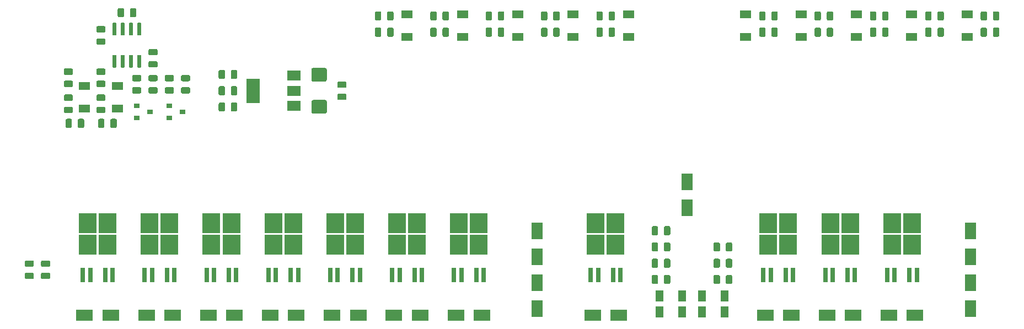
<source format=gbr>
G04 #@! TF.GenerationSoftware,KiCad,Pcbnew,(5.1.5-0-10_14)*
G04 #@! TF.CreationDate,2020-04-25T01:09:03+02:00*
G04 #@! TF.ProjectId,PowerUnit,506f7765-7255-46e6-9974-2e6b69636164,B*
G04 #@! TF.SameCoordinates,Original*
G04 #@! TF.FileFunction,Paste,Top*
G04 #@! TF.FilePolarity,Positive*
%FSLAX46Y46*%
G04 Gerber Fmt 4.6, Leading zero omitted, Abs format (unit mm)*
G04 Created by KiCad (PCBNEW (5.1.5-0-10_14)) date 2020-04-25 01:09:03*
%MOMM*%
%LPD*%
G04 APERTURE LIST*
%ADD10C,0.100000*%
%ADD11R,2.750000X3.050000*%
%ADD12R,0.800000X2.200000*%
%ADD13R,0.900000X0.800000*%
%ADD14R,1.300000X1.700000*%
%ADD15R,2.500000X1.800000*%
%ADD16R,1.800000X2.500000*%
%ADD17R,1.700000X1.300000*%
%ADD18R,2.000000X1.500000*%
%ADD19R,2.000000X3.800000*%
G04 APERTURE END LIST*
D10*
G36*
X159830142Y-124801174D02*
G01*
X159853803Y-124804684D01*
X159877007Y-124810496D01*
X159899529Y-124818554D01*
X159921153Y-124828782D01*
X159941670Y-124841079D01*
X159960883Y-124855329D01*
X159978607Y-124871393D01*
X159994671Y-124889117D01*
X160008921Y-124908330D01*
X160021218Y-124928847D01*
X160031446Y-124950471D01*
X160039504Y-124972993D01*
X160045316Y-124996197D01*
X160048826Y-125019858D01*
X160050000Y-125043750D01*
X160050000Y-125956250D01*
X160048826Y-125980142D01*
X160045316Y-126003803D01*
X160039504Y-126027007D01*
X160031446Y-126049529D01*
X160021218Y-126071153D01*
X160008921Y-126091670D01*
X159994671Y-126110883D01*
X159978607Y-126128607D01*
X159960883Y-126144671D01*
X159941670Y-126158921D01*
X159921153Y-126171218D01*
X159899529Y-126181446D01*
X159877007Y-126189504D01*
X159853803Y-126195316D01*
X159830142Y-126198826D01*
X159806250Y-126200000D01*
X159318750Y-126200000D01*
X159294858Y-126198826D01*
X159271197Y-126195316D01*
X159247993Y-126189504D01*
X159225471Y-126181446D01*
X159203847Y-126171218D01*
X159183330Y-126158921D01*
X159164117Y-126144671D01*
X159146393Y-126128607D01*
X159130329Y-126110883D01*
X159116079Y-126091670D01*
X159103782Y-126071153D01*
X159093554Y-126049529D01*
X159085496Y-126027007D01*
X159079684Y-126003803D01*
X159076174Y-125980142D01*
X159075000Y-125956250D01*
X159075000Y-125043750D01*
X159076174Y-125019858D01*
X159079684Y-124996197D01*
X159085496Y-124972993D01*
X159093554Y-124950471D01*
X159103782Y-124928847D01*
X159116079Y-124908330D01*
X159130329Y-124889117D01*
X159146393Y-124871393D01*
X159164117Y-124855329D01*
X159183330Y-124841079D01*
X159203847Y-124828782D01*
X159225471Y-124818554D01*
X159247993Y-124810496D01*
X159271197Y-124804684D01*
X159294858Y-124801174D01*
X159318750Y-124800000D01*
X159806250Y-124800000D01*
X159830142Y-124801174D01*
G37*
G36*
X161705142Y-124801174D02*
G01*
X161728803Y-124804684D01*
X161752007Y-124810496D01*
X161774529Y-124818554D01*
X161796153Y-124828782D01*
X161816670Y-124841079D01*
X161835883Y-124855329D01*
X161853607Y-124871393D01*
X161869671Y-124889117D01*
X161883921Y-124908330D01*
X161896218Y-124928847D01*
X161906446Y-124950471D01*
X161914504Y-124972993D01*
X161920316Y-124996197D01*
X161923826Y-125019858D01*
X161925000Y-125043750D01*
X161925000Y-125956250D01*
X161923826Y-125980142D01*
X161920316Y-126003803D01*
X161914504Y-126027007D01*
X161906446Y-126049529D01*
X161896218Y-126071153D01*
X161883921Y-126091670D01*
X161869671Y-126110883D01*
X161853607Y-126128607D01*
X161835883Y-126144671D01*
X161816670Y-126158921D01*
X161796153Y-126171218D01*
X161774529Y-126181446D01*
X161752007Y-126189504D01*
X161728803Y-126195316D01*
X161705142Y-126198826D01*
X161681250Y-126200000D01*
X161193750Y-126200000D01*
X161169858Y-126198826D01*
X161146197Y-126195316D01*
X161122993Y-126189504D01*
X161100471Y-126181446D01*
X161078847Y-126171218D01*
X161058330Y-126158921D01*
X161039117Y-126144671D01*
X161021393Y-126128607D01*
X161005329Y-126110883D01*
X160991079Y-126091670D01*
X160978782Y-126071153D01*
X160968554Y-126049529D01*
X160960496Y-126027007D01*
X160954684Y-126003803D01*
X160951174Y-125980142D01*
X160950000Y-125956250D01*
X160950000Y-125043750D01*
X160951174Y-125019858D01*
X160954684Y-124996197D01*
X160960496Y-124972993D01*
X160968554Y-124950471D01*
X160978782Y-124928847D01*
X160991079Y-124908330D01*
X161005329Y-124889117D01*
X161021393Y-124871393D01*
X161039117Y-124855329D01*
X161058330Y-124841079D01*
X161078847Y-124828782D01*
X161100471Y-124818554D01*
X161122993Y-124810496D01*
X161146197Y-124804684D01*
X161169858Y-124801174D01*
X161193750Y-124800000D01*
X161681250Y-124800000D01*
X161705142Y-124801174D01*
G37*
D11*
X113525000Y-122675000D03*
X110475000Y-119325000D03*
X110475000Y-122675000D03*
X113525000Y-119325000D03*
D12*
X114280000Y-127300000D03*
X113140000Y-127300000D03*
X110860000Y-127300000D03*
X109720000Y-127300000D03*
D11*
X104025000Y-122675000D03*
X100975000Y-119325000D03*
X100975000Y-122675000D03*
X104025000Y-119325000D03*
D12*
X104780000Y-127300000D03*
X103640000Y-127300000D03*
X101360000Y-127300000D03*
X100220000Y-127300000D03*
D11*
X170525000Y-122675000D03*
X167475000Y-119325000D03*
X167475000Y-122675000D03*
X170525000Y-119325000D03*
D12*
X171280000Y-127300000D03*
X170140000Y-127300000D03*
X167860000Y-127300000D03*
X166720000Y-127300000D03*
D11*
X75525000Y-122675000D03*
X72475000Y-119325000D03*
X72475000Y-122675000D03*
X75525000Y-119325000D03*
D12*
X76280000Y-127300000D03*
X75140000Y-127300000D03*
X72860000Y-127300000D03*
X71720000Y-127300000D03*
D11*
X94525000Y-122675000D03*
X91475000Y-119325000D03*
X91475000Y-122675000D03*
X94525000Y-119325000D03*
D12*
X95280000Y-127300000D03*
X94140000Y-127300000D03*
X91860000Y-127300000D03*
X90720000Y-127300000D03*
D11*
X123025000Y-122675000D03*
X119975000Y-119325000D03*
X119975000Y-122675000D03*
X123025000Y-119325000D03*
D12*
X123780000Y-127300000D03*
X122640000Y-127300000D03*
X120360000Y-127300000D03*
X119220000Y-127300000D03*
D11*
X66025000Y-122675000D03*
X62975000Y-119325000D03*
X62975000Y-122675000D03*
X66025000Y-119325000D03*
D12*
X66780000Y-127300000D03*
X65640000Y-127300000D03*
X63360000Y-127300000D03*
X62220000Y-127300000D03*
D11*
X144025000Y-122675000D03*
X140975000Y-119325000D03*
X140975000Y-122675000D03*
X144025000Y-119325000D03*
D12*
X144780000Y-127300000D03*
X143640000Y-127300000D03*
X141360000Y-127300000D03*
X140220000Y-127300000D03*
D11*
X85025000Y-122675000D03*
X81975000Y-119325000D03*
X81975000Y-122675000D03*
X85025000Y-119325000D03*
D12*
X85780000Y-127300000D03*
X84640000Y-127300000D03*
X82360000Y-127300000D03*
X81220000Y-127300000D03*
D11*
X189525000Y-122675000D03*
X186475000Y-119325000D03*
X186475000Y-122675000D03*
X189525000Y-119325000D03*
D12*
X190280000Y-127300000D03*
X189140000Y-127300000D03*
X186860000Y-127300000D03*
X185720000Y-127300000D03*
D11*
X180025000Y-122675000D03*
X176975000Y-119325000D03*
X176975000Y-122675000D03*
X180025000Y-119325000D03*
D12*
X180780000Y-127300000D03*
X179640000Y-127300000D03*
X177360000Y-127300000D03*
X176220000Y-127300000D03*
D10*
G36*
X152205142Y-127301174D02*
G01*
X152228803Y-127304684D01*
X152252007Y-127310496D01*
X152274529Y-127318554D01*
X152296153Y-127328782D01*
X152316670Y-127341079D01*
X152335883Y-127355329D01*
X152353607Y-127371393D01*
X152369671Y-127389117D01*
X152383921Y-127408330D01*
X152396218Y-127428847D01*
X152406446Y-127450471D01*
X152414504Y-127472993D01*
X152420316Y-127496197D01*
X152423826Y-127519858D01*
X152425000Y-127543750D01*
X152425000Y-128456250D01*
X152423826Y-128480142D01*
X152420316Y-128503803D01*
X152414504Y-128527007D01*
X152406446Y-128549529D01*
X152396218Y-128571153D01*
X152383921Y-128591670D01*
X152369671Y-128610883D01*
X152353607Y-128628607D01*
X152335883Y-128644671D01*
X152316670Y-128658921D01*
X152296153Y-128671218D01*
X152274529Y-128681446D01*
X152252007Y-128689504D01*
X152228803Y-128695316D01*
X152205142Y-128698826D01*
X152181250Y-128700000D01*
X151693750Y-128700000D01*
X151669858Y-128698826D01*
X151646197Y-128695316D01*
X151622993Y-128689504D01*
X151600471Y-128681446D01*
X151578847Y-128671218D01*
X151558330Y-128658921D01*
X151539117Y-128644671D01*
X151521393Y-128628607D01*
X151505329Y-128610883D01*
X151491079Y-128591670D01*
X151478782Y-128571153D01*
X151468554Y-128549529D01*
X151460496Y-128527007D01*
X151454684Y-128503803D01*
X151451174Y-128480142D01*
X151450000Y-128456250D01*
X151450000Y-127543750D01*
X151451174Y-127519858D01*
X151454684Y-127496197D01*
X151460496Y-127472993D01*
X151468554Y-127450471D01*
X151478782Y-127428847D01*
X151491079Y-127408330D01*
X151505329Y-127389117D01*
X151521393Y-127371393D01*
X151539117Y-127355329D01*
X151558330Y-127341079D01*
X151578847Y-127328782D01*
X151600471Y-127318554D01*
X151622993Y-127310496D01*
X151646197Y-127304684D01*
X151669858Y-127301174D01*
X151693750Y-127300000D01*
X152181250Y-127300000D01*
X152205142Y-127301174D01*
G37*
G36*
X150330142Y-127301174D02*
G01*
X150353803Y-127304684D01*
X150377007Y-127310496D01*
X150399529Y-127318554D01*
X150421153Y-127328782D01*
X150441670Y-127341079D01*
X150460883Y-127355329D01*
X150478607Y-127371393D01*
X150494671Y-127389117D01*
X150508921Y-127408330D01*
X150521218Y-127428847D01*
X150531446Y-127450471D01*
X150539504Y-127472993D01*
X150545316Y-127496197D01*
X150548826Y-127519858D01*
X150550000Y-127543750D01*
X150550000Y-128456250D01*
X150548826Y-128480142D01*
X150545316Y-128503803D01*
X150539504Y-128527007D01*
X150531446Y-128549529D01*
X150521218Y-128571153D01*
X150508921Y-128591670D01*
X150494671Y-128610883D01*
X150478607Y-128628607D01*
X150460883Y-128644671D01*
X150441670Y-128658921D01*
X150421153Y-128671218D01*
X150399529Y-128681446D01*
X150377007Y-128689504D01*
X150353803Y-128695316D01*
X150330142Y-128698826D01*
X150306250Y-128700000D01*
X149818750Y-128700000D01*
X149794858Y-128698826D01*
X149771197Y-128695316D01*
X149747993Y-128689504D01*
X149725471Y-128681446D01*
X149703847Y-128671218D01*
X149683330Y-128658921D01*
X149664117Y-128644671D01*
X149646393Y-128628607D01*
X149630329Y-128610883D01*
X149616079Y-128591670D01*
X149603782Y-128571153D01*
X149593554Y-128549529D01*
X149585496Y-128527007D01*
X149579684Y-128503803D01*
X149576174Y-128480142D01*
X149575000Y-128456250D01*
X149575000Y-127543750D01*
X149576174Y-127519858D01*
X149579684Y-127496197D01*
X149585496Y-127472993D01*
X149593554Y-127450471D01*
X149603782Y-127428847D01*
X149616079Y-127408330D01*
X149630329Y-127389117D01*
X149646393Y-127371393D01*
X149664117Y-127355329D01*
X149683330Y-127341079D01*
X149703847Y-127328782D01*
X149725471Y-127318554D01*
X149747993Y-127310496D01*
X149771197Y-127304684D01*
X149794858Y-127301174D01*
X149818750Y-127300000D01*
X150306250Y-127300000D01*
X150330142Y-127301174D01*
G37*
G36*
X152205142Y-122301174D02*
G01*
X152228803Y-122304684D01*
X152252007Y-122310496D01*
X152274529Y-122318554D01*
X152296153Y-122328782D01*
X152316670Y-122341079D01*
X152335883Y-122355329D01*
X152353607Y-122371393D01*
X152369671Y-122389117D01*
X152383921Y-122408330D01*
X152396218Y-122428847D01*
X152406446Y-122450471D01*
X152414504Y-122472993D01*
X152420316Y-122496197D01*
X152423826Y-122519858D01*
X152425000Y-122543750D01*
X152425000Y-123456250D01*
X152423826Y-123480142D01*
X152420316Y-123503803D01*
X152414504Y-123527007D01*
X152406446Y-123549529D01*
X152396218Y-123571153D01*
X152383921Y-123591670D01*
X152369671Y-123610883D01*
X152353607Y-123628607D01*
X152335883Y-123644671D01*
X152316670Y-123658921D01*
X152296153Y-123671218D01*
X152274529Y-123681446D01*
X152252007Y-123689504D01*
X152228803Y-123695316D01*
X152205142Y-123698826D01*
X152181250Y-123700000D01*
X151693750Y-123700000D01*
X151669858Y-123698826D01*
X151646197Y-123695316D01*
X151622993Y-123689504D01*
X151600471Y-123681446D01*
X151578847Y-123671218D01*
X151558330Y-123658921D01*
X151539117Y-123644671D01*
X151521393Y-123628607D01*
X151505329Y-123610883D01*
X151491079Y-123591670D01*
X151478782Y-123571153D01*
X151468554Y-123549529D01*
X151460496Y-123527007D01*
X151454684Y-123503803D01*
X151451174Y-123480142D01*
X151450000Y-123456250D01*
X151450000Y-122543750D01*
X151451174Y-122519858D01*
X151454684Y-122496197D01*
X151460496Y-122472993D01*
X151468554Y-122450471D01*
X151478782Y-122428847D01*
X151491079Y-122408330D01*
X151505329Y-122389117D01*
X151521393Y-122371393D01*
X151539117Y-122355329D01*
X151558330Y-122341079D01*
X151578847Y-122328782D01*
X151600471Y-122318554D01*
X151622993Y-122310496D01*
X151646197Y-122304684D01*
X151669858Y-122301174D01*
X151693750Y-122300000D01*
X152181250Y-122300000D01*
X152205142Y-122301174D01*
G37*
G36*
X150330142Y-122301174D02*
G01*
X150353803Y-122304684D01*
X150377007Y-122310496D01*
X150399529Y-122318554D01*
X150421153Y-122328782D01*
X150441670Y-122341079D01*
X150460883Y-122355329D01*
X150478607Y-122371393D01*
X150494671Y-122389117D01*
X150508921Y-122408330D01*
X150521218Y-122428847D01*
X150531446Y-122450471D01*
X150539504Y-122472993D01*
X150545316Y-122496197D01*
X150548826Y-122519858D01*
X150550000Y-122543750D01*
X150550000Y-123456250D01*
X150548826Y-123480142D01*
X150545316Y-123503803D01*
X150539504Y-123527007D01*
X150531446Y-123549529D01*
X150521218Y-123571153D01*
X150508921Y-123591670D01*
X150494671Y-123610883D01*
X150478607Y-123628607D01*
X150460883Y-123644671D01*
X150441670Y-123658921D01*
X150421153Y-123671218D01*
X150399529Y-123681446D01*
X150377007Y-123689504D01*
X150353803Y-123695316D01*
X150330142Y-123698826D01*
X150306250Y-123700000D01*
X149818750Y-123700000D01*
X149794858Y-123698826D01*
X149771197Y-123695316D01*
X149747993Y-123689504D01*
X149725471Y-123681446D01*
X149703847Y-123671218D01*
X149683330Y-123658921D01*
X149664117Y-123644671D01*
X149646393Y-123628607D01*
X149630329Y-123610883D01*
X149616079Y-123591670D01*
X149603782Y-123571153D01*
X149593554Y-123549529D01*
X149585496Y-123527007D01*
X149579684Y-123503803D01*
X149576174Y-123480142D01*
X149575000Y-123456250D01*
X149575000Y-122543750D01*
X149576174Y-122519858D01*
X149579684Y-122496197D01*
X149585496Y-122472993D01*
X149593554Y-122450471D01*
X149603782Y-122428847D01*
X149616079Y-122408330D01*
X149630329Y-122389117D01*
X149646393Y-122371393D01*
X149664117Y-122355329D01*
X149683330Y-122341079D01*
X149703847Y-122328782D01*
X149725471Y-122318554D01*
X149747993Y-122310496D01*
X149771197Y-122304684D01*
X149794858Y-122301174D01*
X149818750Y-122300000D01*
X150306250Y-122300000D01*
X150330142Y-122301174D01*
G37*
G36*
X54480142Y-126951174D02*
G01*
X54503803Y-126954684D01*
X54527007Y-126960496D01*
X54549529Y-126968554D01*
X54571153Y-126978782D01*
X54591670Y-126991079D01*
X54610883Y-127005329D01*
X54628607Y-127021393D01*
X54644671Y-127039117D01*
X54658921Y-127058330D01*
X54671218Y-127078847D01*
X54681446Y-127100471D01*
X54689504Y-127122993D01*
X54695316Y-127146197D01*
X54698826Y-127169858D01*
X54700000Y-127193750D01*
X54700000Y-127681250D01*
X54698826Y-127705142D01*
X54695316Y-127728803D01*
X54689504Y-127752007D01*
X54681446Y-127774529D01*
X54671218Y-127796153D01*
X54658921Y-127816670D01*
X54644671Y-127835883D01*
X54628607Y-127853607D01*
X54610883Y-127869671D01*
X54591670Y-127883921D01*
X54571153Y-127896218D01*
X54549529Y-127906446D01*
X54527007Y-127914504D01*
X54503803Y-127920316D01*
X54480142Y-127923826D01*
X54456250Y-127925000D01*
X53543750Y-127925000D01*
X53519858Y-127923826D01*
X53496197Y-127920316D01*
X53472993Y-127914504D01*
X53450471Y-127906446D01*
X53428847Y-127896218D01*
X53408330Y-127883921D01*
X53389117Y-127869671D01*
X53371393Y-127853607D01*
X53355329Y-127835883D01*
X53341079Y-127816670D01*
X53328782Y-127796153D01*
X53318554Y-127774529D01*
X53310496Y-127752007D01*
X53304684Y-127728803D01*
X53301174Y-127705142D01*
X53300000Y-127681250D01*
X53300000Y-127193750D01*
X53301174Y-127169858D01*
X53304684Y-127146197D01*
X53310496Y-127122993D01*
X53318554Y-127100471D01*
X53328782Y-127078847D01*
X53341079Y-127058330D01*
X53355329Y-127039117D01*
X53371393Y-127021393D01*
X53389117Y-127005329D01*
X53408330Y-126991079D01*
X53428847Y-126978782D01*
X53450471Y-126968554D01*
X53472993Y-126960496D01*
X53496197Y-126954684D01*
X53519858Y-126951174D01*
X53543750Y-126950000D01*
X54456250Y-126950000D01*
X54480142Y-126951174D01*
G37*
G36*
X54480142Y-125076174D02*
G01*
X54503803Y-125079684D01*
X54527007Y-125085496D01*
X54549529Y-125093554D01*
X54571153Y-125103782D01*
X54591670Y-125116079D01*
X54610883Y-125130329D01*
X54628607Y-125146393D01*
X54644671Y-125164117D01*
X54658921Y-125183330D01*
X54671218Y-125203847D01*
X54681446Y-125225471D01*
X54689504Y-125247993D01*
X54695316Y-125271197D01*
X54698826Y-125294858D01*
X54700000Y-125318750D01*
X54700000Y-125806250D01*
X54698826Y-125830142D01*
X54695316Y-125853803D01*
X54689504Y-125877007D01*
X54681446Y-125899529D01*
X54671218Y-125921153D01*
X54658921Y-125941670D01*
X54644671Y-125960883D01*
X54628607Y-125978607D01*
X54610883Y-125994671D01*
X54591670Y-126008921D01*
X54571153Y-126021218D01*
X54549529Y-126031446D01*
X54527007Y-126039504D01*
X54503803Y-126045316D01*
X54480142Y-126048826D01*
X54456250Y-126050000D01*
X53543750Y-126050000D01*
X53519858Y-126048826D01*
X53496197Y-126045316D01*
X53472993Y-126039504D01*
X53450471Y-126031446D01*
X53428847Y-126021218D01*
X53408330Y-126008921D01*
X53389117Y-125994671D01*
X53371393Y-125978607D01*
X53355329Y-125960883D01*
X53341079Y-125941670D01*
X53328782Y-125921153D01*
X53318554Y-125899529D01*
X53310496Y-125877007D01*
X53304684Y-125853803D01*
X53301174Y-125830142D01*
X53300000Y-125806250D01*
X53300000Y-125318750D01*
X53301174Y-125294858D01*
X53304684Y-125271197D01*
X53310496Y-125247993D01*
X53318554Y-125225471D01*
X53328782Y-125203847D01*
X53341079Y-125183330D01*
X53355329Y-125164117D01*
X53371393Y-125146393D01*
X53389117Y-125130329D01*
X53408330Y-125116079D01*
X53428847Y-125103782D01*
X53450471Y-125093554D01*
X53472993Y-125085496D01*
X53496197Y-125079684D01*
X53519858Y-125076174D01*
X53543750Y-125075000D01*
X54456250Y-125075000D01*
X54480142Y-125076174D01*
G37*
G36*
X159830142Y-122301174D02*
G01*
X159853803Y-122304684D01*
X159877007Y-122310496D01*
X159899529Y-122318554D01*
X159921153Y-122328782D01*
X159941670Y-122341079D01*
X159960883Y-122355329D01*
X159978607Y-122371393D01*
X159994671Y-122389117D01*
X160008921Y-122408330D01*
X160021218Y-122428847D01*
X160031446Y-122450471D01*
X160039504Y-122472993D01*
X160045316Y-122496197D01*
X160048826Y-122519858D01*
X160050000Y-122543750D01*
X160050000Y-123456250D01*
X160048826Y-123480142D01*
X160045316Y-123503803D01*
X160039504Y-123527007D01*
X160031446Y-123549529D01*
X160021218Y-123571153D01*
X160008921Y-123591670D01*
X159994671Y-123610883D01*
X159978607Y-123628607D01*
X159960883Y-123644671D01*
X159941670Y-123658921D01*
X159921153Y-123671218D01*
X159899529Y-123681446D01*
X159877007Y-123689504D01*
X159853803Y-123695316D01*
X159830142Y-123698826D01*
X159806250Y-123700000D01*
X159318750Y-123700000D01*
X159294858Y-123698826D01*
X159271197Y-123695316D01*
X159247993Y-123689504D01*
X159225471Y-123681446D01*
X159203847Y-123671218D01*
X159183330Y-123658921D01*
X159164117Y-123644671D01*
X159146393Y-123628607D01*
X159130329Y-123610883D01*
X159116079Y-123591670D01*
X159103782Y-123571153D01*
X159093554Y-123549529D01*
X159085496Y-123527007D01*
X159079684Y-123503803D01*
X159076174Y-123480142D01*
X159075000Y-123456250D01*
X159075000Y-122543750D01*
X159076174Y-122519858D01*
X159079684Y-122496197D01*
X159085496Y-122472993D01*
X159093554Y-122450471D01*
X159103782Y-122428847D01*
X159116079Y-122408330D01*
X159130329Y-122389117D01*
X159146393Y-122371393D01*
X159164117Y-122355329D01*
X159183330Y-122341079D01*
X159203847Y-122328782D01*
X159225471Y-122318554D01*
X159247993Y-122310496D01*
X159271197Y-122304684D01*
X159294858Y-122301174D01*
X159318750Y-122300000D01*
X159806250Y-122300000D01*
X159830142Y-122301174D01*
G37*
G36*
X161705142Y-122301174D02*
G01*
X161728803Y-122304684D01*
X161752007Y-122310496D01*
X161774529Y-122318554D01*
X161796153Y-122328782D01*
X161816670Y-122341079D01*
X161835883Y-122355329D01*
X161853607Y-122371393D01*
X161869671Y-122389117D01*
X161883921Y-122408330D01*
X161896218Y-122428847D01*
X161906446Y-122450471D01*
X161914504Y-122472993D01*
X161920316Y-122496197D01*
X161923826Y-122519858D01*
X161925000Y-122543750D01*
X161925000Y-123456250D01*
X161923826Y-123480142D01*
X161920316Y-123503803D01*
X161914504Y-123527007D01*
X161906446Y-123549529D01*
X161896218Y-123571153D01*
X161883921Y-123591670D01*
X161869671Y-123610883D01*
X161853607Y-123628607D01*
X161835883Y-123644671D01*
X161816670Y-123658921D01*
X161796153Y-123671218D01*
X161774529Y-123681446D01*
X161752007Y-123689504D01*
X161728803Y-123695316D01*
X161705142Y-123698826D01*
X161681250Y-123700000D01*
X161193750Y-123700000D01*
X161169858Y-123698826D01*
X161146197Y-123695316D01*
X161122993Y-123689504D01*
X161100471Y-123681446D01*
X161078847Y-123671218D01*
X161058330Y-123658921D01*
X161039117Y-123644671D01*
X161021393Y-123628607D01*
X161005329Y-123610883D01*
X160991079Y-123591670D01*
X160978782Y-123571153D01*
X160968554Y-123549529D01*
X160960496Y-123527007D01*
X160954684Y-123503803D01*
X160951174Y-123480142D01*
X160950000Y-123456250D01*
X160950000Y-122543750D01*
X160951174Y-122519858D01*
X160954684Y-122496197D01*
X160960496Y-122472993D01*
X160968554Y-122450471D01*
X160978782Y-122428847D01*
X160991079Y-122408330D01*
X161005329Y-122389117D01*
X161021393Y-122371393D01*
X161039117Y-122355329D01*
X161058330Y-122341079D01*
X161078847Y-122328782D01*
X161100471Y-122318554D01*
X161122993Y-122310496D01*
X161146197Y-122304684D01*
X161169858Y-122301174D01*
X161193750Y-122300000D01*
X161681250Y-122300000D01*
X161705142Y-122301174D01*
G37*
G36*
X70980142Y-96576174D02*
G01*
X71003803Y-96579684D01*
X71027007Y-96585496D01*
X71049529Y-96593554D01*
X71071153Y-96603782D01*
X71091670Y-96616079D01*
X71110883Y-96630329D01*
X71128607Y-96646393D01*
X71144671Y-96664117D01*
X71158921Y-96683330D01*
X71171218Y-96703847D01*
X71181446Y-96725471D01*
X71189504Y-96747993D01*
X71195316Y-96771197D01*
X71198826Y-96794858D01*
X71200000Y-96818750D01*
X71200000Y-97306250D01*
X71198826Y-97330142D01*
X71195316Y-97353803D01*
X71189504Y-97377007D01*
X71181446Y-97399529D01*
X71171218Y-97421153D01*
X71158921Y-97441670D01*
X71144671Y-97460883D01*
X71128607Y-97478607D01*
X71110883Y-97494671D01*
X71091670Y-97508921D01*
X71071153Y-97521218D01*
X71049529Y-97531446D01*
X71027007Y-97539504D01*
X71003803Y-97545316D01*
X70980142Y-97548826D01*
X70956250Y-97550000D01*
X70043750Y-97550000D01*
X70019858Y-97548826D01*
X69996197Y-97545316D01*
X69972993Y-97539504D01*
X69950471Y-97531446D01*
X69928847Y-97521218D01*
X69908330Y-97508921D01*
X69889117Y-97494671D01*
X69871393Y-97478607D01*
X69855329Y-97460883D01*
X69841079Y-97441670D01*
X69828782Y-97421153D01*
X69818554Y-97399529D01*
X69810496Y-97377007D01*
X69804684Y-97353803D01*
X69801174Y-97330142D01*
X69800000Y-97306250D01*
X69800000Y-96818750D01*
X69801174Y-96794858D01*
X69804684Y-96771197D01*
X69810496Y-96747993D01*
X69818554Y-96725471D01*
X69828782Y-96703847D01*
X69841079Y-96683330D01*
X69855329Y-96664117D01*
X69871393Y-96646393D01*
X69889117Y-96630329D01*
X69908330Y-96616079D01*
X69928847Y-96603782D01*
X69950471Y-96593554D01*
X69972993Y-96585496D01*
X69996197Y-96579684D01*
X70019858Y-96576174D01*
X70043750Y-96575000D01*
X70956250Y-96575000D01*
X70980142Y-96576174D01*
G37*
G36*
X70980142Y-98451174D02*
G01*
X71003803Y-98454684D01*
X71027007Y-98460496D01*
X71049529Y-98468554D01*
X71071153Y-98478782D01*
X71091670Y-98491079D01*
X71110883Y-98505329D01*
X71128607Y-98521393D01*
X71144671Y-98539117D01*
X71158921Y-98558330D01*
X71171218Y-98578847D01*
X71181446Y-98600471D01*
X71189504Y-98622993D01*
X71195316Y-98646197D01*
X71198826Y-98669858D01*
X71200000Y-98693750D01*
X71200000Y-99181250D01*
X71198826Y-99205142D01*
X71195316Y-99228803D01*
X71189504Y-99252007D01*
X71181446Y-99274529D01*
X71171218Y-99296153D01*
X71158921Y-99316670D01*
X71144671Y-99335883D01*
X71128607Y-99353607D01*
X71110883Y-99369671D01*
X71091670Y-99383921D01*
X71071153Y-99396218D01*
X71049529Y-99406446D01*
X71027007Y-99414504D01*
X71003803Y-99420316D01*
X70980142Y-99423826D01*
X70956250Y-99425000D01*
X70043750Y-99425000D01*
X70019858Y-99423826D01*
X69996197Y-99420316D01*
X69972993Y-99414504D01*
X69950471Y-99406446D01*
X69928847Y-99396218D01*
X69908330Y-99383921D01*
X69889117Y-99369671D01*
X69871393Y-99353607D01*
X69855329Y-99335883D01*
X69841079Y-99316670D01*
X69828782Y-99296153D01*
X69818554Y-99274529D01*
X69810496Y-99252007D01*
X69804684Y-99228803D01*
X69801174Y-99205142D01*
X69800000Y-99181250D01*
X69800000Y-98693750D01*
X69801174Y-98669858D01*
X69804684Y-98646197D01*
X69810496Y-98622993D01*
X69818554Y-98600471D01*
X69828782Y-98578847D01*
X69841079Y-98558330D01*
X69855329Y-98539117D01*
X69871393Y-98521393D01*
X69889117Y-98505329D01*
X69908330Y-98491079D01*
X69928847Y-98478782D01*
X69950471Y-98468554D01*
X69972993Y-98460496D01*
X69996197Y-98454684D01*
X70019858Y-98451174D01*
X70043750Y-98450000D01*
X70956250Y-98450000D01*
X70980142Y-98451174D01*
G37*
G36*
X159830142Y-127301174D02*
G01*
X159853803Y-127304684D01*
X159877007Y-127310496D01*
X159899529Y-127318554D01*
X159921153Y-127328782D01*
X159941670Y-127341079D01*
X159960883Y-127355329D01*
X159978607Y-127371393D01*
X159994671Y-127389117D01*
X160008921Y-127408330D01*
X160021218Y-127428847D01*
X160031446Y-127450471D01*
X160039504Y-127472993D01*
X160045316Y-127496197D01*
X160048826Y-127519858D01*
X160050000Y-127543750D01*
X160050000Y-128456250D01*
X160048826Y-128480142D01*
X160045316Y-128503803D01*
X160039504Y-128527007D01*
X160031446Y-128549529D01*
X160021218Y-128571153D01*
X160008921Y-128591670D01*
X159994671Y-128610883D01*
X159978607Y-128628607D01*
X159960883Y-128644671D01*
X159941670Y-128658921D01*
X159921153Y-128671218D01*
X159899529Y-128681446D01*
X159877007Y-128689504D01*
X159853803Y-128695316D01*
X159830142Y-128698826D01*
X159806250Y-128700000D01*
X159318750Y-128700000D01*
X159294858Y-128698826D01*
X159271197Y-128695316D01*
X159247993Y-128689504D01*
X159225471Y-128681446D01*
X159203847Y-128671218D01*
X159183330Y-128658921D01*
X159164117Y-128644671D01*
X159146393Y-128628607D01*
X159130329Y-128610883D01*
X159116079Y-128591670D01*
X159103782Y-128571153D01*
X159093554Y-128549529D01*
X159085496Y-128527007D01*
X159079684Y-128503803D01*
X159076174Y-128480142D01*
X159075000Y-128456250D01*
X159075000Y-127543750D01*
X159076174Y-127519858D01*
X159079684Y-127496197D01*
X159085496Y-127472993D01*
X159093554Y-127450471D01*
X159103782Y-127428847D01*
X159116079Y-127408330D01*
X159130329Y-127389117D01*
X159146393Y-127371393D01*
X159164117Y-127355329D01*
X159183330Y-127341079D01*
X159203847Y-127328782D01*
X159225471Y-127318554D01*
X159247993Y-127310496D01*
X159271197Y-127304684D01*
X159294858Y-127301174D01*
X159318750Y-127300000D01*
X159806250Y-127300000D01*
X159830142Y-127301174D01*
G37*
G36*
X161705142Y-127301174D02*
G01*
X161728803Y-127304684D01*
X161752007Y-127310496D01*
X161774529Y-127318554D01*
X161796153Y-127328782D01*
X161816670Y-127341079D01*
X161835883Y-127355329D01*
X161853607Y-127371393D01*
X161869671Y-127389117D01*
X161883921Y-127408330D01*
X161896218Y-127428847D01*
X161906446Y-127450471D01*
X161914504Y-127472993D01*
X161920316Y-127496197D01*
X161923826Y-127519858D01*
X161925000Y-127543750D01*
X161925000Y-128456250D01*
X161923826Y-128480142D01*
X161920316Y-128503803D01*
X161914504Y-128527007D01*
X161906446Y-128549529D01*
X161896218Y-128571153D01*
X161883921Y-128591670D01*
X161869671Y-128610883D01*
X161853607Y-128628607D01*
X161835883Y-128644671D01*
X161816670Y-128658921D01*
X161796153Y-128671218D01*
X161774529Y-128681446D01*
X161752007Y-128689504D01*
X161728803Y-128695316D01*
X161705142Y-128698826D01*
X161681250Y-128700000D01*
X161193750Y-128700000D01*
X161169858Y-128698826D01*
X161146197Y-128695316D01*
X161122993Y-128689504D01*
X161100471Y-128681446D01*
X161078847Y-128671218D01*
X161058330Y-128658921D01*
X161039117Y-128644671D01*
X161021393Y-128628607D01*
X161005329Y-128610883D01*
X160991079Y-128591670D01*
X160978782Y-128571153D01*
X160968554Y-128549529D01*
X160960496Y-128527007D01*
X160954684Y-128503803D01*
X160951174Y-128480142D01*
X160950000Y-128456250D01*
X160950000Y-127543750D01*
X160951174Y-127519858D01*
X160954684Y-127496197D01*
X160960496Y-127472993D01*
X160968554Y-127450471D01*
X160978782Y-127428847D01*
X160991079Y-127408330D01*
X161005329Y-127389117D01*
X161021393Y-127371393D01*
X161039117Y-127355329D01*
X161058330Y-127341079D01*
X161078847Y-127328782D01*
X161100471Y-127318554D01*
X161122993Y-127310496D01*
X161146197Y-127304684D01*
X161169858Y-127301174D01*
X161193750Y-127300000D01*
X161681250Y-127300000D01*
X161705142Y-127301174D01*
G37*
G36*
X73480142Y-96576174D02*
G01*
X73503803Y-96579684D01*
X73527007Y-96585496D01*
X73549529Y-96593554D01*
X73571153Y-96603782D01*
X73591670Y-96616079D01*
X73610883Y-96630329D01*
X73628607Y-96646393D01*
X73644671Y-96664117D01*
X73658921Y-96683330D01*
X73671218Y-96703847D01*
X73681446Y-96725471D01*
X73689504Y-96747993D01*
X73695316Y-96771197D01*
X73698826Y-96794858D01*
X73700000Y-96818750D01*
X73700000Y-97306250D01*
X73698826Y-97330142D01*
X73695316Y-97353803D01*
X73689504Y-97377007D01*
X73681446Y-97399529D01*
X73671218Y-97421153D01*
X73658921Y-97441670D01*
X73644671Y-97460883D01*
X73628607Y-97478607D01*
X73610883Y-97494671D01*
X73591670Y-97508921D01*
X73571153Y-97521218D01*
X73549529Y-97531446D01*
X73527007Y-97539504D01*
X73503803Y-97545316D01*
X73480142Y-97548826D01*
X73456250Y-97550000D01*
X72543750Y-97550000D01*
X72519858Y-97548826D01*
X72496197Y-97545316D01*
X72472993Y-97539504D01*
X72450471Y-97531446D01*
X72428847Y-97521218D01*
X72408330Y-97508921D01*
X72389117Y-97494671D01*
X72371393Y-97478607D01*
X72355329Y-97460883D01*
X72341079Y-97441670D01*
X72328782Y-97421153D01*
X72318554Y-97399529D01*
X72310496Y-97377007D01*
X72304684Y-97353803D01*
X72301174Y-97330142D01*
X72300000Y-97306250D01*
X72300000Y-96818750D01*
X72301174Y-96794858D01*
X72304684Y-96771197D01*
X72310496Y-96747993D01*
X72318554Y-96725471D01*
X72328782Y-96703847D01*
X72341079Y-96683330D01*
X72355329Y-96664117D01*
X72371393Y-96646393D01*
X72389117Y-96630329D01*
X72408330Y-96616079D01*
X72428847Y-96603782D01*
X72450471Y-96593554D01*
X72472993Y-96585496D01*
X72496197Y-96579684D01*
X72519858Y-96576174D01*
X72543750Y-96575000D01*
X73456250Y-96575000D01*
X73480142Y-96576174D01*
G37*
G36*
X73480142Y-98451174D02*
G01*
X73503803Y-98454684D01*
X73527007Y-98460496D01*
X73549529Y-98468554D01*
X73571153Y-98478782D01*
X73591670Y-98491079D01*
X73610883Y-98505329D01*
X73628607Y-98521393D01*
X73644671Y-98539117D01*
X73658921Y-98558330D01*
X73671218Y-98578847D01*
X73681446Y-98600471D01*
X73689504Y-98622993D01*
X73695316Y-98646197D01*
X73698826Y-98669858D01*
X73700000Y-98693750D01*
X73700000Y-99181250D01*
X73698826Y-99205142D01*
X73695316Y-99228803D01*
X73689504Y-99252007D01*
X73681446Y-99274529D01*
X73671218Y-99296153D01*
X73658921Y-99316670D01*
X73644671Y-99335883D01*
X73628607Y-99353607D01*
X73610883Y-99369671D01*
X73591670Y-99383921D01*
X73571153Y-99396218D01*
X73549529Y-99406446D01*
X73527007Y-99414504D01*
X73503803Y-99420316D01*
X73480142Y-99423826D01*
X73456250Y-99425000D01*
X72543750Y-99425000D01*
X72519858Y-99423826D01*
X72496197Y-99420316D01*
X72472993Y-99414504D01*
X72450471Y-99406446D01*
X72428847Y-99396218D01*
X72408330Y-99383921D01*
X72389117Y-99369671D01*
X72371393Y-99353607D01*
X72355329Y-99335883D01*
X72341079Y-99316670D01*
X72328782Y-99296153D01*
X72318554Y-99274529D01*
X72310496Y-99252007D01*
X72304684Y-99228803D01*
X72301174Y-99205142D01*
X72300000Y-99181250D01*
X72300000Y-98693750D01*
X72301174Y-98669858D01*
X72304684Y-98646197D01*
X72310496Y-98622993D01*
X72318554Y-98600471D01*
X72328782Y-98578847D01*
X72341079Y-98558330D01*
X72355329Y-98539117D01*
X72371393Y-98521393D01*
X72389117Y-98505329D01*
X72408330Y-98491079D01*
X72428847Y-98478782D01*
X72450471Y-98468554D01*
X72472993Y-98460496D01*
X72496197Y-98454684D01*
X72519858Y-98451174D01*
X72543750Y-98450000D01*
X73456250Y-98450000D01*
X73480142Y-98451174D01*
G37*
G36*
X152205142Y-124801174D02*
G01*
X152228803Y-124804684D01*
X152252007Y-124810496D01*
X152274529Y-124818554D01*
X152296153Y-124828782D01*
X152316670Y-124841079D01*
X152335883Y-124855329D01*
X152353607Y-124871393D01*
X152369671Y-124889117D01*
X152383921Y-124908330D01*
X152396218Y-124928847D01*
X152406446Y-124950471D01*
X152414504Y-124972993D01*
X152420316Y-124996197D01*
X152423826Y-125019858D01*
X152425000Y-125043750D01*
X152425000Y-125956250D01*
X152423826Y-125980142D01*
X152420316Y-126003803D01*
X152414504Y-126027007D01*
X152406446Y-126049529D01*
X152396218Y-126071153D01*
X152383921Y-126091670D01*
X152369671Y-126110883D01*
X152353607Y-126128607D01*
X152335883Y-126144671D01*
X152316670Y-126158921D01*
X152296153Y-126171218D01*
X152274529Y-126181446D01*
X152252007Y-126189504D01*
X152228803Y-126195316D01*
X152205142Y-126198826D01*
X152181250Y-126200000D01*
X151693750Y-126200000D01*
X151669858Y-126198826D01*
X151646197Y-126195316D01*
X151622993Y-126189504D01*
X151600471Y-126181446D01*
X151578847Y-126171218D01*
X151558330Y-126158921D01*
X151539117Y-126144671D01*
X151521393Y-126128607D01*
X151505329Y-126110883D01*
X151491079Y-126091670D01*
X151478782Y-126071153D01*
X151468554Y-126049529D01*
X151460496Y-126027007D01*
X151454684Y-126003803D01*
X151451174Y-125980142D01*
X151450000Y-125956250D01*
X151450000Y-125043750D01*
X151451174Y-125019858D01*
X151454684Y-124996197D01*
X151460496Y-124972993D01*
X151468554Y-124950471D01*
X151478782Y-124928847D01*
X151491079Y-124908330D01*
X151505329Y-124889117D01*
X151521393Y-124871393D01*
X151539117Y-124855329D01*
X151558330Y-124841079D01*
X151578847Y-124828782D01*
X151600471Y-124818554D01*
X151622993Y-124810496D01*
X151646197Y-124804684D01*
X151669858Y-124801174D01*
X151693750Y-124800000D01*
X152181250Y-124800000D01*
X152205142Y-124801174D01*
G37*
G36*
X150330142Y-124801174D02*
G01*
X150353803Y-124804684D01*
X150377007Y-124810496D01*
X150399529Y-124818554D01*
X150421153Y-124828782D01*
X150441670Y-124841079D01*
X150460883Y-124855329D01*
X150478607Y-124871393D01*
X150494671Y-124889117D01*
X150508921Y-124908330D01*
X150521218Y-124928847D01*
X150531446Y-124950471D01*
X150539504Y-124972993D01*
X150545316Y-124996197D01*
X150548826Y-125019858D01*
X150550000Y-125043750D01*
X150550000Y-125956250D01*
X150548826Y-125980142D01*
X150545316Y-126003803D01*
X150539504Y-126027007D01*
X150531446Y-126049529D01*
X150521218Y-126071153D01*
X150508921Y-126091670D01*
X150494671Y-126110883D01*
X150478607Y-126128607D01*
X150460883Y-126144671D01*
X150441670Y-126158921D01*
X150421153Y-126171218D01*
X150399529Y-126181446D01*
X150377007Y-126189504D01*
X150353803Y-126195316D01*
X150330142Y-126198826D01*
X150306250Y-126200000D01*
X149818750Y-126200000D01*
X149794858Y-126198826D01*
X149771197Y-126195316D01*
X149747993Y-126189504D01*
X149725471Y-126181446D01*
X149703847Y-126171218D01*
X149683330Y-126158921D01*
X149664117Y-126144671D01*
X149646393Y-126128607D01*
X149630329Y-126110883D01*
X149616079Y-126091670D01*
X149603782Y-126071153D01*
X149593554Y-126049529D01*
X149585496Y-126027007D01*
X149579684Y-126003803D01*
X149576174Y-125980142D01*
X149575000Y-125956250D01*
X149575000Y-125043750D01*
X149576174Y-125019858D01*
X149579684Y-124996197D01*
X149585496Y-124972993D01*
X149593554Y-124950471D01*
X149603782Y-124928847D01*
X149616079Y-124908330D01*
X149630329Y-124889117D01*
X149646393Y-124871393D01*
X149664117Y-124855329D01*
X149683330Y-124841079D01*
X149703847Y-124828782D01*
X149725471Y-124818554D01*
X149747993Y-124810496D01*
X149771197Y-124804684D01*
X149794858Y-124801174D01*
X149818750Y-124800000D01*
X150306250Y-124800000D01*
X150330142Y-124801174D01*
G37*
G36*
X56980142Y-126951174D02*
G01*
X57003803Y-126954684D01*
X57027007Y-126960496D01*
X57049529Y-126968554D01*
X57071153Y-126978782D01*
X57091670Y-126991079D01*
X57110883Y-127005329D01*
X57128607Y-127021393D01*
X57144671Y-127039117D01*
X57158921Y-127058330D01*
X57171218Y-127078847D01*
X57181446Y-127100471D01*
X57189504Y-127122993D01*
X57195316Y-127146197D01*
X57198826Y-127169858D01*
X57200000Y-127193750D01*
X57200000Y-127681250D01*
X57198826Y-127705142D01*
X57195316Y-127728803D01*
X57189504Y-127752007D01*
X57181446Y-127774529D01*
X57171218Y-127796153D01*
X57158921Y-127816670D01*
X57144671Y-127835883D01*
X57128607Y-127853607D01*
X57110883Y-127869671D01*
X57091670Y-127883921D01*
X57071153Y-127896218D01*
X57049529Y-127906446D01*
X57027007Y-127914504D01*
X57003803Y-127920316D01*
X56980142Y-127923826D01*
X56956250Y-127925000D01*
X56043750Y-127925000D01*
X56019858Y-127923826D01*
X55996197Y-127920316D01*
X55972993Y-127914504D01*
X55950471Y-127906446D01*
X55928847Y-127896218D01*
X55908330Y-127883921D01*
X55889117Y-127869671D01*
X55871393Y-127853607D01*
X55855329Y-127835883D01*
X55841079Y-127816670D01*
X55828782Y-127796153D01*
X55818554Y-127774529D01*
X55810496Y-127752007D01*
X55804684Y-127728803D01*
X55801174Y-127705142D01*
X55800000Y-127681250D01*
X55800000Y-127193750D01*
X55801174Y-127169858D01*
X55804684Y-127146197D01*
X55810496Y-127122993D01*
X55818554Y-127100471D01*
X55828782Y-127078847D01*
X55841079Y-127058330D01*
X55855329Y-127039117D01*
X55871393Y-127021393D01*
X55889117Y-127005329D01*
X55908330Y-126991079D01*
X55928847Y-126978782D01*
X55950471Y-126968554D01*
X55972993Y-126960496D01*
X55996197Y-126954684D01*
X56019858Y-126951174D01*
X56043750Y-126950000D01*
X56956250Y-126950000D01*
X56980142Y-126951174D01*
G37*
G36*
X56980142Y-125076174D02*
G01*
X57003803Y-125079684D01*
X57027007Y-125085496D01*
X57049529Y-125093554D01*
X57071153Y-125103782D01*
X57091670Y-125116079D01*
X57110883Y-125130329D01*
X57128607Y-125146393D01*
X57144671Y-125164117D01*
X57158921Y-125183330D01*
X57171218Y-125203847D01*
X57181446Y-125225471D01*
X57189504Y-125247993D01*
X57195316Y-125271197D01*
X57198826Y-125294858D01*
X57200000Y-125318750D01*
X57200000Y-125806250D01*
X57198826Y-125830142D01*
X57195316Y-125853803D01*
X57189504Y-125877007D01*
X57181446Y-125899529D01*
X57171218Y-125921153D01*
X57158921Y-125941670D01*
X57144671Y-125960883D01*
X57128607Y-125978607D01*
X57110883Y-125994671D01*
X57091670Y-126008921D01*
X57071153Y-126021218D01*
X57049529Y-126031446D01*
X57027007Y-126039504D01*
X57003803Y-126045316D01*
X56980142Y-126048826D01*
X56956250Y-126050000D01*
X56043750Y-126050000D01*
X56019858Y-126048826D01*
X55996197Y-126045316D01*
X55972993Y-126039504D01*
X55950471Y-126031446D01*
X55928847Y-126021218D01*
X55908330Y-126008921D01*
X55889117Y-125994671D01*
X55871393Y-125978607D01*
X55855329Y-125960883D01*
X55841079Y-125941670D01*
X55828782Y-125921153D01*
X55818554Y-125899529D01*
X55810496Y-125877007D01*
X55804684Y-125853803D01*
X55801174Y-125830142D01*
X55800000Y-125806250D01*
X55800000Y-125318750D01*
X55801174Y-125294858D01*
X55804684Y-125271197D01*
X55810496Y-125247993D01*
X55818554Y-125225471D01*
X55828782Y-125203847D01*
X55841079Y-125183330D01*
X55855329Y-125164117D01*
X55871393Y-125146393D01*
X55889117Y-125130329D01*
X55908330Y-125116079D01*
X55928847Y-125103782D01*
X55950471Y-125093554D01*
X55972993Y-125085496D01*
X55996197Y-125079684D01*
X56019858Y-125076174D01*
X56043750Y-125075000D01*
X56956250Y-125075000D01*
X56980142Y-125076174D01*
G37*
G36*
X152205142Y-119801174D02*
G01*
X152228803Y-119804684D01*
X152252007Y-119810496D01*
X152274529Y-119818554D01*
X152296153Y-119828782D01*
X152316670Y-119841079D01*
X152335883Y-119855329D01*
X152353607Y-119871393D01*
X152369671Y-119889117D01*
X152383921Y-119908330D01*
X152396218Y-119928847D01*
X152406446Y-119950471D01*
X152414504Y-119972993D01*
X152420316Y-119996197D01*
X152423826Y-120019858D01*
X152425000Y-120043750D01*
X152425000Y-120956250D01*
X152423826Y-120980142D01*
X152420316Y-121003803D01*
X152414504Y-121027007D01*
X152406446Y-121049529D01*
X152396218Y-121071153D01*
X152383921Y-121091670D01*
X152369671Y-121110883D01*
X152353607Y-121128607D01*
X152335883Y-121144671D01*
X152316670Y-121158921D01*
X152296153Y-121171218D01*
X152274529Y-121181446D01*
X152252007Y-121189504D01*
X152228803Y-121195316D01*
X152205142Y-121198826D01*
X152181250Y-121200000D01*
X151693750Y-121200000D01*
X151669858Y-121198826D01*
X151646197Y-121195316D01*
X151622993Y-121189504D01*
X151600471Y-121181446D01*
X151578847Y-121171218D01*
X151558330Y-121158921D01*
X151539117Y-121144671D01*
X151521393Y-121128607D01*
X151505329Y-121110883D01*
X151491079Y-121091670D01*
X151478782Y-121071153D01*
X151468554Y-121049529D01*
X151460496Y-121027007D01*
X151454684Y-121003803D01*
X151451174Y-120980142D01*
X151450000Y-120956250D01*
X151450000Y-120043750D01*
X151451174Y-120019858D01*
X151454684Y-119996197D01*
X151460496Y-119972993D01*
X151468554Y-119950471D01*
X151478782Y-119928847D01*
X151491079Y-119908330D01*
X151505329Y-119889117D01*
X151521393Y-119871393D01*
X151539117Y-119855329D01*
X151558330Y-119841079D01*
X151578847Y-119828782D01*
X151600471Y-119818554D01*
X151622993Y-119810496D01*
X151646197Y-119804684D01*
X151669858Y-119801174D01*
X151693750Y-119800000D01*
X152181250Y-119800000D01*
X152205142Y-119801174D01*
G37*
G36*
X150330142Y-119801174D02*
G01*
X150353803Y-119804684D01*
X150377007Y-119810496D01*
X150399529Y-119818554D01*
X150421153Y-119828782D01*
X150441670Y-119841079D01*
X150460883Y-119855329D01*
X150478607Y-119871393D01*
X150494671Y-119889117D01*
X150508921Y-119908330D01*
X150521218Y-119928847D01*
X150531446Y-119950471D01*
X150539504Y-119972993D01*
X150545316Y-119996197D01*
X150548826Y-120019858D01*
X150550000Y-120043750D01*
X150550000Y-120956250D01*
X150548826Y-120980142D01*
X150545316Y-121003803D01*
X150539504Y-121027007D01*
X150531446Y-121049529D01*
X150521218Y-121071153D01*
X150508921Y-121091670D01*
X150494671Y-121110883D01*
X150478607Y-121128607D01*
X150460883Y-121144671D01*
X150441670Y-121158921D01*
X150421153Y-121171218D01*
X150399529Y-121181446D01*
X150377007Y-121189504D01*
X150353803Y-121195316D01*
X150330142Y-121198826D01*
X150306250Y-121200000D01*
X149818750Y-121200000D01*
X149794858Y-121198826D01*
X149771197Y-121195316D01*
X149747993Y-121189504D01*
X149725471Y-121181446D01*
X149703847Y-121171218D01*
X149683330Y-121158921D01*
X149664117Y-121144671D01*
X149646393Y-121128607D01*
X149630329Y-121110883D01*
X149616079Y-121091670D01*
X149603782Y-121071153D01*
X149593554Y-121049529D01*
X149585496Y-121027007D01*
X149579684Y-121003803D01*
X149576174Y-120980142D01*
X149575000Y-120956250D01*
X149575000Y-120043750D01*
X149576174Y-120019858D01*
X149579684Y-119996197D01*
X149585496Y-119972993D01*
X149593554Y-119950471D01*
X149603782Y-119928847D01*
X149616079Y-119908330D01*
X149630329Y-119889117D01*
X149646393Y-119871393D01*
X149664117Y-119855329D01*
X149683330Y-119841079D01*
X149703847Y-119828782D01*
X149725471Y-119818554D01*
X149747993Y-119810496D01*
X149771197Y-119804684D01*
X149794858Y-119801174D01*
X149818750Y-119800000D01*
X150306250Y-119800000D01*
X150330142Y-119801174D01*
G37*
D13*
X72500000Y-102250000D03*
X70500000Y-103200000D03*
X70500000Y-101300000D03*
D14*
X150750000Y-130500000D03*
X154250000Y-130500000D03*
X150750000Y-133000000D03*
X154250000Y-133000000D03*
D15*
X76000000Y-133500000D03*
X72000000Y-133500000D03*
X123500000Y-133500000D03*
X119500000Y-133500000D03*
X85500000Y-133500000D03*
X81500000Y-133500000D03*
X190000000Y-133500000D03*
X186000000Y-133500000D03*
X110000000Y-133500000D03*
X114000000Y-133500000D03*
X167000000Y-133500000D03*
X171000000Y-133500000D03*
X95000000Y-133500000D03*
X91000000Y-133500000D03*
X66500000Y-133500000D03*
X62500000Y-133500000D03*
X144500000Y-133500000D03*
X140500000Y-133500000D03*
X100500000Y-133500000D03*
X104500000Y-133500000D03*
D10*
G36*
X60330142Y-103301174D02*
G01*
X60353803Y-103304684D01*
X60377007Y-103310496D01*
X60399529Y-103318554D01*
X60421153Y-103328782D01*
X60441670Y-103341079D01*
X60460883Y-103355329D01*
X60478607Y-103371393D01*
X60494671Y-103389117D01*
X60508921Y-103408330D01*
X60521218Y-103428847D01*
X60531446Y-103450471D01*
X60539504Y-103472993D01*
X60545316Y-103496197D01*
X60548826Y-103519858D01*
X60550000Y-103543750D01*
X60550000Y-104456250D01*
X60548826Y-104480142D01*
X60545316Y-104503803D01*
X60539504Y-104527007D01*
X60531446Y-104549529D01*
X60521218Y-104571153D01*
X60508921Y-104591670D01*
X60494671Y-104610883D01*
X60478607Y-104628607D01*
X60460883Y-104644671D01*
X60441670Y-104658921D01*
X60421153Y-104671218D01*
X60399529Y-104681446D01*
X60377007Y-104689504D01*
X60353803Y-104695316D01*
X60330142Y-104698826D01*
X60306250Y-104700000D01*
X59818750Y-104700000D01*
X59794858Y-104698826D01*
X59771197Y-104695316D01*
X59747993Y-104689504D01*
X59725471Y-104681446D01*
X59703847Y-104671218D01*
X59683330Y-104658921D01*
X59664117Y-104644671D01*
X59646393Y-104628607D01*
X59630329Y-104610883D01*
X59616079Y-104591670D01*
X59603782Y-104571153D01*
X59593554Y-104549529D01*
X59585496Y-104527007D01*
X59579684Y-104503803D01*
X59576174Y-104480142D01*
X59575000Y-104456250D01*
X59575000Y-103543750D01*
X59576174Y-103519858D01*
X59579684Y-103496197D01*
X59585496Y-103472993D01*
X59593554Y-103450471D01*
X59603782Y-103428847D01*
X59616079Y-103408330D01*
X59630329Y-103389117D01*
X59646393Y-103371393D01*
X59664117Y-103355329D01*
X59683330Y-103341079D01*
X59703847Y-103328782D01*
X59725471Y-103318554D01*
X59747993Y-103310496D01*
X59771197Y-103304684D01*
X59794858Y-103301174D01*
X59818750Y-103300000D01*
X60306250Y-103300000D01*
X60330142Y-103301174D01*
G37*
G36*
X62205142Y-103301174D02*
G01*
X62228803Y-103304684D01*
X62252007Y-103310496D01*
X62274529Y-103318554D01*
X62296153Y-103328782D01*
X62316670Y-103341079D01*
X62335883Y-103355329D01*
X62353607Y-103371393D01*
X62369671Y-103389117D01*
X62383921Y-103408330D01*
X62396218Y-103428847D01*
X62406446Y-103450471D01*
X62414504Y-103472993D01*
X62420316Y-103496197D01*
X62423826Y-103519858D01*
X62425000Y-103543750D01*
X62425000Y-104456250D01*
X62423826Y-104480142D01*
X62420316Y-104503803D01*
X62414504Y-104527007D01*
X62406446Y-104549529D01*
X62396218Y-104571153D01*
X62383921Y-104591670D01*
X62369671Y-104610883D01*
X62353607Y-104628607D01*
X62335883Y-104644671D01*
X62316670Y-104658921D01*
X62296153Y-104671218D01*
X62274529Y-104681446D01*
X62252007Y-104689504D01*
X62228803Y-104695316D01*
X62205142Y-104698826D01*
X62181250Y-104700000D01*
X61693750Y-104700000D01*
X61669858Y-104698826D01*
X61646197Y-104695316D01*
X61622993Y-104689504D01*
X61600471Y-104681446D01*
X61578847Y-104671218D01*
X61558330Y-104658921D01*
X61539117Y-104644671D01*
X61521393Y-104628607D01*
X61505329Y-104610883D01*
X61491079Y-104591670D01*
X61478782Y-104571153D01*
X61468554Y-104549529D01*
X61460496Y-104527007D01*
X61454684Y-104503803D01*
X61451174Y-104480142D01*
X61450000Y-104456250D01*
X61450000Y-103543750D01*
X61451174Y-103519858D01*
X61454684Y-103496197D01*
X61460496Y-103472993D01*
X61468554Y-103450471D01*
X61478782Y-103428847D01*
X61491079Y-103408330D01*
X61505329Y-103389117D01*
X61521393Y-103371393D01*
X61539117Y-103355329D01*
X61558330Y-103341079D01*
X61578847Y-103328782D01*
X61600471Y-103318554D01*
X61622993Y-103310496D01*
X61646197Y-103304684D01*
X61669858Y-103301174D01*
X61693750Y-103300000D01*
X62181250Y-103300000D01*
X62205142Y-103301174D01*
G37*
D16*
X132000000Y-128500000D03*
X132000000Y-132500000D03*
D10*
G36*
X202705142Y-86801174D02*
G01*
X202728803Y-86804684D01*
X202752007Y-86810496D01*
X202774529Y-86818554D01*
X202796153Y-86828782D01*
X202816670Y-86841079D01*
X202835883Y-86855329D01*
X202853607Y-86871393D01*
X202869671Y-86889117D01*
X202883921Y-86908330D01*
X202896218Y-86928847D01*
X202906446Y-86950471D01*
X202914504Y-86972993D01*
X202920316Y-86996197D01*
X202923826Y-87019858D01*
X202925000Y-87043750D01*
X202925000Y-87956250D01*
X202923826Y-87980142D01*
X202920316Y-88003803D01*
X202914504Y-88027007D01*
X202906446Y-88049529D01*
X202896218Y-88071153D01*
X202883921Y-88091670D01*
X202869671Y-88110883D01*
X202853607Y-88128607D01*
X202835883Y-88144671D01*
X202816670Y-88158921D01*
X202796153Y-88171218D01*
X202774529Y-88181446D01*
X202752007Y-88189504D01*
X202728803Y-88195316D01*
X202705142Y-88198826D01*
X202681250Y-88200000D01*
X202193750Y-88200000D01*
X202169858Y-88198826D01*
X202146197Y-88195316D01*
X202122993Y-88189504D01*
X202100471Y-88181446D01*
X202078847Y-88171218D01*
X202058330Y-88158921D01*
X202039117Y-88144671D01*
X202021393Y-88128607D01*
X202005329Y-88110883D01*
X201991079Y-88091670D01*
X201978782Y-88071153D01*
X201968554Y-88049529D01*
X201960496Y-88027007D01*
X201954684Y-88003803D01*
X201951174Y-87980142D01*
X201950000Y-87956250D01*
X201950000Y-87043750D01*
X201951174Y-87019858D01*
X201954684Y-86996197D01*
X201960496Y-86972993D01*
X201968554Y-86950471D01*
X201978782Y-86928847D01*
X201991079Y-86908330D01*
X202005329Y-86889117D01*
X202021393Y-86871393D01*
X202039117Y-86855329D01*
X202058330Y-86841079D01*
X202078847Y-86828782D01*
X202100471Y-86818554D01*
X202122993Y-86810496D01*
X202146197Y-86804684D01*
X202169858Y-86801174D01*
X202193750Y-86800000D01*
X202681250Y-86800000D01*
X202705142Y-86801174D01*
G37*
G36*
X200830142Y-86801174D02*
G01*
X200853803Y-86804684D01*
X200877007Y-86810496D01*
X200899529Y-86818554D01*
X200921153Y-86828782D01*
X200941670Y-86841079D01*
X200960883Y-86855329D01*
X200978607Y-86871393D01*
X200994671Y-86889117D01*
X201008921Y-86908330D01*
X201021218Y-86928847D01*
X201031446Y-86950471D01*
X201039504Y-86972993D01*
X201045316Y-86996197D01*
X201048826Y-87019858D01*
X201050000Y-87043750D01*
X201050000Y-87956250D01*
X201048826Y-87980142D01*
X201045316Y-88003803D01*
X201039504Y-88027007D01*
X201031446Y-88049529D01*
X201021218Y-88071153D01*
X201008921Y-88091670D01*
X200994671Y-88110883D01*
X200978607Y-88128607D01*
X200960883Y-88144671D01*
X200941670Y-88158921D01*
X200921153Y-88171218D01*
X200899529Y-88181446D01*
X200877007Y-88189504D01*
X200853803Y-88195316D01*
X200830142Y-88198826D01*
X200806250Y-88200000D01*
X200318750Y-88200000D01*
X200294858Y-88198826D01*
X200271197Y-88195316D01*
X200247993Y-88189504D01*
X200225471Y-88181446D01*
X200203847Y-88171218D01*
X200183330Y-88158921D01*
X200164117Y-88144671D01*
X200146393Y-88128607D01*
X200130329Y-88110883D01*
X200116079Y-88091670D01*
X200103782Y-88071153D01*
X200093554Y-88049529D01*
X200085496Y-88027007D01*
X200079684Y-88003803D01*
X200076174Y-87980142D01*
X200075000Y-87956250D01*
X200075000Y-87043750D01*
X200076174Y-87019858D01*
X200079684Y-86996197D01*
X200085496Y-86972993D01*
X200093554Y-86950471D01*
X200103782Y-86928847D01*
X200116079Y-86908330D01*
X200130329Y-86889117D01*
X200146393Y-86871393D01*
X200164117Y-86855329D01*
X200183330Y-86841079D01*
X200203847Y-86828782D01*
X200225471Y-86818554D01*
X200247993Y-86810496D01*
X200271197Y-86804684D01*
X200294858Y-86801174D01*
X200318750Y-86800000D01*
X200806250Y-86800000D01*
X200830142Y-86801174D01*
G37*
G36*
X133330142Y-86801174D02*
G01*
X133353803Y-86804684D01*
X133377007Y-86810496D01*
X133399529Y-86818554D01*
X133421153Y-86828782D01*
X133441670Y-86841079D01*
X133460883Y-86855329D01*
X133478607Y-86871393D01*
X133494671Y-86889117D01*
X133508921Y-86908330D01*
X133521218Y-86928847D01*
X133531446Y-86950471D01*
X133539504Y-86972993D01*
X133545316Y-86996197D01*
X133548826Y-87019858D01*
X133550000Y-87043750D01*
X133550000Y-87956250D01*
X133548826Y-87980142D01*
X133545316Y-88003803D01*
X133539504Y-88027007D01*
X133531446Y-88049529D01*
X133521218Y-88071153D01*
X133508921Y-88091670D01*
X133494671Y-88110883D01*
X133478607Y-88128607D01*
X133460883Y-88144671D01*
X133441670Y-88158921D01*
X133421153Y-88171218D01*
X133399529Y-88181446D01*
X133377007Y-88189504D01*
X133353803Y-88195316D01*
X133330142Y-88198826D01*
X133306250Y-88200000D01*
X132818750Y-88200000D01*
X132794858Y-88198826D01*
X132771197Y-88195316D01*
X132747993Y-88189504D01*
X132725471Y-88181446D01*
X132703847Y-88171218D01*
X132683330Y-88158921D01*
X132664117Y-88144671D01*
X132646393Y-88128607D01*
X132630329Y-88110883D01*
X132616079Y-88091670D01*
X132603782Y-88071153D01*
X132593554Y-88049529D01*
X132585496Y-88027007D01*
X132579684Y-88003803D01*
X132576174Y-87980142D01*
X132575000Y-87956250D01*
X132575000Y-87043750D01*
X132576174Y-87019858D01*
X132579684Y-86996197D01*
X132585496Y-86972993D01*
X132593554Y-86950471D01*
X132603782Y-86928847D01*
X132616079Y-86908330D01*
X132630329Y-86889117D01*
X132646393Y-86871393D01*
X132664117Y-86855329D01*
X132683330Y-86841079D01*
X132703847Y-86828782D01*
X132725471Y-86818554D01*
X132747993Y-86810496D01*
X132771197Y-86804684D01*
X132794858Y-86801174D01*
X132818750Y-86800000D01*
X133306250Y-86800000D01*
X133330142Y-86801174D01*
G37*
G36*
X135205142Y-86801174D02*
G01*
X135228803Y-86804684D01*
X135252007Y-86810496D01*
X135274529Y-86818554D01*
X135296153Y-86828782D01*
X135316670Y-86841079D01*
X135335883Y-86855329D01*
X135353607Y-86871393D01*
X135369671Y-86889117D01*
X135383921Y-86908330D01*
X135396218Y-86928847D01*
X135406446Y-86950471D01*
X135414504Y-86972993D01*
X135420316Y-86996197D01*
X135423826Y-87019858D01*
X135425000Y-87043750D01*
X135425000Y-87956250D01*
X135423826Y-87980142D01*
X135420316Y-88003803D01*
X135414504Y-88027007D01*
X135406446Y-88049529D01*
X135396218Y-88071153D01*
X135383921Y-88091670D01*
X135369671Y-88110883D01*
X135353607Y-88128607D01*
X135335883Y-88144671D01*
X135316670Y-88158921D01*
X135296153Y-88171218D01*
X135274529Y-88181446D01*
X135252007Y-88189504D01*
X135228803Y-88195316D01*
X135205142Y-88198826D01*
X135181250Y-88200000D01*
X134693750Y-88200000D01*
X134669858Y-88198826D01*
X134646197Y-88195316D01*
X134622993Y-88189504D01*
X134600471Y-88181446D01*
X134578847Y-88171218D01*
X134558330Y-88158921D01*
X134539117Y-88144671D01*
X134521393Y-88128607D01*
X134505329Y-88110883D01*
X134491079Y-88091670D01*
X134478782Y-88071153D01*
X134468554Y-88049529D01*
X134460496Y-88027007D01*
X134454684Y-88003803D01*
X134451174Y-87980142D01*
X134450000Y-87956250D01*
X134450000Y-87043750D01*
X134451174Y-87019858D01*
X134454684Y-86996197D01*
X134460496Y-86972993D01*
X134468554Y-86950471D01*
X134478782Y-86928847D01*
X134491079Y-86908330D01*
X134505329Y-86889117D01*
X134521393Y-86871393D01*
X134539117Y-86855329D01*
X134558330Y-86841079D01*
X134578847Y-86828782D01*
X134600471Y-86818554D01*
X134622993Y-86810496D01*
X134646197Y-86804684D01*
X134669858Y-86801174D01*
X134693750Y-86800000D01*
X135181250Y-86800000D01*
X135205142Y-86801174D01*
G37*
D16*
X198500000Y-124500000D03*
X198500000Y-120500000D03*
D10*
G36*
X202705142Y-89301174D02*
G01*
X202728803Y-89304684D01*
X202752007Y-89310496D01*
X202774529Y-89318554D01*
X202796153Y-89328782D01*
X202816670Y-89341079D01*
X202835883Y-89355329D01*
X202853607Y-89371393D01*
X202869671Y-89389117D01*
X202883921Y-89408330D01*
X202896218Y-89428847D01*
X202906446Y-89450471D01*
X202914504Y-89472993D01*
X202920316Y-89496197D01*
X202923826Y-89519858D01*
X202925000Y-89543750D01*
X202925000Y-90456250D01*
X202923826Y-90480142D01*
X202920316Y-90503803D01*
X202914504Y-90527007D01*
X202906446Y-90549529D01*
X202896218Y-90571153D01*
X202883921Y-90591670D01*
X202869671Y-90610883D01*
X202853607Y-90628607D01*
X202835883Y-90644671D01*
X202816670Y-90658921D01*
X202796153Y-90671218D01*
X202774529Y-90681446D01*
X202752007Y-90689504D01*
X202728803Y-90695316D01*
X202705142Y-90698826D01*
X202681250Y-90700000D01*
X202193750Y-90700000D01*
X202169858Y-90698826D01*
X202146197Y-90695316D01*
X202122993Y-90689504D01*
X202100471Y-90681446D01*
X202078847Y-90671218D01*
X202058330Y-90658921D01*
X202039117Y-90644671D01*
X202021393Y-90628607D01*
X202005329Y-90610883D01*
X201991079Y-90591670D01*
X201978782Y-90571153D01*
X201968554Y-90549529D01*
X201960496Y-90527007D01*
X201954684Y-90503803D01*
X201951174Y-90480142D01*
X201950000Y-90456250D01*
X201950000Y-89543750D01*
X201951174Y-89519858D01*
X201954684Y-89496197D01*
X201960496Y-89472993D01*
X201968554Y-89450471D01*
X201978782Y-89428847D01*
X201991079Y-89408330D01*
X202005329Y-89389117D01*
X202021393Y-89371393D01*
X202039117Y-89355329D01*
X202058330Y-89341079D01*
X202078847Y-89328782D01*
X202100471Y-89318554D01*
X202122993Y-89310496D01*
X202146197Y-89304684D01*
X202169858Y-89301174D01*
X202193750Y-89300000D01*
X202681250Y-89300000D01*
X202705142Y-89301174D01*
G37*
G36*
X200830142Y-89301174D02*
G01*
X200853803Y-89304684D01*
X200877007Y-89310496D01*
X200899529Y-89318554D01*
X200921153Y-89328782D01*
X200941670Y-89341079D01*
X200960883Y-89355329D01*
X200978607Y-89371393D01*
X200994671Y-89389117D01*
X201008921Y-89408330D01*
X201021218Y-89428847D01*
X201031446Y-89450471D01*
X201039504Y-89472993D01*
X201045316Y-89496197D01*
X201048826Y-89519858D01*
X201050000Y-89543750D01*
X201050000Y-90456250D01*
X201048826Y-90480142D01*
X201045316Y-90503803D01*
X201039504Y-90527007D01*
X201031446Y-90549529D01*
X201021218Y-90571153D01*
X201008921Y-90591670D01*
X200994671Y-90610883D01*
X200978607Y-90628607D01*
X200960883Y-90644671D01*
X200941670Y-90658921D01*
X200921153Y-90671218D01*
X200899529Y-90681446D01*
X200877007Y-90689504D01*
X200853803Y-90695316D01*
X200830142Y-90698826D01*
X200806250Y-90700000D01*
X200318750Y-90700000D01*
X200294858Y-90698826D01*
X200271197Y-90695316D01*
X200247993Y-90689504D01*
X200225471Y-90681446D01*
X200203847Y-90671218D01*
X200183330Y-90658921D01*
X200164117Y-90644671D01*
X200146393Y-90628607D01*
X200130329Y-90610883D01*
X200116079Y-90591670D01*
X200103782Y-90571153D01*
X200093554Y-90549529D01*
X200085496Y-90527007D01*
X200079684Y-90503803D01*
X200076174Y-90480142D01*
X200075000Y-90456250D01*
X200075000Y-89543750D01*
X200076174Y-89519858D01*
X200079684Y-89496197D01*
X200085496Y-89472993D01*
X200093554Y-89450471D01*
X200103782Y-89428847D01*
X200116079Y-89408330D01*
X200130329Y-89389117D01*
X200146393Y-89371393D01*
X200164117Y-89355329D01*
X200183330Y-89341079D01*
X200203847Y-89328782D01*
X200225471Y-89318554D01*
X200247993Y-89310496D01*
X200271197Y-89304684D01*
X200294858Y-89301174D01*
X200318750Y-89300000D01*
X200806250Y-89300000D01*
X200830142Y-89301174D01*
G37*
D17*
X198000000Y-90750000D03*
X198000000Y-87250000D03*
D10*
G36*
X133330142Y-89301174D02*
G01*
X133353803Y-89304684D01*
X133377007Y-89310496D01*
X133399529Y-89318554D01*
X133421153Y-89328782D01*
X133441670Y-89341079D01*
X133460883Y-89355329D01*
X133478607Y-89371393D01*
X133494671Y-89389117D01*
X133508921Y-89408330D01*
X133521218Y-89428847D01*
X133531446Y-89450471D01*
X133539504Y-89472993D01*
X133545316Y-89496197D01*
X133548826Y-89519858D01*
X133550000Y-89543750D01*
X133550000Y-90456250D01*
X133548826Y-90480142D01*
X133545316Y-90503803D01*
X133539504Y-90527007D01*
X133531446Y-90549529D01*
X133521218Y-90571153D01*
X133508921Y-90591670D01*
X133494671Y-90610883D01*
X133478607Y-90628607D01*
X133460883Y-90644671D01*
X133441670Y-90658921D01*
X133421153Y-90671218D01*
X133399529Y-90681446D01*
X133377007Y-90689504D01*
X133353803Y-90695316D01*
X133330142Y-90698826D01*
X133306250Y-90700000D01*
X132818750Y-90700000D01*
X132794858Y-90698826D01*
X132771197Y-90695316D01*
X132747993Y-90689504D01*
X132725471Y-90681446D01*
X132703847Y-90671218D01*
X132683330Y-90658921D01*
X132664117Y-90644671D01*
X132646393Y-90628607D01*
X132630329Y-90610883D01*
X132616079Y-90591670D01*
X132603782Y-90571153D01*
X132593554Y-90549529D01*
X132585496Y-90527007D01*
X132579684Y-90503803D01*
X132576174Y-90480142D01*
X132575000Y-90456250D01*
X132575000Y-89543750D01*
X132576174Y-89519858D01*
X132579684Y-89496197D01*
X132585496Y-89472993D01*
X132593554Y-89450471D01*
X132603782Y-89428847D01*
X132616079Y-89408330D01*
X132630329Y-89389117D01*
X132646393Y-89371393D01*
X132664117Y-89355329D01*
X132683330Y-89341079D01*
X132703847Y-89328782D01*
X132725471Y-89318554D01*
X132747993Y-89310496D01*
X132771197Y-89304684D01*
X132794858Y-89301174D01*
X132818750Y-89300000D01*
X133306250Y-89300000D01*
X133330142Y-89301174D01*
G37*
G36*
X135205142Y-89301174D02*
G01*
X135228803Y-89304684D01*
X135252007Y-89310496D01*
X135274529Y-89318554D01*
X135296153Y-89328782D01*
X135316670Y-89341079D01*
X135335883Y-89355329D01*
X135353607Y-89371393D01*
X135369671Y-89389117D01*
X135383921Y-89408330D01*
X135396218Y-89428847D01*
X135406446Y-89450471D01*
X135414504Y-89472993D01*
X135420316Y-89496197D01*
X135423826Y-89519858D01*
X135425000Y-89543750D01*
X135425000Y-90456250D01*
X135423826Y-90480142D01*
X135420316Y-90503803D01*
X135414504Y-90527007D01*
X135406446Y-90549529D01*
X135396218Y-90571153D01*
X135383921Y-90591670D01*
X135369671Y-90610883D01*
X135353607Y-90628607D01*
X135335883Y-90644671D01*
X135316670Y-90658921D01*
X135296153Y-90671218D01*
X135274529Y-90681446D01*
X135252007Y-90689504D01*
X135228803Y-90695316D01*
X135205142Y-90698826D01*
X135181250Y-90700000D01*
X134693750Y-90700000D01*
X134669858Y-90698826D01*
X134646197Y-90695316D01*
X134622993Y-90689504D01*
X134600471Y-90681446D01*
X134578847Y-90671218D01*
X134558330Y-90658921D01*
X134539117Y-90644671D01*
X134521393Y-90628607D01*
X134505329Y-90610883D01*
X134491079Y-90591670D01*
X134478782Y-90571153D01*
X134468554Y-90549529D01*
X134460496Y-90527007D01*
X134454684Y-90503803D01*
X134451174Y-90480142D01*
X134450000Y-90456250D01*
X134450000Y-89543750D01*
X134451174Y-89519858D01*
X134454684Y-89496197D01*
X134460496Y-89472993D01*
X134468554Y-89450471D01*
X134478782Y-89428847D01*
X134491079Y-89408330D01*
X134505329Y-89389117D01*
X134521393Y-89371393D01*
X134539117Y-89355329D01*
X134558330Y-89341079D01*
X134578847Y-89328782D01*
X134600471Y-89318554D01*
X134622993Y-89310496D01*
X134646197Y-89304684D01*
X134669858Y-89301174D01*
X134693750Y-89300000D01*
X135181250Y-89300000D01*
X135205142Y-89301174D01*
G37*
D17*
X137500000Y-90750000D03*
X137500000Y-87250000D03*
D16*
X132000000Y-124500000D03*
X132000000Y-120500000D03*
X198500000Y-128500000D03*
X198500000Y-132500000D03*
D15*
X176500000Y-133500000D03*
X180500000Y-133500000D03*
D16*
X155000000Y-117000000D03*
X155000000Y-113000000D03*
D18*
X94650000Y-101300000D03*
X94650000Y-96700000D03*
X94650000Y-99000000D03*
D19*
X88350000Y-99000000D03*
D10*
G36*
X71069703Y-93500722D02*
G01*
X71084264Y-93502882D01*
X71098543Y-93506459D01*
X71112403Y-93511418D01*
X71125710Y-93517712D01*
X71138336Y-93525280D01*
X71150159Y-93534048D01*
X71161066Y-93543934D01*
X71170952Y-93554841D01*
X71179720Y-93566664D01*
X71187288Y-93579290D01*
X71193582Y-93592597D01*
X71198541Y-93606457D01*
X71202118Y-93620736D01*
X71204278Y-93635297D01*
X71205000Y-93650000D01*
X71205000Y-95300000D01*
X71204278Y-95314703D01*
X71202118Y-95329264D01*
X71198541Y-95343543D01*
X71193582Y-95357403D01*
X71187288Y-95370710D01*
X71179720Y-95383336D01*
X71170952Y-95395159D01*
X71161066Y-95406066D01*
X71150159Y-95415952D01*
X71138336Y-95424720D01*
X71125710Y-95432288D01*
X71112403Y-95438582D01*
X71098543Y-95443541D01*
X71084264Y-95447118D01*
X71069703Y-95449278D01*
X71055000Y-95450000D01*
X70755000Y-95450000D01*
X70740297Y-95449278D01*
X70725736Y-95447118D01*
X70711457Y-95443541D01*
X70697597Y-95438582D01*
X70684290Y-95432288D01*
X70671664Y-95424720D01*
X70659841Y-95415952D01*
X70648934Y-95406066D01*
X70639048Y-95395159D01*
X70630280Y-95383336D01*
X70622712Y-95370710D01*
X70616418Y-95357403D01*
X70611459Y-95343543D01*
X70607882Y-95329264D01*
X70605722Y-95314703D01*
X70605000Y-95300000D01*
X70605000Y-93650000D01*
X70605722Y-93635297D01*
X70607882Y-93620736D01*
X70611459Y-93606457D01*
X70616418Y-93592597D01*
X70622712Y-93579290D01*
X70630280Y-93566664D01*
X70639048Y-93554841D01*
X70648934Y-93543934D01*
X70659841Y-93534048D01*
X70671664Y-93525280D01*
X70684290Y-93517712D01*
X70697597Y-93511418D01*
X70711457Y-93506459D01*
X70725736Y-93502882D01*
X70740297Y-93500722D01*
X70755000Y-93500000D01*
X71055000Y-93500000D01*
X71069703Y-93500722D01*
G37*
G36*
X69799703Y-93500722D02*
G01*
X69814264Y-93502882D01*
X69828543Y-93506459D01*
X69842403Y-93511418D01*
X69855710Y-93517712D01*
X69868336Y-93525280D01*
X69880159Y-93534048D01*
X69891066Y-93543934D01*
X69900952Y-93554841D01*
X69909720Y-93566664D01*
X69917288Y-93579290D01*
X69923582Y-93592597D01*
X69928541Y-93606457D01*
X69932118Y-93620736D01*
X69934278Y-93635297D01*
X69935000Y-93650000D01*
X69935000Y-95300000D01*
X69934278Y-95314703D01*
X69932118Y-95329264D01*
X69928541Y-95343543D01*
X69923582Y-95357403D01*
X69917288Y-95370710D01*
X69909720Y-95383336D01*
X69900952Y-95395159D01*
X69891066Y-95406066D01*
X69880159Y-95415952D01*
X69868336Y-95424720D01*
X69855710Y-95432288D01*
X69842403Y-95438582D01*
X69828543Y-95443541D01*
X69814264Y-95447118D01*
X69799703Y-95449278D01*
X69785000Y-95450000D01*
X69485000Y-95450000D01*
X69470297Y-95449278D01*
X69455736Y-95447118D01*
X69441457Y-95443541D01*
X69427597Y-95438582D01*
X69414290Y-95432288D01*
X69401664Y-95424720D01*
X69389841Y-95415952D01*
X69378934Y-95406066D01*
X69369048Y-95395159D01*
X69360280Y-95383336D01*
X69352712Y-95370710D01*
X69346418Y-95357403D01*
X69341459Y-95343543D01*
X69337882Y-95329264D01*
X69335722Y-95314703D01*
X69335000Y-95300000D01*
X69335000Y-93650000D01*
X69335722Y-93635297D01*
X69337882Y-93620736D01*
X69341459Y-93606457D01*
X69346418Y-93592597D01*
X69352712Y-93579290D01*
X69360280Y-93566664D01*
X69369048Y-93554841D01*
X69378934Y-93543934D01*
X69389841Y-93534048D01*
X69401664Y-93525280D01*
X69414290Y-93517712D01*
X69427597Y-93511418D01*
X69441457Y-93506459D01*
X69455736Y-93502882D01*
X69470297Y-93500722D01*
X69485000Y-93500000D01*
X69785000Y-93500000D01*
X69799703Y-93500722D01*
G37*
G36*
X68529703Y-93500722D02*
G01*
X68544264Y-93502882D01*
X68558543Y-93506459D01*
X68572403Y-93511418D01*
X68585710Y-93517712D01*
X68598336Y-93525280D01*
X68610159Y-93534048D01*
X68621066Y-93543934D01*
X68630952Y-93554841D01*
X68639720Y-93566664D01*
X68647288Y-93579290D01*
X68653582Y-93592597D01*
X68658541Y-93606457D01*
X68662118Y-93620736D01*
X68664278Y-93635297D01*
X68665000Y-93650000D01*
X68665000Y-95300000D01*
X68664278Y-95314703D01*
X68662118Y-95329264D01*
X68658541Y-95343543D01*
X68653582Y-95357403D01*
X68647288Y-95370710D01*
X68639720Y-95383336D01*
X68630952Y-95395159D01*
X68621066Y-95406066D01*
X68610159Y-95415952D01*
X68598336Y-95424720D01*
X68585710Y-95432288D01*
X68572403Y-95438582D01*
X68558543Y-95443541D01*
X68544264Y-95447118D01*
X68529703Y-95449278D01*
X68515000Y-95450000D01*
X68215000Y-95450000D01*
X68200297Y-95449278D01*
X68185736Y-95447118D01*
X68171457Y-95443541D01*
X68157597Y-95438582D01*
X68144290Y-95432288D01*
X68131664Y-95424720D01*
X68119841Y-95415952D01*
X68108934Y-95406066D01*
X68099048Y-95395159D01*
X68090280Y-95383336D01*
X68082712Y-95370710D01*
X68076418Y-95357403D01*
X68071459Y-95343543D01*
X68067882Y-95329264D01*
X68065722Y-95314703D01*
X68065000Y-95300000D01*
X68065000Y-93650000D01*
X68065722Y-93635297D01*
X68067882Y-93620736D01*
X68071459Y-93606457D01*
X68076418Y-93592597D01*
X68082712Y-93579290D01*
X68090280Y-93566664D01*
X68099048Y-93554841D01*
X68108934Y-93543934D01*
X68119841Y-93534048D01*
X68131664Y-93525280D01*
X68144290Y-93517712D01*
X68157597Y-93511418D01*
X68171457Y-93506459D01*
X68185736Y-93502882D01*
X68200297Y-93500722D01*
X68215000Y-93500000D01*
X68515000Y-93500000D01*
X68529703Y-93500722D01*
G37*
G36*
X67259703Y-93500722D02*
G01*
X67274264Y-93502882D01*
X67288543Y-93506459D01*
X67302403Y-93511418D01*
X67315710Y-93517712D01*
X67328336Y-93525280D01*
X67340159Y-93534048D01*
X67351066Y-93543934D01*
X67360952Y-93554841D01*
X67369720Y-93566664D01*
X67377288Y-93579290D01*
X67383582Y-93592597D01*
X67388541Y-93606457D01*
X67392118Y-93620736D01*
X67394278Y-93635297D01*
X67395000Y-93650000D01*
X67395000Y-95300000D01*
X67394278Y-95314703D01*
X67392118Y-95329264D01*
X67388541Y-95343543D01*
X67383582Y-95357403D01*
X67377288Y-95370710D01*
X67369720Y-95383336D01*
X67360952Y-95395159D01*
X67351066Y-95406066D01*
X67340159Y-95415952D01*
X67328336Y-95424720D01*
X67315710Y-95432288D01*
X67302403Y-95438582D01*
X67288543Y-95443541D01*
X67274264Y-95447118D01*
X67259703Y-95449278D01*
X67245000Y-95450000D01*
X66945000Y-95450000D01*
X66930297Y-95449278D01*
X66915736Y-95447118D01*
X66901457Y-95443541D01*
X66887597Y-95438582D01*
X66874290Y-95432288D01*
X66861664Y-95424720D01*
X66849841Y-95415952D01*
X66838934Y-95406066D01*
X66829048Y-95395159D01*
X66820280Y-95383336D01*
X66812712Y-95370710D01*
X66806418Y-95357403D01*
X66801459Y-95343543D01*
X66797882Y-95329264D01*
X66795722Y-95314703D01*
X66795000Y-95300000D01*
X66795000Y-93650000D01*
X66795722Y-93635297D01*
X66797882Y-93620736D01*
X66801459Y-93606457D01*
X66806418Y-93592597D01*
X66812712Y-93579290D01*
X66820280Y-93566664D01*
X66829048Y-93554841D01*
X66838934Y-93543934D01*
X66849841Y-93534048D01*
X66861664Y-93525280D01*
X66874290Y-93517712D01*
X66887597Y-93511418D01*
X66901457Y-93506459D01*
X66915736Y-93502882D01*
X66930297Y-93500722D01*
X66945000Y-93500000D01*
X67245000Y-93500000D01*
X67259703Y-93500722D01*
G37*
G36*
X67259703Y-88550722D02*
G01*
X67274264Y-88552882D01*
X67288543Y-88556459D01*
X67302403Y-88561418D01*
X67315710Y-88567712D01*
X67328336Y-88575280D01*
X67340159Y-88584048D01*
X67351066Y-88593934D01*
X67360952Y-88604841D01*
X67369720Y-88616664D01*
X67377288Y-88629290D01*
X67383582Y-88642597D01*
X67388541Y-88656457D01*
X67392118Y-88670736D01*
X67394278Y-88685297D01*
X67395000Y-88700000D01*
X67395000Y-90350000D01*
X67394278Y-90364703D01*
X67392118Y-90379264D01*
X67388541Y-90393543D01*
X67383582Y-90407403D01*
X67377288Y-90420710D01*
X67369720Y-90433336D01*
X67360952Y-90445159D01*
X67351066Y-90456066D01*
X67340159Y-90465952D01*
X67328336Y-90474720D01*
X67315710Y-90482288D01*
X67302403Y-90488582D01*
X67288543Y-90493541D01*
X67274264Y-90497118D01*
X67259703Y-90499278D01*
X67245000Y-90500000D01*
X66945000Y-90500000D01*
X66930297Y-90499278D01*
X66915736Y-90497118D01*
X66901457Y-90493541D01*
X66887597Y-90488582D01*
X66874290Y-90482288D01*
X66861664Y-90474720D01*
X66849841Y-90465952D01*
X66838934Y-90456066D01*
X66829048Y-90445159D01*
X66820280Y-90433336D01*
X66812712Y-90420710D01*
X66806418Y-90407403D01*
X66801459Y-90393543D01*
X66797882Y-90379264D01*
X66795722Y-90364703D01*
X66795000Y-90350000D01*
X66795000Y-88700000D01*
X66795722Y-88685297D01*
X66797882Y-88670736D01*
X66801459Y-88656457D01*
X66806418Y-88642597D01*
X66812712Y-88629290D01*
X66820280Y-88616664D01*
X66829048Y-88604841D01*
X66838934Y-88593934D01*
X66849841Y-88584048D01*
X66861664Y-88575280D01*
X66874290Y-88567712D01*
X66887597Y-88561418D01*
X66901457Y-88556459D01*
X66915736Y-88552882D01*
X66930297Y-88550722D01*
X66945000Y-88550000D01*
X67245000Y-88550000D01*
X67259703Y-88550722D01*
G37*
G36*
X68529703Y-88550722D02*
G01*
X68544264Y-88552882D01*
X68558543Y-88556459D01*
X68572403Y-88561418D01*
X68585710Y-88567712D01*
X68598336Y-88575280D01*
X68610159Y-88584048D01*
X68621066Y-88593934D01*
X68630952Y-88604841D01*
X68639720Y-88616664D01*
X68647288Y-88629290D01*
X68653582Y-88642597D01*
X68658541Y-88656457D01*
X68662118Y-88670736D01*
X68664278Y-88685297D01*
X68665000Y-88700000D01*
X68665000Y-90350000D01*
X68664278Y-90364703D01*
X68662118Y-90379264D01*
X68658541Y-90393543D01*
X68653582Y-90407403D01*
X68647288Y-90420710D01*
X68639720Y-90433336D01*
X68630952Y-90445159D01*
X68621066Y-90456066D01*
X68610159Y-90465952D01*
X68598336Y-90474720D01*
X68585710Y-90482288D01*
X68572403Y-90488582D01*
X68558543Y-90493541D01*
X68544264Y-90497118D01*
X68529703Y-90499278D01*
X68515000Y-90500000D01*
X68215000Y-90500000D01*
X68200297Y-90499278D01*
X68185736Y-90497118D01*
X68171457Y-90493541D01*
X68157597Y-90488582D01*
X68144290Y-90482288D01*
X68131664Y-90474720D01*
X68119841Y-90465952D01*
X68108934Y-90456066D01*
X68099048Y-90445159D01*
X68090280Y-90433336D01*
X68082712Y-90420710D01*
X68076418Y-90407403D01*
X68071459Y-90393543D01*
X68067882Y-90379264D01*
X68065722Y-90364703D01*
X68065000Y-90350000D01*
X68065000Y-88700000D01*
X68065722Y-88685297D01*
X68067882Y-88670736D01*
X68071459Y-88656457D01*
X68076418Y-88642597D01*
X68082712Y-88629290D01*
X68090280Y-88616664D01*
X68099048Y-88604841D01*
X68108934Y-88593934D01*
X68119841Y-88584048D01*
X68131664Y-88575280D01*
X68144290Y-88567712D01*
X68157597Y-88561418D01*
X68171457Y-88556459D01*
X68185736Y-88552882D01*
X68200297Y-88550722D01*
X68215000Y-88550000D01*
X68515000Y-88550000D01*
X68529703Y-88550722D01*
G37*
G36*
X69799703Y-88550722D02*
G01*
X69814264Y-88552882D01*
X69828543Y-88556459D01*
X69842403Y-88561418D01*
X69855710Y-88567712D01*
X69868336Y-88575280D01*
X69880159Y-88584048D01*
X69891066Y-88593934D01*
X69900952Y-88604841D01*
X69909720Y-88616664D01*
X69917288Y-88629290D01*
X69923582Y-88642597D01*
X69928541Y-88656457D01*
X69932118Y-88670736D01*
X69934278Y-88685297D01*
X69935000Y-88700000D01*
X69935000Y-90350000D01*
X69934278Y-90364703D01*
X69932118Y-90379264D01*
X69928541Y-90393543D01*
X69923582Y-90407403D01*
X69917288Y-90420710D01*
X69909720Y-90433336D01*
X69900952Y-90445159D01*
X69891066Y-90456066D01*
X69880159Y-90465952D01*
X69868336Y-90474720D01*
X69855710Y-90482288D01*
X69842403Y-90488582D01*
X69828543Y-90493541D01*
X69814264Y-90497118D01*
X69799703Y-90499278D01*
X69785000Y-90500000D01*
X69485000Y-90500000D01*
X69470297Y-90499278D01*
X69455736Y-90497118D01*
X69441457Y-90493541D01*
X69427597Y-90488582D01*
X69414290Y-90482288D01*
X69401664Y-90474720D01*
X69389841Y-90465952D01*
X69378934Y-90456066D01*
X69369048Y-90445159D01*
X69360280Y-90433336D01*
X69352712Y-90420710D01*
X69346418Y-90407403D01*
X69341459Y-90393543D01*
X69337882Y-90379264D01*
X69335722Y-90364703D01*
X69335000Y-90350000D01*
X69335000Y-88700000D01*
X69335722Y-88685297D01*
X69337882Y-88670736D01*
X69341459Y-88656457D01*
X69346418Y-88642597D01*
X69352712Y-88629290D01*
X69360280Y-88616664D01*
X69369048Y-88604841D01*
X69378934Y-88593934D01*
X69389841Y-88584048D01*
X69401664Y-88575280D01*
X69414290Y-88567712D01*
X69427597Y-88561418D01*
X69441457Y-88556459D01*
X69455736Y-88552882D01*
X69470297Y-88550722D01*
X69485000Y-88550000D01*
X69785000Y-88550000D01*
X69799703Y-88550722D01*
G37*
G36*
X71069703Y-88550722D02*
G01*
X71084264Y-88552882D01*
X71098543Y-88556459D01*
X71112403Y-88561418D01*
X71125710Y-88567712D01*
X71138336Y-88575280D01*
X71150159Y-88584048D01*
X71161066Y-88593934D01*
X71170952Y-88604841D01*
X71179720Y-88616664D01*
X71187288Y-88629290D01*
X71193582Y-88642597D01*
X71198541Y-88656457D01*
X71202118Y-88670736D01*
X71204278Y-88685297D01*
X71205000Y-88700000D01*
X71205000Y-90350000D01*
X71204278Y-90364703D01*
X71202118Y-90379264D01*
X71198541Y-90393543D01*
X71193582Y-90407403D01*
X71187288Y-90420710D01*
X71179720Y-90433336D01*
X71170952Y-90445159D01*
X71161066Y-90456066D01*
X71150159Y-90465952D01*
X71138336Y-90474720D01*
X71125710Y-90482288D01*
X71112403Y-90488582D01*
X71098543Y-90493541D01*
X71084264Y-90497118D01*
X71069703Y-90499278D01*
X71055000Y-90500000D01*
X70755000Y-90500000D01*
X70740297Y-90499278D01*
X70725736Y-90497118D01*
X70711457Y-90493541D01*
X70697597Y-90488582D01*
X70684290Y-90482288D01*
X70671664Y-90474720D01*
X70659841Y-90465952D01*
X70648934Y-90456066D01*
X70639048Y-90445159D01*
X70630280Y-90433336D01*
X70622712Y-90420710D01*
X70616418Y-90407403D01*
X70611459Y-90393543D01*
X70607882Y-90379264D01*
X70605722Y-90364703D01*
X70605000Y-90350000D01*
X70605000Y-88700000D01*
X70605722Y-88685297D01*
X70607882Y-88670736D01*
X70611459Y-88656457D01*
X70616418Y-88642597D01*
X70622712Y-88629290D01*
X70630280Y-88616664D01*
X70639048Y-88604841D01*
X70648934Y-88593934D01*
X70659841Y-88584048D01*
X70671664Y-88575280D01*
X70684290Y-88567712D01*
X70697597Y-88561418D01*
X70711457Y-88556459D01*
X70725736Y-88552882D01*
X70740297Y-88550722D01*
X70755000Y-88550000D01*
X71055000Y-88550000D01*
X71069703Y-88550722D01*
G37*
G36*
X107830142Y-86801174D02*
G01*
X107853803Y-86804684D01*
X107877007Y-86810496D01*
X107899529Y-86818554D01*
X107921153Y-86828782D01*
X107941670Y-86841079D01*
X107960883Y-86855329D01*
X107978607Y-86871393D01*
X107994671Y-86889117D01*
X108008921Y-86908330D01*
X108021218Y-86928847D01*
X108031446Y-86950471D01*
X108039504Y-86972993D01*
X108045316Y-86996197D01*
X108048826Y-87019858D01*
X108050000Y-87043750D01*
X108050000Y-87956250D01*
X108048826Y-87980142D01*
X108045316Y-88003803D01*
X108039504Y-88027007D01*
X108031446Y-88049529D01*
X108021218Y-88071153D01*
X108008921Y-88091670D01*
X107994671Y-88110883D01*
X107978607Y-88128607D01*
X107960883Y-88144671D01*
X107941670Y-88158921D01*
X107921153Y-88171218D01*
X107899529Y-88181446D01*
X107877007Y-88189504D01*
X107853803Y-88195316D01*
X107830142Y-88198826D01*
X107806250Y-88200000D01*
X107318750Y-88200000D01*
X107294858Y-88198826D01*
X107271197Y-88195316D01*
X107247993Y-88189504D01*
X107225471Y-88181446D01*
X107203847Y-88171218D01*
X107183330Y-88158921D01*
X107164117Y-88144671D01*
X107146393Y-88128607D01*
X107130329Y-88110883D01*
X107116079Y-88091670D01*
X107103782Y-88071153D01*
X107093554Y-88049529D01*
X107085496Y-88027007D01*
X107079684Y-88003803D01*
X107076174Y-87980142D01*
X107075000Y-87956250D01*
X107075000Y-87043750D01*
X107076174Y-87019858D01*
X107079684Y-86996197D01*
X107085496Y-86972993D01*
X107093554Y-86950471D01*
X107103782Y-86928847D01*
X107116079Y-86908330D01*
X107130329Y-86889117D01*
X107146393Y-86871393D01*
X107164117Y-86855329D01*
X107183330Y-86841079D01*
X107203847Y-86828782D01*
X107225471Y-86818554D01*
X107247993Y-86810496D01*
X107271197Y-86804684D01*
X107294858Y-86801174D01*
X107318750Y-86800000D01*
X107806250Y-86800000D01*
X107830142Y-86801174D01*
G37*
G36*
X109705142Y-86801174D02*
G01*
X109728803Y-86804684D01*
X109752007Y-86810496D01*
X109774529Y-86818554D01*
X109796153Y-86828782D01*
X109816670Y-86841079D01*
X109835883Y-86855329D01*
X109853607Y-86871393D01*
X109869671Y-86889117D01*
X109883921Y-86908330D01*
X109896218Y-86928847D01*
X109906446Y-86950471D01*
X109914504Y-86972993D01*
X109920316Y-86996197D01*
X109923826Y-87019858D01*
X109925000Y-87043750D01*
X109925000Y-87956250D01*
X109923826Y-87980142D01*
X109920316Y-88003803D01*
X109914504Y-88027007D01*
X109906446Y-88049529D01*
X109896218Y-88071153D01*
X109883921Y-88091670D01*
X109869671Y-88110883D01*
X109853607Y-88128607D01*
X109835883Y-88144671D01*
X109816670Y-88158921D01*
X109796153Y-88171218D01*
X109774529Y-88181446D01*
X109752007Y-88189504D01*
X109728803Y-88195316D01*
X109705142Y-88198826D01*
X109681250Y-88200000D01*
X109193750Y-88200000D01*
X109169858Y-88198826D01*
X109146197Y-88195316D01*
X109122993Y-88189504D01*
X109100471Y-88181446D01*
X109078847Y-88171218D01*
X109058330Y-88158921D01*
X109039117Y-88144671D01*
X109021393Y-88128607D01*
X109005329Y-88110883D01*
X108991079Y-88091670D01*
X108978782Y-88071153D01*
X108968554Y-88049529D01*
X108960496Y-88027007D01*
X108954684Y-88003803D01*
X108951174Y-87980142D01*
X108950000Y-87956250D01*
X108950000Y-87043750D01*
X108951174Y-87019858D01*
X108954684Y-86996197D01*
X108960496Y-86972993D01*
X108968554Y-86950471D01*
X108978782Y-86928847D01*
X108991079Y-86908330D01*
X109005329Y-86889117D01*
X109021393Y-86871393D01*
X109039117Y-86855329D01*
X109058330Y-86841079D01*
X109078847Y-86828782D01*
X109100471Y-86818554D01*
X109122993Y-86810496D01*
X109146197Y-86804684D01*
X109169858Y-86801174D01*
X109193750Y-86800000D01*
X109681250Y-86800000D01*
X109705142Y-86801174D01*
G37*
G36*
X185705142Y-86801174D02*
G01*
X185728803Y-86804684D01*
X185752007Y-86810496D01*
X185774529Y-86818554D01*
X185796153Y-86828782D01*
X185816670Y-86841079D01*
X185835883Y-86855329D01*
X185853607Y-86871393D01*
X185869671Y-86889117D01*
X185883921Y-86908330D01*
X185896218Y-86928847D01*
X185906446Y-86950471D01*
X185914504Y-86972993D01*
X185920316Y-86996197D01*
X185923826Y-87019858D01*
X185925000Y-87043750D01*
X185925000Y-87956250D01*
X185923826Y-87980142D01*
X185920316Y-88003803D01*
X185914504Y-88027007D01*
X185906446Y-88049529D01*
X185896218Y-88071153D01*
X185883921Y-88091670D01*
X185869671Y-88110883D01*
X185853607Y-88128607D01*
X185835883Y-88144671D01*
X185816670Y-88158921D01*
X185796153Y-88171218D01*
X185774529Y-88181446D01*
X185752007Y-88189504D01*
X185728803Y-88195316D01*
X185705142Y-88198826D01*
X185681250Y-88200000D01*
X185193750Y-88200000D01*
X185169858Y-88198826D01*
X185146197Y-88195316D01*
X185122993Y-88189504D01*
X185100471Y-88181446D01*
X185078847Y-88171218D01*
X185058330Y-88158921D01*
X185039117Y-88144671D01*
X185021393Y-88128607D01*
X185005329Y-88110883D01*
X184991079Y-88091670D01*
X184978782Y-88071153D01*
X184968554Y-88049529D01*
X184960496Y-88027007D01*
X184954684Y-88003803D01*
X184951174Y-87980142D01*
X184950000Y-87956250D01*
X184950000Y-87043750D01*
X184951174Y-87019858D01*
X184954684Y-86996197D01*
X184960496Y-86972993D01*
X184968554Y-86950471D01*
X184978782Y-86928847D01*
X184991079Y-86908330D01*
X185005329Y-86889117D01*
X185021393Y-86871393D01*
X185039117Y-86855329D01*
X185058330Y-86841079D01*
X185078847Y-86828782D01*
X185100471Y-86818554D01*
X185122993Y-86810496D01*
X185146197Y-86804684D01*
X185169858Y-86801174D01*
X185193750Y-86800000D01*
X185681250Y-86800000D01*
X185705142Y-86801174D01*
G37*
G36*
X183830142Y-86801174D02*
G01*
X183853803Y-86804684D01*
X183877007Y-86810496D01*
X183899529Y-86818554D01*
X183921153Y-86828782D01*
X183941670Y-86841079D01*
X183960883Y-86855329D01*
X183978607Y-86871393D01*
X183994671Y-86889117D01*
X184008921Y-86908330D01*
X184021218Y-86928847D01*
X184031446Y-86950471D01*
X184039504Y-86972993D01*
X184045316Y-86996197D01*
X184048826Y-87019858D01*
X184050000Y-87043750D01*
X184050000Y-87956250D01*
X184048826Y-87980142D01*
X184045316Y-88003803D01*
X184039504Y-88027007D01*
X184031446Y-88049529D01*
X184021218Y-88071153D01*
X184008921Y-88091670D01*
X183994671Y-88110883D01*
X183978607Y-88128607D01*
X183960883Y-88144671D01*
X183941670Y-88158921D01*
X183921153Y-88171218D01*
X183899529Y-88181446D01*
X183877007Y-88189504D01*
X183853803Y-88195316D01*
X183830142Y-88198826D01*
X183806250Y-88200000D01*
X183318750Y-88200000D01*
X183294858Y-88198826D01*
X183271197Y-88195316D01*
X183247993Y-88189504D01*
X183225471Y-88181446D01*
X183203847Y-88171218D01*
X183183330Y-88158921D01*
X183164117Y-88144671D01*
X183146393Y-88128607D01*
X183130329Y-88110883D01*
X183116079Y-88091670D01*
X183103782Y-88071153D01*
X183093554Y-88049529D01*
X183085496Y-88027007D01*
X183079684Y-88003803D01*
X183076174Y-87980142D01*
X183075000Y-87956250D01*
X183075000Y-87043750D01*
X183076174Y-87019858D01*
X183079684Y-86996197D01*
X183085496Y-86972993D01*
X183093554Y-86950471D01*
X183103782Y-86928847D01*
X183116079Y-86908330D01*
X183130329Y-86889117D01*
X183146393Y-86871393D01*
X183164117Y-86855329D01*
X183183330Y-86841079D01*
X183203847Y-86828782D01*
X183225471Y-86818554D01*
X183247993Y-86810496D01*
X183271197Y-86804684D01*
X183294858Y-86801174D01*
X183318750Y-86800000D01*
X183806250Y-86800000D01*
X183830142Y-86801174D01*
G37*
G36*
X177205142Y-86801174D02*
G01*
X177228803Y-86804684D01*
X177252007Y-86810496D01*
X177274529Y-86818554D01*
X177296153Y-86828782D01*
X177316670Y-86841079D01*
X177335883Y-86855329D01*
X177353607Y-86871393D01*
X177369671Y-86889117D01*
X177383921Y-86908330D01*
X177396218Y-86928847D01*
X177406446Y-86950471D01*
X177414504Y-86972993D01*
X177420316Y-86996197D01*
X177423826Y-87019858D01*
X177425000Y-87043750D01*
X177425000Y-87956250D01*
X177423826Y-87980142D01*
X177420316Y-88003803D01*
X177414504Y-88027007D01*
X177406446Y-88049529D01*
X177396218Y-88071153D01*
X177383921Y-88091670D01*
X177369671Y-88110883D01*
X177353607Y-88128607D01*
X177335883Y-88144671D01*
X177316670Y-88158921D01*
X177296153Y-88171218D01*
X177274529Y-88181446D01*
X177252007Y-88189504D01*
X177228803Y-88195316D01*
X177205142Y-88198826D01*
X177181250Y-88200000D01*
X176693750Y-88200000D01*
X176669858Y-88198826D01*
X176646197Y-88195316D01*
X176622993Y-88189504D01*
X176600471Y-88181446D01*
X176578847Y-88171218D01*
X176558330Y-88158921D01*
X176539117Y-88144671D01*
X176521393Y-88128607D01*
X176505329Y-88110883D01*
X176491079Y-88091670D01*
X176478782Y-88071153D01*
X176468554Y-88049529D01*
X176460496Y-88027007D01*
X176454684Y-88003803D01*
X176451174Y-87980142D01*
X176450000Y-87956250D01*
X176450000Y-87043750D01*
X176451174Y-87019858D01*
X176454684Y-86996197D01*
X176460496Y-86972993D01*
X176468554Y-86950471D01*
X176478782Y-86928847D01*
X176491079Y-86908330D01*
X176505329Y-86889117D01*
X176521393Y-86871393D01*
X176539117Y-86855329D01*
X176558330Y-86841079D01*
X176578847Y-86828782D01*
X176600471Y-86818554D01*
X176622993Y-86810496D01*
X176646197Y-86804684D01*
X176669858Y-86801174D01*
X176693750Y-86800000D01*
X177181250Y-86800000D01*
X177205142Y-86801174D01*
G37*
G36*
X175330142Y-86801174D02*
G01*
X175353803Y-86804684D01*
X175377007Y-86810496D01*
X175399529Y-86818554D01*
X175421153Y-86828782D01*
X175441670Y-86841079D01*
X175460883Y-86855329D01*
X175478607Y-86871393D01*
X175494671Y-86889117D01*
X175508921Y-86908330D01*
X175521218Y-86928847D01*
X175531446Y-86950471D01*
X175539504Y-86972993D01*
X175545316Y-86996197D01*
X175548826Y-87019858D01*
X175550000Y-87043750D01*
X175550000Y-87956250D01*
X175548826Y-87980142D01*
X175545316Y-88003803D01*
X175539504Y-88027007D01*
X175531446Y-88049529D01*
X175521218Y-88071153D01*
X175508921Y-88091670D01*
X175494671Y-88110883D01*
X175478607Y-88128607D01*
X175460883Y-88144671D01*
X175441670Y-88158921D01*
X175421153Y-88171218D01*
X175399529Y-88181446D01*
X175377007Y-88189504D01*
X175353803Y-88195316D01*
X175330142Y-88198826D01*
X175306250Y-88200000D01*
X174818750Y-88200000D01*
X174794858Y-88198826D01*
X174771197Y-88195316D01*
X174747993Y-88189504D01*
X174725471Y-88181446D01*
X174703847Y-88171218D01*
X174683330Y-88158921D01*
X174664117Y-88144671D01*
X174646393Y-88128607D01*
X174630329Y-88110883D01*
X174616079Y-88091670D01*
X174603782Y-88071153D01*
X174593554Y-88049529D01*
X174585496Y-88027007D01*
X174579684Y-88003803D01*
X174576174Y-87980142D01*
X174575000Y-87956250D01*
X174575000Y-87043750D01*
X174576174Y-87019858D01*
X174579684Y-86996197D01*
X174585496Y-86972993D01*
X174593554Y-86950471D01*
X174603782Y-86928847D01*
X174616079Y-86908330D01*
X174630329Y-86889117D01*
X174646393Y-86871393D01*
X174664117Y-86855329D01*
X174683330Y-86841079D01*
X174703847Y-86828782D01*
X174725471Y-86818554D01*
X174747993Y-86810496D01*
X174771197Y-86804684D01*
X174794858Y-86801174D01*
X174818750Y-86800000D01*
X175306250Y-86800000D01*
X175330142Y-86801174D01*
G37*
G36*
X194205142Y-86801174D02*
G01*
X194228803Y-86804684D01*
X194252007Y-86810496D01*
X194274529Y-86818554D01*
X194296153Y-86828782D01*
X194316670Y-86841079D01*
X194335883Y-86855329D01*
X194353607Y-86871393D01*
X194369671Y-86889117D01*
X194383921Y-86908330D01*
X194396218Y-86928847D01*
X194406446Y-86950471D01*
X194414504Y-86972993D01*
X194420316Y-86996197D01*
X194423826Y-87019858D01*
X194425000Y-87043750D01*
X194425000Y-87956250D01*
X194423826Y-87980142D01*
X194420316Y-88003803D01*
X194414504Y-88027007D01*
X194406446Y-88049529D01*
X194396218Y-88071153D01*
X194383921Y-88091670D01*
X194369671Y-88110883D01*
X194353607Y-88128607D01*
X194335883Y-88144671D01*
X194316670Y-88158921D01*
X194296153Y-88171218D01*
X194274529Y-88181446D01*
X194252007Y-88189504D01*
X194228803Y-88195316D01*
X194205142Y-88198826D01*
X194181250Y-88200000D01*
X193693750Y-88200000D01*
X193669858Y-88198826D01*
X193646197Y-88195316D01*
X193622993Y-88189504D01*
X193600471Y-88181446D01*
X193578847Y-88171218D01*
X193558330Y-88158921D01*
X193539117Y-88144671D01*
X193521393Y-88128607D01*
X193505329Y-88110883D01*
X193491079Y-88091670D01*
X193478782Y-88071153D01*
X193468554Y-88049529D01*
X193460496Y-88027007D01*
X193454684Y-88003803D01*
X193451174Y-87980142D01*
X193450000Y-87956250D01*
X193450000Y-87043750D01*
X193451174Y-87019858D01*
X193454684Y-86996197D01*
X193460496Y-86972993D01*
X193468554Y-86950471D01*
X193478782Y-86928847D01*
X193491079Y-86908330D01*
X193505329Y-86889117D01*
X193521393Y-86871393D01*
X193539117Y-86855329D01*
X193558330Y-86841079D01*
X193578847Y-86828782D01*
X193600471Y-86818554D01*
X193622993Y-86810496D01*
X193646197Y-86804684D01*
X193669858Y-86801174D01*
X193693750Y-86800000D01*
X194181250Y-86800000D01*
X194205142Y-86801174D01*
G37*
G36*
X192330142Y-86801174D02*
G01*
X192353803Y-86804684D01*
X192377007Y-86810496D01*
X192399529Y-86818554D01*
X192421153Y-86828782D01*
X192441670Y-86841079D01*
X192460883Y-86855329D01*
X192478607Y-86871393D01*
X192494671Y-86889117D01*
X192508921Y-86908330D01*
X192521218Y-86928847D01*
X192531446Y-86950471D01*
X192539504Y-86972993D01*
X192545316Y-86996197D01*
X192548826Y-87019858D01*
X192550000Y-87043750D01*
X192550000Y-87956250D01*
X192548826Y-87980142D01*
X192545316Y-88003803D01*
X192539504Y-88027007D01*
X192531446Y-88049529D01*
X192521218Y-88071153D01*
X192508921Y-88091670D01*
X192494671Y-88110883D01*
X192478607Y-88128607D01*
X192460883Y-88144671D01*
X192441670Y-88158921D01*
X192421153Y-88171218D01*
X192399529Y-88181446D01*
X192377007Y-88189504D01*
X192353803Y-88195316D01*
X192330142Y-88198826D01*
X192306250Y-88200000D01*
X191818750Y-88200000D01*
X191794858Y-88198826D01*
X191771197Y-88195316D01*
X191747993Y-88189504D01*
X191725471Y-88181446D01*
X191703847Y-88171218D01*
X191683330Y-88158921D01*
X191664117Y-88144671D01*
X191646393Y-88128607D01*
X191630329Y-88110883D01*
X191616079Y-88091670D01*
X191603782Y-88071153D01*
X191593554Y-88049529D01*
X191585496Y-88027007D01*
X191579684Y-88003803D01*
X191576174Y-87980142D01*
X191575000Y-87956250D01*
X191575000Y-87043750D01*
X191576174Y-87019858D01*
X191579684Y-86996197D01*
X191585496Y-86972993D01*
X191593554Y-86950471D01*
X191603782Y-86928847D01*
X191616079Y-86908330D01*
X191630329Y-86889117D01*
X191646393Y-86871393D01*
X191664117Y-86855329D01*
X191683330Y-86841079D01*
X191703847Y-86828782D01*
X191725471Y-86818554D01*
X191747993Y-86810496D01*
X191771197Y-86804684D01*
X191794858Y-86801174D01*
X191818750Y-86800000D01*
X192306250Y-86800000D01*
X192330142Y-86801174D01*
G37*
G36*
X124830142Y-86801174D02*
G01*
X124853803Y-86804684D01*
X124877007Y-86810496D01*
X124899529Y-86818554D01*
X124921153Y-86828782D01*
X124941670Y-86841079D01*
X124960883Y-86855329D01*
X124978607Y-86871393D01*
X124994671Y-86889117D01*
X125008921Y-86908330D01*
X125021218Y-86928847D01*
X125031446Y-86950471D01*
X125039504Y-86972993D01*
X125045316Y-86996197D01*
X125048826Y-87019858D01*
X125050000Y-87043750D01*
X125050000Y-87956250D01*
X125048826Y-87980142D01*
X125045316Y-88003803D01*
X125039504Y-88027007D01*
X125031446Y-88049529D01*
X125021218Y-88071153D01*
X125008921Y-88091670D01*
X124994671Y-88110883D01*
X124978607Y-88128607D01*
X124960883Y-88144671D01*
X124941670Y-88158921D01*
X124921153Y-88171218D01*
X124899529Y-88181446D01*
X124877007Y-88189504D01*
X124853803Y-88195316D01*
X124830142Y-88198826D01*
X124806250Y-88200000D01*
X124318750Y-88200000D01*
X124294858Y-88198826D01*
X124271197Y-88195316D01*
X124247993Y-88189504D01*
X124225471Y-88181446D01*
X124203847Y-88171218D01*
X124183330Y-88158921D01*
X124164117Y-88144671D01*
X124146393Y-88128607D01*
X124130329Y-88110883D01*
X124116079Y-88091670D01*
X124103782Y-88071153D01*
X124093554Y-88049529D01*
X124085496Y-88027007D01*
X124079684Y-88003803D01*
X124076174Y-87980142D01*
X124075000Y-87956250D01*
X124075000Y-87043750D01*
X124076174Y-87019858D01*
X124079684Y-86996197D01*
X124085496Y-86972993D01*
X124093554Y-86950471D01*
X124103782Y-86928847D01*
X124116079Y-86908330D01*
X124130329Y-86889117D01*
X124146393Y-86871393D01*
X124164117Y-86855329D01*
X124183330Y-86841079D01*
X124203847Y-86828782D01*
X124225471Y-86818554D01*
X124247993Y-86810496D01*
X124271197Y-86804684D01*
X124294858Y-86801174D01*
X124318750Y-86800000D01*
X124806250Y-86800000D01*
X124830142Y-86801174D01*
G37*
G36*
X126705142Y-86801174D02*
G01*
X126728803Y-86804684D01*
X126752007Y-86810496D01*
X126774529Y-86818554D01*
X126796153Y-86828782D01*
X126816670Y-86841079D01*
X126835883Y-86855329D01*
X126853607Y-86871393D01*
X126869671Y-86889117D01*
X126883921Y-86908330D01*
X126896218Y-86928847D01*
X126906446Y-86950471D01*
X126914504Y-86972993D01*
X126920316Y-86996197D01*
X126923826Y-87019858D01*
X126925000Y-87043750D01*
X126925000Y-87956250D01*
X126923826Y-87980142D01*
X126920316Y-88003803D01*
X126914504Y-88027007D01*
X126906446Y-88049529D01*
X126896218Y-88071153D01*
X126883921Y-88091670D01*
X126869671Y-88110883D01*
X126853607Y-88128607D01*
X126835883Y-88144671D01*
X126816670Y-88158921D01*
X126796153Y-88171218D01*
X126774529Y-88181446D01*
X126752007Y-88189504D01*
X126728803Y-88195316D01*
X126705142Y-88198826D01*
X126681250Y-88200000D01*
X126193750Y-88200000D01*
X126169858Y-88198826D01*
X126146197Y-88195316D01*
X126122993Y-88189504D01*
X126100471Y-88181446D01*
X126078847Y-88171218D01*
X126058330Y-88158921D01*
X126039117Y-88144671D01*
X126021393Y-88128607D01*
X126005329Y-88110883D01*
X125991079Y-88091670D01*
X125978782Y-88071153D01*
X125968554Y-88049529D01*
X125960496Y-88027007D01*
X125954684Y-88003803D01*
X125951174Y-87980142D01*
X125950000Y-87956250D01*
X125950000Y-87043750D01*
X125951174Y-87019858D01*
X125954684Y-86996197D01*
X125960496Y-86972993D01*
X125968554Y-86950471D01*
X125978782Y-86928847D01*
X125991079Y-86908330D01*
X126005329Y-86889117D01*
X126021393Y-86871393D01*
X126039117Y-86855329D01*
X126058330Y-86841079D01*
X126078847Y-86828782D01*
X126100471Y-86818554D01*
X126122993Y-86810496D01*
X126146197Y-86804684D01*
X126169858Y-86801174D01*
X126193750Y-86800000D01*
X126681250Y-86800000D01*
X126705142Y-86801174D01*
G37*
G36*
X168705142Y-86801174D02*
G01*
X168728803Y-86804684D01*
X168752007Y-86810496D01*
X168774529Y-86818554D01*
X168796153Y-86828782D01*
X168816670Y-86841079D01*
X168835883Y-86855329D01*
X168853607Y-86871393D01*
X168869671Y-86889117D01*
X168883921Y-86908330D01*
X168896218Y-86928847D01*
X168906446Y-86950471D01*
X168914504Y-86972993D01*
X168920316Y-86996197D01*
X168923826Y-87019858D01*
X168925000Y-87043750D01*
X168925000Y-87956250D01*
X168923826Y-87980142D01*
X168920316Y-88003803D01*
X168914504Y-88027007D01*
X168906446Y-88049529D01*
X168896218Y-88071153D01*
X168883921Y-88091670D01*
X168869671Y-88110883D01*
X168853607Y-88128607D01*
X168835883Y-88144671D01*
X168816670Y-88158921D01*
X168796153Y-88171218D01*
X168774529Y-88181446D01*
X168752007Y-88189504D01*
X168728803Y-88195316D01*
X168705142Y-88198826D01*
X168681250Y-88200000D01*
X168193750Y-88200000D01*
X168169858Y-88198826D01*
X168146197Y-88195316D01*
X168122993Y-88189504D01*
X168100471Y-88181446D01*
X168078847Y-88171218D01*
X168058330Y-88158921D01*
X168039117Y-88144671D01*
X168021393Y-88128607D01*
X168005329Y-88110883D01*
X167991079Y-88091670D01*
X167978782Y-88071153D01*
X167968554Y-88049529D01*
X167960496Y-88027007D01*
X167954684Y-88003803D01*
X167951174Y-87980142D01*
X167950000Y-87956250D01*
X167950000Y-87043750D01*
X167951174Y-87019858D01*
X167954684Y-86996197D01*
X167960496Y-86972993D01*
X167968554Y-86950471D01*
X167978782Y-86928847D01*
X167991079Y-86908330D01*
X168005329Y-86889117D01*
X168021393Y-86871393D01*
X168039117Y-86855329D01*
X168058330Y-86841079D01*
X168078847Y-86828782D01*
X168100471Y-86818554D01*
X168122993Y-86810496D01*
X168146197Y-86804684D01*
X168169858Y-86801174D01*
X168193750Y-86800000D01*
X168681250Y-86800000D01*
X168705142Y-86801174D01*
G37*
G36*
X166830142Y-86801174D02*
G01*
X166853803Y-86804684D01*
X166877007Y-86810496D01*
X166899529Y-86818554D01*
X166921153Y-86828782D01*
X166941670Y-86841079D01*
X166960883Y-86855329D01*
X166978607Y-86871393D01*
X166994671Y-86889117D01*
X167008921Y-86908330D01*
X167021218Y-86928847D01*
X167031446Y-86950471D01*
X167039504Y-86972993D01*
X167045316Y-86996197D01*
X167048826Y-87019858D01*
X167050000Y-87043750D01*
X167050000Y-87956250D01*
X167048826Y-87980142D01*
X167045316Y-88003803D01*
X167039504Y-88027007D01*
X167031446Y-88049529D01*
X167021218Y-88071153D01*
X167008921Y-88091670D01*
X166994671Y-88110883D01*
X166978607Y-88128607D01*
X166960883Y-88144671D01*
X166941670Y-88158921D01*
X166921153Y-88171218D01*
X166899529Y-88181446D01*
X166877007Y-88189504D01*
X166853803Y-88195316D01*
X166830142Y-88198826D01*
X166806250Y-88200000D01*
X166318750Y-88200000D01*
X166294858Y-88198826D01*
X166271197Y-88195316D01*
X166247993Y-88189504D01*
X166225471Y-88181446D01*
X166203847Y-88171218D01*
X166183330Y-88158921D01*
X166164117Y-88144671D01*
X166146393Y-88128607D01*
X166130329Y-88110883D01*
X166116079Y-88091670D01*
X166103782Y-88071153D01*
X166093554Y-88049529D01*
X166085496Y-88027007D01*
X166079684Y-88003803D01*
X166076174Y-87980142D01*
X166075000Y-87956250D01*
X166075000Y-87043750D01*
X166076174Y-87019858D01*
X166079684Y-86996197D01*
X166085496Y-86972993D01*
X166093554Y-86950471D01*
X166103782Y-86928847D01*
X166116079Y-86908330D01*
X166130329Y-86889117D01*
X166146393Y-86871393D01*
X166164117Y-86855329D01*
X166183330Y-86841079D01*
X166203847Y-86828782D01*
X166225471Y-86818554D01*
X166247993Y-86810496D01*
X166271197Y-86804684D01*
X166294858Y-86801174D01*
X166318750Y-86800000D01*
X166806250Y-86800000D01*
X166830142Y-86801174D01*
G37*
G36*
X141830142Y-86801174D02*
G01*
X141853803Y-86804684D01*
X141877007Y-86810496D01*
X141899529Y-86818554D01*
X141921153Y-86828782D01*
X141941670Y-86841079D01*
X141960883Y-86855329D01*
X141978607Y-86871393D01*
X141994671Y-86889117D01*
X142008921Y-86908330D01*
X142021218Y-86928847D01*
X142031446Y-86950471D01*
X142039504Y-86972993D01*
X142045316Y-86996197D01*
X142048826Y-87019858D01*
X142050000Y-87043750D01*
X142050000Y-87956250D01*
X142048826Y-87980142D01*
X142045316Y-88003803D01*
X142039504Y-88027007D01*
X142031446Y-88049529D01*
X142021218Y-88071153D01*
X142008921Y-88091670D01*
X141994671Y-88110883D01*
X141978607Y-88128607D01*
X141960883Y-88144671D01*
X141941670Y-88158921D01*
X141921153Y-88171218D01*
X141899529Y-88181446D01*
X141877007Y-88189504D01*
X141853803Y-88195316D01*
X141830142Y-88198826D01*
X141806250Y-88200000D01*
X141318750Y-88200000D01*
X141294858Y-88198826D01*
X141271197Y-88195316D01*
X141247993Y-88189504D01*
X141225471Y-88181446D01*
X141203847Y-88171218D01*
X141183330Y-88158921D01*
X141164117Y-88144671D01*
X141146393Y-88128607D01*
X141130329Y-88110883D01*
X141116079Y-88091670D01*
X141103782Y-88071153D01*
X141093554Y-88049529D01*
X141085496Y-88027007D01*
X141079684Y-88003803D01*
X141076174Y-87980142D01*
X141075000Y-87956250D01*
X141075000Y-87043750D01*
X141076174Y-87019858D01*
X141079684Y-86996197D01*
X141085496Y-86972993D01*
X141093554Y-86950471D01*
X141103782Y-86928847D01*
X141116079Y-86908330D01*
X141130329Y-86889117D01*
X141146393Y-86871393D01*
X141164117Y-86855329D01*
X141183330Y-86841079D01*
X141203847Y-86828782D01*
X141225471Y-86818554D01*
X141247993Y-86810496D01*
X141271197Y-86804684D01*
X141294858Y-86801174D01*
X141318750Y-86800000D01*
X141806250Y-86800000D01*
X141830142Y-86801174D01*
G37*
G36*
X143705142Y-86801174D02*
G01*
X143728803Y-86804684D01*
X143752007Y-86810496D01*
X143774529Y-86818554D01*
X143796153Y-86828782D01*
X143816670Y-86841079D01*
X143835883Y-86855329D01*
X143853607Y-86871393D01*
X143869671Y-86889117D01*
X143883921Y-86908330D01*
X143896218Y-86928847D01*
X143906446Y-86950471D01*
X143914504Y-86972993D01*
X143920316Y-86996197D01*
X143923826Y-87019858D01*
X143925000Y-87043750D01*
X143925000Y-87956250D01*
X143923826Y-87980142D01*
X143920316Y-88003803D01*
X143914504Y-88027007D01*
X143906446Y-88049529D01*
X143896218Y-88071153D01*
X143883921Y-88091670D01*
X143869671Y-88110883D01*
X143853607Y-88128607D01*
X143835883Y-88144671D01*
X143816670Y-88158921D01*
X143796153Y-88171218D01*
X143774529Y-88181446D01*
X143752007Y-88189504D01*
X143728803Y-88195316D01*
X143705142Y-88198826D01*
X143681250Y-88200000D01*
X143193750Y-88200000D01*
X143169858Y-88198826D01*
X143146197Y-88195316D01*
X143122993Y-88189504D01*
X143100471Y-88181446D01*
X143078847Y-88171218D01*
X143058330Y-88158921D01*
X143039117Y-88144671D01*
X143021393Y-88128607D01*
X143005329Y-88110883D01*
X142991079Y-88091670D01*
X142978782Y-88071153D01*
X142968554Y-88049529D01*
X142960496Y-88027007D01*
X142954684Y-88003803D01*
X142951174Y-87980142D01*
X142950000Y-87956250D01*
X142950000Y-87043750D01*
X142951174Y-87019858D01*
X142954684Y-86996197D01*
X142960496Y-86972993D01*
X142968554Y-86950471D01*
X142978782Y-86928847D01*
X142991079Y-86908330D01*
X143005329Y-86889117D01*
X143021393Y-86871393D01*
X143039117Y-86855329D01*
X143058330Y-86841079D01*
X143078847Y-86828782D01*
X143100471Y-86818554D01*
X143122993Y-86810496D01*
X143146197Y-86804684D01*
X143169858Y-86801174D01*
X143193750Y-86800000D01*
X143681250Y-86800000D01*
X143705142Y-86801174D01*
G37*
G36*
X116330142Y-86801174D02*
G01*
X116353803Y-86804684D01*
X116377007Y-86810496D01*
X116399529Y-86818554D01*
X116421153Y-86828782D01*
X116441670Y-86841079D01*
X116460883Y-86855329D01*
X116478607Y-86871393D01*
X116494671Y-86889117D01*
X116508921Y-86908330D01*
X116521218Y-86928847D01*
X116531446Y-86950471D01*
X116539504Y-86972993D01*
X116545316Y-86996197D01*
X116548826Y-87019858D01*
X116550000Y-87043750D01*
X116550000Y-87956250D01*
X116548826Y-87980142D01*
X116545316Y-88003803D01*
X116539504Y-88027007D01*
X116531446Y-88049529D01*
X116521218Y-88071153D01*
X116508921Y-88091670D01*
X116494671Y-88110883D01*
X116478607Y-88128607D01*
X116460883Y-88144671D01*
X116441670Y-88158921D01*
X116421153Y-88171218D01*
X116399529Y-88181446D01*
X116377007Y-88189504D01*
X116353803Y-88195316D01*
X116330142Y-88198826D01*
X116306250Y-88200000D01*
X115818750Y-88200000D01*
X115794858Y-88198826D01*
X115771197Y-88195316D01*
X115747993Y-88189504D01*
X115725471Y-88181446D01*
X115703847Y-88171218D01*
X115683330Y-88158921D01*
X115664117Y-88144671D01*
X115646393Y-88128607D01*
X115630329Y-88110883D01*
X115616079Y-88091670D01*
X115603782Y-88071153D01*
X115593554Y-88049529D01*
X115585496Y-88027007D01*
X115579684Y-88003803D01*
X115576174Y-87980142D01*
X115575000Y-87956250D01*
X115575000Y-87043750D01*
X115576174Y-87019858D01*
X115579684Y-86996197D01*
X115585496Y-86972993D01*
X115593554Y-86950471D01*
X115603782Y-86928847D01*
X115616079Y-86908330D01*
X115630329Y-86889117D01*
X115646393Y-86871393D01*
X115664117Y-86855329D01*
X115683330Y-86841079D01*
X115703847Y-86828782D01*
X115725471Y-86818554D01*
X115747993Y-86810496D01*
X115771197Y-86804684D01*
X115794858Y-86801174D01*
X115818750Y-86800000D01*
X116306250Y-86800000D01*
X116330142Y-86801174D01*
G37*
G36*
X118205142Y-86801174D02*
G01*
X118228803Y-86804684D01*
X118252007Y-86810496D01*
X118274529Y-86818554D01*
X118296153Y-86828782D01*
X118316670Y-86841079D01*
X118335883Y-86855329D01*
X118353607Y-86871393D01*
X118369671Y-86889117D01*
X118383921Y-86908330D01*
X118396218Y-86928847D01*
X118406446Y-86950471D01*
X118414504Y-86972993D01*
X118420316Y-86996197D01*
X118423826Y-87019858D01*
X118425000Y-87043750D01*
X118425000Y-87956250D01*
X118423826Y-87980142D01*
X118420316Y-88003803D01*
X118414504Y-88027007D01*
X118406446Y-88049529D01*
X118396218Y-88071153D01*
X118383921Y-88091670D01*
X118369671Y-88110883D01*
X118353607Y-88128607D01*
X118335883Y-88144671D01*
X118316670Y-88158921D01*
X118296153Y-88171218D01*
X118274529Y-88181446D01*
X118252007Y-88189504D01*
X118228803Y-88195316D01*
X118205142Y-88198826D01*
X118181250Y-88200000D01*
X117693750Y-88200000D01*
X117669858Y-88198826D01*
X117646197Y-88195316D01*
X117622993Y-88189504D01*
X117600471Y-88181446D01*
X117578847Y-88171218D01*
X117558330Y-88158921D01*
X117539117Y-88144671D01*
X117521393Y-88128607D01*
X117505329Y-88110883D01*
X117491079Y-88091670D01*
X117478782Y-88071153D01*
X117468554Y-88049529D01*
X117460496Y-88027007D01*
X117454684Y-88003803D01*
X117451174Y-87980142D01*
X117450000Y-87956250D01*
X117450000Y-87043750D01*
X117451174Y-87019858D01*
X117454684Y-86996197D01*
X117460496Y-86972993D01*
X117468554Y-86950471D01*
X117478782Y-86928847D01*
X117491079Y-86908330D01*
X117505329Y-86889117D01*
X117521393Y-86871393D01*
X117539117Y-86855329D01*
X117558330Y-86841079D01*
X117578847Y-86828782D01*
X117600471Y-86818554D01*
X117622993Y-86810496D01*
X117646197Y-86804684D01*
X117669858Y-86801174D01*
X117693750Y-86800000D01*
X118181250Y-86800000D01*
X118205142Y-86801174D01*
G37*
G36*
X83830142Y-100801174D02*
G01*
X83853803Y-100804684D01*
X83877007Y-100810496D01*
X83899529Y-100818554D01*
X83921153Y-100828782D01*
X83941670Y-100841079D01*
X83960883Y-100855329D01*
X83978607Y-100871393D01*
X83994671Y-100889117D01*
X84008921Y-100908330D01*
X84021218Y-100928847D01*
X84031446Y-100950471D01*
X84039504Y-100972993D01*
X84045316Y-100996197D01*
X84048826Y-101019858D01*
X84050000Y-101043750D01*
X84050000Y-101956250D01*
X84048826Y-101980142D01*
X84045316Y-102003803D01*
X84039504Y-102027007D01*
X84031446Y-102049529D01*
X84021218Y-102071153D01*
X84008921Y-102091670D01*
X83994671Y-102110883D01*
X83978607Y-102128607D01*
X83960883Y-102144671D01*
X83941670Y-102158921D01*
X83921153Y-102171218D01*
X83899529Y-102181446D01*
X83877007Y-102189504D01*
X83853803Y-102195316D01*
X83830142Y-102198826D01*
X83806250Y-102200000D01*
X83318750Y-102200000D01*
X83294858Y-102198826D01*
X83271197Y-102195316D01*
X83247993Y-102189504D01*
X83225471Y-102181446D01*
X83203847Y-102171218D01*
X83183330Y-102158921D01*
X83164117Y-102144671D01*
X83146393Y-102128607D01*
X83130329Y-102110883D01*
X83116079Y-102091670D01*
X83103782Y-102071153D01*
X83093554Y-102049529D01*
X83085496Y-102027007D01*
X83079684Y-102003803D01*
X83076174Y-101980142D01*
X83075000Y-101956250D01*
X83075000Y-101043750D01*
X83076174Y-101019858D01*
X83079684Y-100996197D01*
X83085496Y-100972993D01*
X83093554Y-100950471D01*
X83103782Y-100928847D01*
X83116079Y-100908330D01*
X83130329Y-100889117D01*
X83146393Y-100871393D01*
X83164117Y-100855329D01*
X83183330Y-100841079D01*
X83203847Y-100828782D01*
X83225471Y-100818554D01*
X83247993Y-100810496D01*
X83271197Y-100804684D01*
X83294858Y-100801174D01*
X83318750Y-100800000D01*
X83806250Y-100800000D01*
X83830142Y-100801174D01*
G37*
G36*
X85705142Y-100801174D02*
G01*
X85728803Y-100804684D01*
X85752007Y-100810496D01*
X85774529Y-100818554D01*
X85796153Y-100828782D01*
X85816670Y-100841079D01*
X85835883Y-100855329D01*
X85853607Y-100871393D01*
X85869671Y-100889117D01*
X85883921Y-100908330D01*
X85896218Y-100928847D01*
X85906446Y-100950471D01*
X85914504Y-100972993D01*
X85920316Y-100996197D01*
X85923826Y-101019858D01*
X85925000Y-101043750D01*
X85925000Y-101956250D01*
X85923826Y-101980142D01*
X85920316Y-102003803D01*
X85914504Y-102027007D01*
X85906446Y-102049529D01*
X85896218Y-102071153D01*
X85883921Y-102091670D01*
X85869671Y-102110883D01*
X85853607Y-102128607D01*
X85835883Y-102144671D01*
X85816670Y-102158921D01*
X85796153Y-102171218D01*
X85774529Y-102181446D01*
X85752007Y-102189504D01*
X85728803Y-102195316D01*
X85705142Y-102198826D01*
X85681250Y-102200000D01*
X85193750Y-102200000D01*
X85169858Y-102198826D01*
X85146197Y-102195316D01*
X85122993Y-102189504D01*
X85100471Y-102181446D01*
X85078847Y-102171218D01*
X85058330Y-102158921D01*
X85039117Y-102144671D01*
X85021393Y-102128607D01*
X85005329Y-102110883D01*
X84991079Y-102091670D01*
X84978782Y-102071153D01*
X84968554Y-102049529D01*
X84960496Y-102027007D01*
X84954684Y-102003803D01*
X84951174Y-101980142D01*
X84950000Y-101956250D01*
X84950000Y-101043750D01*
X84951174Y-101019858D01*
X84954684Y-100996197D01*
X84960496Y-100972993D01*
X84968554Y-100950471D01*
X84978782Y-100928847D01*
X84991079Y-100908330D01*
X85005329Y-100889117D01*
X85021393Y-100871393D01*
X85039117Y-100855329D01*
X85058330Y-100841079D01*
X85078847Y-100828782D01*
X85100471Y-100818554D01*
X85122993Y-100810496D01*
X85146197Y-100804684D01*
X85169858Y-100801174D01*
X85193750Y-100800000D01*
X85681250Y-100800000D01*
X85705142Y-100801174D01*
G37*
G36*
X75980142Y-96576174D02*
G01*
X76003803Y-96579684D01*
X76027007Y-96585496D01*
X76049529Y-96593554D01*
X76071153Y-96603782D01*
X76091670Y-96616079D01*
X76110883Y-96630329D01*
X76128607Y-96646393D01*
X76144671Y-96664117D01*
X76158921Y-96683330D01*
X76171218Y-96703847D01*
X76181446Y-96725471D01*
X76189504Y-96747993D01*
X76195316Y-96771197D01*
X76198826Y-96794858D01*
X76200000Y-96818750D01*
X76200000Y-97306250D01*
X76198826Y-97330142D01*
X76195316Y-97353803D01*
X76189504Y-97377007D01*
X76181446Y-97399529D01*
X76171218Y-97421153D01*
X76158921Y-97441670D01*
X76144671Y-97460883D01*
X76128607Y-97478607D01*
X76110883Y-97494671D01*
X76091670Y-97508921D01*
X76071153Y-97521218D01*
X76049529Y-97531446D01*
X76027007Y-97539504D01*
X76003803Y-97545316D01*
X75980142Y-97548826D01*
X75956250Y-97550000D01*
X75043750Y-97550000D01*
X75019858Y-97548826D01*
X74996197Y-97545316D01*
X74972993Y-97539504D01*
X74950471Y-97531446D01*
X74928847Y-97521218D01*
X74908330Y-97508921D01*
X74889117Y-97494671D01*
X74871393Y-97478607D01*
X74855329Y-97460883D01*
X74841079Y-97441670D01*
X74828782Y-97421153D01*
X74818554Y-97399529D01*
X74810496Y-97377007D01*
X74804684Y-97353803D01*
X74801174Y-97330142D01*
X74800000Y-97306250D01*
X74800000Y-96818750D01*
X74801174Y-96794858D01*
X74804684Y-96771197D01*
X74810496Y-96747993D01*
X74818554Y-96725471D01*
X74828782Y-96703847D01*
X74841079Y-96683330D01*
X74855329Y-96664117D01*
X74871393Y-96646393D01*
X74889117Y-96630329D01*
X74908330Y-96616079D01*
X74928847Y-96603782D01*
X74950471Y-96593554D01*
X74972993Y-96585496D01*
X74996197Y-96579684D01*
X75019858Y-96576174D01*
X75043750Y-96575000D01*
X75956250Y-96575000D01*
X75980142Y-96576174D01*
G37*
G36*
X75980142Y-98451174D02*
G01*
X76003803Y-98454684D01*
X76027007Y-98460496D01*
X76049529Y-98468554D01*
X76071153Y-98478782D01*
X76091670Y-98491079D01*
X76110883Y-98505329D01*
X76128607Y-98521393D01*
X76144671Y-98539117D01*
X76158921Y-98558330D01*
X76171218Y-98578847D01*
X76181446Y-98600471D01*
X76189504Y-98622993D01*
X76195316Y-98646197D01*
X76198826Y-98669858D01*
X76200000Y-98693750D01*
X76200000Y-99181250D01*
X76198826Y-99205142D01*
X76195316Y-99228803D01*
X76189504Y-99252007D01*
X76181446Y-99274529D01*
X76171218Y-99296153D01*
X76158921Y-99316670D01*
X76144671Y-99335883D01*
X76128607Y-99353607D01*
X76110883Y-99369671D01*
X76091670Y-99383921D01*
X76071153Y-99396218D01*
X76049529Y-99406446D01*
X76027007Y-99414504D01*
X76003803Y-99420316D01*
X75980142Y-99423826D01*
X75956250Y-99425000D01*
X75043750Y-99425000D01*
X75019858Y-99423826D01*
X74996197Y-99420316D01*
X74972993Y-99414504D01*
X74950471Y-99406446D01*
X74928847Y-99396218D01*
X74908330Y-99383921D01*
X74889117Y-99369671D01*
X74871393Y-99353607D01*
X74855329Y-99335883D01*
X74841079Y-99316670D01*
X74828782Y-99296153D01*
X74818554Y-99274529D01*
X74810496Y-99252007D01*
X74804684Y-99228803D01*
X74801174Y-99205142D01*
X74800000Y-99181250D01*
X74800000Y-98693750D01*
X74801174Y-98669858D01*
X74804684Y-98646197D01*
X74810496Y-98622993D01*
X74818554Y-98600471D01*
X74828782Y-98578847D01*
X74841079Y-98558330D01*
X74855329Y-98539117D01*
X74871393Y-98521393D01*
X74889117Y-98505329D01*
X74908330Y-98491079D01*
X74928847Y-98478782D01*
X74950471Y-98468554D01*
X74972993Y-98460496D01*
X74996197Y-98454684D01*
X75019858Y-98451174D01*
X75043750Y-98450000D01*
X75956250Y-98450000D01*
X75980142Y-98451174D01*
G37*
G36*
X73480142Y-92576174D02*
G01*
X73503803Y-92579684D01*
X73527007Y-92585496D01*
X73549529Y-92593554D01*
X73571153Y-92603782D01*
X73591670Y-92616079D01*
X73610883Y-92630329D01*
X73628607Y-92646393D01*
X73644671Y-92664117D01*
X73658921Y-92683330D01*
X73671218Y-92703847D01*
X73681446Y-92725471D01*
X73689504Y-92747993D01*
X73695316Y-92771197D01*
X73698826Y-92794858D01*
X73700000Y-92818750D01*
X73700000Y-93306250D01*
X73698826Y-93330142D01*
X73695316Y-93353803D01*
X73689504Y-93377007D01*
X73681446Y-93399529D01*
X73671218Y-93421153D01*
X73658921Y-93441670D01*
X73644671Y-93460883D01*
X73628607Y-93478607D01*
X73610883Y-93494671D01*
X73591670Y-93508921D01*
X73571153Y-93521218D01*
X73549529Y-93531446D01*
X73527007Y-93539504D01*
X73503803Y-93545316D01*
X73480142Y-93548826D01*
X73456250Y-93550000D01*
X72543750Y-93550000D01*
X72519858Y-93548826D01*
X72496197Y-93545316D01*
X72472993Y-93539504D01*
X72450471Y-93531446D01*
X72428847Y-93521218D01*
X72408330Y-93508921D01*
X72389117Y-93494671D01*
X72371393Y-93478607D01*
X72355329Y-93460883D01*
X72341079Y-93441670D01*
X72328782Y-93421153D01*
X72318554Y-93399529D01*
X72310496Y-93377007D01*
X72304684Y-93353803D01*
X72301174Y-93330142D01*
X72300000Y-93306250D01*
X72300000Y-92818750D01*
X72301174Y-92794858D01*
X72304684Y-92771197D01*
X72310496Y-92747993D01*
X72318554Y-92725471D01*
X72328782Y-92703847D01*
X72341079Y-92683330D01*
X72355329Y-92664117D01*
X72371393Y-92646393D01*
X72389117Y-92630329D01*
X72408330Y-92616079D01*
X72428847Y-92603782D01*
X72450471Y-92593554D01*
X72472993Y-92585496D01*
X72496197Y-92579684D01*
X72519858Y-92576174D01*
X72543750Y-92575000D01*
X73456250Y-92575000D01*
X73480142Y-92576174D01*
G37*
G36*
X73480142Y-94451174D02*
G01*
X73503803Y-94454684D01*
X73527007Y-94460496D01*
X73549529Y-94468554D01*
X73571153Y-94478782D01*
X73591670Y-94491079D01*
X73610883Y-94505329D01*
X73628607Y-94521393D01*
X73644671Y-94539117D01*
X73658921Y-94558330D01*
X73671218Y-94578847D01*
X73681446Y-94600471D01*
X73689504Y-94622993D01*
X73695316Y-94646197D01*
X73698826Y-94669858D01*
X73700000Y-94693750D01*
X73700000Y-95181250D01*
X73698826Y-95205142D01*
X73695316Y-95228803D01*
X73689504Y-95252007D01*
X73681446Y-95274529D01*
X73671218Y-95296153D01*
X73658921Y-95316670D01*
X73644671Y-95335883D01*
X73628607Y-95353607D01*
X73610883Y-95369671D01*
X73591670Y-95383921D01*
X73571153Y-95396218D01*
X73549529Y-95406446D01*
X73527007Y-95414504D01*
X73503803Y-95420316D01*
X73480142Y-95423826D01*
X73456250Y-95425000D01*
X72543750Y-95425000D01*
X72519858Y-95423826D01*
X72496197Y-95420316D01*
X72472993Y-95414504D01*
X72450471Y-95406446D01*
X72428847Y-95396218D01*
X72408330Y-95383921D01*
X72389117Y-95369671D01*
X72371393Y-95353607D01*
X72355329Y-95335883D01*
X72341079Y-95316670D01*
X72328782Y-95296153D01*
X72318554Y-95274529D01*
X72310496Y-95252007D01*
X72304684Y-95228803D01*
X72301174Y-95205142D01*
X72300000Y-95181250D01*
X72300000Y-94693750D01*
X72301174Y-94669858D01*
X72304684Y-94646197D01*
X72310496Y-94622993D01*
X72318554Y-94600471D01*
X72328782Y-94578847D01*
X72341079Y-94558330D01*
X72355329Y-94539117D01*
X72371393Y-94521393D01*
X72389117Y-94505329D01*
X72408330Y-94491079D01*
X72428847Y-94478782D01*
X72450471Y-94468554D01*
X72472993Y-94460496D01*
X72496197Y-94454684D01*
X72519858Y-94451174D01*
X72543750Y-94450000D01*
X73456250Y-94450000D01*
X73480142Y-94451174D01*
G37*
G36*
X78480142Y-96576174D02*
G01*
X78503803Y-96579684D01*
X78527007Y-96585496D01*
X78549529Y-96593554D01*
X78571153Y-96603782D01*
X78591670Y-96616079D01*
X78610883Y-96630329D01*
X78628607Y-96646393D01*
X78644671Y-96664117D01*
X78658921Y-96683330D01*
X78671218Y-96703847D01*
X78681446Y-96725471D01*
X78689504Y-96747993D01*
X78695316Y-96771197D01*
X78698826Y-96794858D01*
X78700000Y-96818750D01*
X78700000Y-97306250D01*
X78698826Y-97330142D01*
X78695316Y-97353803D01*
X78689504Y-97377007D01*
X78681446Y-97399529D01*
X78671218Y-97421153D01*
X78658921Y-97441670D01*
X78644671Y-97460883D01*
X78628607Y-97478607D01*
X78610883Y-97494671D01*
X78591670Y-97508921D01*
X78571153Y-97521218D01*
X78549529Y-97531446D01*
X78527007Y-97539504D01*
X78503803Y-97545316D01*
X78480142Y-97548826D01*
X78456250Y-97550000D01*
X77543750Y-97550000D01*
X77519858Y-97548826D01*
X77496197Y-97545316D01*
X77472993Y-97539504D01*
X77450471Y-97531446D01*
X77428847Y-97521218D01*
X77408330Y-97508921D01*
X77389117Y-97494671D01*
X77371393Y-97478607D01*
X77355329Y-97460883D01*
X77341079Y-97441670D01*
X77328782Y-97421153D01*
X77318554Y-97399529D01*
X77310496Y-97377007D01*
X77304684Y-97353803D01*
X77301174Y-97330142D01*
X77300000Y-97306250D01*
X77300000Y-96818750D01*
X77301174Y-96794858D01*
X77304684Y-96771197D01*
X77310496Y-96747993D01*
X77318554Y-96725471D01*
X77328782Y-96703847D01*
X77341079Y-96683330D01*
X77355329Y-96664117D01*
X77371393Y-96646393D01*
X77389117Y-96630329D01*
X77408330Y-96616079D01*
X77428847Y-96603782D01*
X77450471Y-96593554D01*
X77472993Y-96585496D01*
X77496197Y-96579684D01*
X77519858Y-96576174D01*
X77543750Y-96575000D01*
X78456250Y-96575000D01*
X78480142Y-96576174D01*
G37*
G36*
X78480142Y-98451174D02*
G01*
X78503803Y-98454684D01*
X78527007Y-98460496D01*
X78549529Y-98468554D01*
X78571153Y-98478782D01*
X78591670Y-98491079D01*
X78610883Y-98505329D01*
X78628607Y-98521393D01*
X78644671Y-98539117D01*
X78658921Y-98558330D01*
X78671218Y-98578847D01*
X78681446Y-98600471D01*
X78689504Y-98622993D01*
X78695316Y-98646197D01*
X78698826Y-98669858D01*
X78700000Y-98693750D01*
X78700000Y-99181250D01*
X78698826Y-99205142D01*
X78695316Y-99228803D01*
X78689504Y-99252007D01*
X78681446Y-99274529D01*
X78671218Y-99296153D01*
X78658921Y-99316670D01*
X78644671Y-99335883D01*
X78628607Y-99353607D01*
X78610883Y-99369671D01*
X78591670Y-99383921D01*
X78571153Y-99396218D01*
X78549529Y-99406446D01*
X78527007Y-99414504D01*
X78503803Y-99420316D01*
X78480142Y-99423826D01*
X78456250Y-99425000D01*
X77543750Y-99425000D01*
X77519858Y-99423826D01*
X77496197Y-99420316D01*
X77472993Y-99414504D01*
X77450471Y-99406446D01*
X77428847Y-99396218D01*
X77408330Y-99383921D01*
X77389117Y-99369671D01*
X77371393Y-99353607D01*
X77355329Y-99335883D01*
X77341079Y-99316670D01*
X77328782Y-99296153D01*
X77318554Y-99274529D01*
X77310496Y-99252007D01*
X77304684Y-99228803D01*
X77301174Y-99205142D01*
X77300000Y-99181250D01*
X77300000Y-98693750D01*
X77301174Y-98669858D01*
X77304684Y-98646197D01*
X77310496Y-98622993D01*
X77318554Y-98600471D01*
X77328782Y-98578847D01*
X77341079Y-98558330D01*
X77355329Y-98539117D01*
X77371393Y-98521393D01*
X77389117Y-98505329D01*
X77408330Y-98491079D01*
X77428847Y-98478782D01*
X77450471Y-98468554D01*
X77472993Y-98460496D01*
X77496197Y-98454684D01*
X77519858Y-98451174D01*
X77543750Y-98450000D01*
X78456250Y-98450000D01*
X78480142Y-98451174D01*
G37*
G36*
X65480142Y-101451174D02*
G01*
X65503803Y-101454684D01*
X65527007Y-101460496D01*
X65549529Y-101468554D01*
X65571153Y-101478782D01*
X65591670Y-101491079D01*
X65610883Y-101505329D01*
X65628607Y-101521393D01*
X65644671Y-101539117D01*
X65658921Y-101558330D01*
X65671218Y-101578847D01*
X65681446Y-101600471D01*
X65689504Y-101622993D01*
X65695316Y-101646197D01*
X65698826Y-101669858D01*
X65700000Y-101693750D01*
X65700000Y-102181250D01*
X65698826Y-102205142D01*
X65695316Y-102228803D01*
X65689504Y-102252007D01*
X65681446Y-102274529D01*
X65671218Y-102296153D01*
X65658921Y-102316670D01*
X65644671Y-102335883D01*
X65628607Y-102353607D01*
X65610883Y-102369671D01*
X65591670Y-102383921D01*
X65571153Y-102396218D01*
X65549529Y-102406446D01*
X65527007Y-102414504D01*
X65503803Y-102420316D01*
X65480142Y-102423826D01*
X65456250Y-102425000D01*
X64543750Y-102425000D01*
X64519858Y-102423826D01*
X64496197Y-102420316D01*
X64472993Y-102414504D01*
X64450471Y-102406446D01*
X64428847Y-102396218D01*
X64408330Y-102383921D01*
X64389117Y-102369671D01*
X64371393Y-102353607D01*
X64355329Y-102335883D01*
X64341079Y-102316670D01*
X64328782Y-102296153D01*
X64318554Y-102274529D01*
X64310496Y-102252007D01*
X64304684Y-102228803D01*
X64301174Y-102205142D01*
X64300000Y-102181250D01*
X64300000Y-101693750D01*
X64301174Y-101669858D01*
X64304684Y-101646197D01*
X64310496Y-101622993D01*
X64318554Y-101600471D01*
X64328782Y-101578847D01*
X64341079Y-101558330D01*
X64355329Y-101539117D01*
X64371393Y-101521393D01*
X64389117Y-101505329D01*
X64408330Y-101491079D01*
X64428847Y-101478782D01*
X64450471Y-101468554D01*
X64472993Y-101460496D01*
X64496197Y-101454684D01*
X64519858Y-101451174D01*
X64543750Y-101450000D01*
X65456250Y-101450000D01*
X65480142Y-101451174D01*
G37*
G36*
X65480142Y-99576174D02*
G01*
X65503803Y-99579684D01*
X65527007Y-99585496D01*
X65549529Y-99593554D01*
X65571153Y-99603782D01*
X65591670Y-99616079D01*
X65610883Y-99630329D01*
X65628607Y-99646393D01*
X65644671Y-99664117D01*
X65658921Y-99683330D01*
X65671218Y-99703847D01*
X65681446Y-99725471D01*
X65689504Y-99747993D01*
X65695316Y-99771197D01*
X65698826Y-99794858D01*
X65700000Y-99818750D01*
X65700000Y-100306250D01*
X65698826Y-100330142D01*
X65695316Y-100353803D01*
X65689504Y-100377007D01*
X65681446Y-100399529D01*
X65671218Y-100421153D01*
X65658921Y-100441670D01*
X65644671Y-100460883D01*
X65628607Y-100478607D01*
X65610883Y-100494671D01*
X65591670Y-100508921D01*
X65571153Y-100521218D01*
X65549529Y-100531446D01*
X65527007Y-100539504D01*
X65503803Y-100545316D01*
X65480142Y-100548826D01*
X65456250Y-100550000D01*
X64543750Y-100550000D01*
X64519858Y-100548826D01*
X64496197Y-100545316D01*
X64472993Y-100539504D01*
X64450471Y-100531446D01*
X64428847Y-100521218D01*
X64408330Y-100508921D01*
X64389117Y-100494671D01*
X64371393Y-100478607D01*
X64355329Y-100460883D01*
X64341079Y-100441670D01*
X64328782Y-100421153D01*
X64318554Y-100399529D01*
X64310496Y-100377007D01*
X64304684Y-100353803D01*
X64301174Y-100330142D01*
X64300000Y-100306250D01*
X64300000Y-99818750D01*
X64301174Y-99794858D01*
X64304684Y-99771197D01*
X64310496Y-99747993D01*
X64318554Y-99725471D01*
X64328782Y-99703847D01*
X64341079Y-99683330D01*
X64355329Y-99664117D01*
X64371393Y-99646393D01*
X64389117Y-99630329D01*
X64408330Y-99616079D01*
X64428847Y-99603782D01*
X64450471Y-99593554D01*
X64472993Y-99585496D01*
X64496197Y-99579684D01*
X64519858Y-99576174D01*
X64543750Y-99575000D01*
X65456250Y-99575000D01*
X65480142Y-99576174D01*
G37*
G36*
X65330142Y-103301174D02*
G01*
X65353803Y-103304684D01*
X65377007Y-103310496D01*
X65399529Y-103318554D01*
X65421153Y-103328782D01*
X65441670Y-103341079D01*
X65460883Y-103355329D01*
X65478607Y-103371393D01*
X65494671Y-103389117D01*
X65508921Y-103408330D01*
X65521218Y-103428847D01*
X65531446Y-103450471D01*
X65539504Y-103472993D01*
X65545316Y-103496197D01*
X65548826Y-103519858D01*
X65550000Y-103543750D01*
X65550000Y-104456250D01*
X65548826Y-104480142D01*
X65545316Y-104503803D01*
X65539504Y-104527007D01*
X65531446Y-104549529D01*
X65521218Y-104571153D01*
X65508921Y-104591670D01*
X65494671Y-104610883D01*
X65478607Y-104628607D01*
X65460883Y-104644671D01*
X65441670Y-104658921D01*
X65421153Y-104671218D01*
X65399529Y-104681446D01*
X65377007Y-104689504D01*
X65353803Y-104695316D01*
X65330142Y-104698826D01*
X65306250Y-104700000D01*
X64818750Y-104700000D01*
X64794858Y-104698826D01*
X64771197Y-104695316D01*
X64747993Y-104689504D01*
X64725471Y-104681446D01*
X64703847Y-104671218D01*
X64683330Y-104658921D01*
X64664117Y-104644671D01*
X64646393Y-104628607D01*
X64630329Y-104610883D01*
X64616079Y-104591670D01*
X64603782Y-104571153D01*
X64593554Y-104549529D01*
X64585496Y-104527007D01*
X64579684Y-104503803D01*
X64576174Y-104480142D01*
X64575000Y-104456250D01*
X64575000Y-103543750D01*
X64576174Y-103519858D01*
X64579684Y-103496197D01*
X64585496Y-103472993D01*
X64593554Y-103450471D01*
X64603782Y-103428847D01*
X64616079Y-103408330D01*
X64630329Y-103389117D01*
X64646393Y-103371393D01*
X64664117Y-103355329D01*
X64683330Y-103341079D01*
X64703847Y-103328782D01*
X64725471Y-103318554D01*
X64747993Y-103310496D01*
X64771197Y-103304684D01*
X64794858Y-103301174D01*
X64818750Y-103300000D01*
X65306250Y-103300000D01*
X65330142Y-103301174D01*
G37*
G36*
X67205142Y-103301174D02*
G01*
X67228803Y-103304684D01*
X67252007Y-103310496D01*
X67274529Y-103318554D01*
X67296153Y-103328782D01*
X67316670Y-103341079D01*
X67335883Y-103355329D01*
X67353607Y-103371393D01*
X67369671Y-103389117D01*
X67383921Y-103408330D01*
X67396218Y-103428847D01*
X67406446Y-103450471D01*
X67414504Y-103472993D01*
X67420316Y-103496197D01*
X67423826Y-103519858D01*
X67425000Y-103543750D01*
X67425000Y-104456250D01*
X67423826Y-104480142D01*
X67420316Y-104503803D01*
X67414504Y-104527007D01*
X67406446Y-104549529D01*
X67396218Y-104571153D01*
X67383921Y-104591670D01*
X67369671Y-104610883D01*
X67353607Y-104628607D01*
X67335883Y-104644671D01*
X67316670Y-104658921D01*
X67296153Y-104671218D01*
X67274529Y-104681446D01*
X67252007Y-104689504D01*
X67228803Y-104695316D01*
X67205142Y-104698826D01*
X67181250Y-104700000D01*
X66693750Y-104700000D01*
X66669858Y-104698826D01*
X66646197Y-104695316D01*
X66622993Y-104689504D01*
X66600471Y-104681446D01*
X66578847Y-104671218D01*
X66558330Y-104658921D01*
X66539117Y-104644671D01*
X66521393Y-104628607D01*
X66505329Y-104610883D01*
X66491079Y-104591670D01*
X66478782Y-104571153D01*
X66468554Y-104549529D01*
X66460496Y-104527007D01*
X66454684Y-104503803D01*
X66451174Y-104480142D01*
X66450000Y-104456250D01*
X66450000Y-103543750D01*
X66451174Y-103519858D01*
X66454684Y-103496197D01*
X66460496Y-103472993D01*
X66468554Y-103450471D01*
X66478782Y-103428847D01*
X66491079Y-103408330D01*
X66505329Y-103389117D01*
X66521393Y-103371393D01*
X66539117Y-103355329D01*
X66558330Y-103341079D01*
X66578847Y-103328782D01*
X66600471Y-103318554D01*
X66622993Y-103310496D01*
X66646197Y-103304684D01*
X66669858Y-103301174D01*
X66693750Y-103300000D01*
X67181250Y-103300000D01*
X67205142Y-103301174D01*
G37*
G36*
X60480142Y-101451174D02*
G01*
X60503803Y-101454684D01*
X60527007Y-101460496D01*
X60549529Y-101468554D01*
X60571153Y-101478782D01*
X60591670Y-101491079D01*
X60610883Y-101505329D01*
X60628607Y-101521393D01*
X60644671Y-101539117D01*
X60658921Y-101558330D01*
X60671218Y-101578847D01*
X60681446Y-101600471D01*
X60689504Y-101622993D01*
X60695316Y-101646197D01*
X60698826Y-101669858D01*
X60700000Y-101693750D01*
X60700000Y-102181250D01*
X60698826Y-102205142D01*
X60695316Y-102228803D01*
X60689504Y-102252007D01*
X60681446Y-102274529D01*
X60671218Y-102296153D01*
X60658921Y-102316670D01*
X60644671Y-102335883D01*
X60628607Y-102353607D01*
X60610883Y-102369671D01*
X60591670Y-102383921D01*
X60571153Y-102396218D01*
X60549529Y-102406446D01*
X60527007Y-102414504D01*
X60503803Y-102420316D01*
X60480142Y-102423826D01*
X60456250Y-102425000D01*
X59543750Y-102425000D01*
X59519858Y-102423826D01*
X59496197Y-102420316D01*
X59472993Y-102414504D01*
X59450471Y-102406446D01*
X59428847Y-102396218D01*
X59408330Y-102383921D01*
X59389117Y-102369671D01*
X59371393Y-102353607D01*
X59355329Y-102335883D01*
X59341079Y-102316670D01*
X59328782Y-102296153D01*
X59318554Y-102274529D01*
X59310496Y-102252007D01*
X59304684Y-102228803D01*
X59301174Y-102205142D01*
X59300000Y-102181250D01*
X59300000Y-101693750D01*
X59301174Y-101669858D01*
X59304684Y-101646197D01*
X59310496Y-101622993D01*
X59318554Y-101600471D01*
X59328782Y-101578847D01*
X59341079Y-101558330D01*
X59355329Y-101539117D01*
X59371393Y-101521393D01*
X59389117Y-101505329D01*
X59408330Y-101491079D01*
X59428847Y-101478782D01*
X59450471Y-101468554D01*
X59472993Y-101460496D01*
X59496197Y-101454684D01*
X59519858Y-101451174D01*
X59543750Y-101450000D01*
X60456250Y-101450000D01*
X60480142Y-101451174D01*
G37*
G36*
X60480142Y-99576174D02*
G01*
X60503803Y-99579684D01*
X60527007Y-99585496D01*
X60549529Y-99593554D01*
X60571153Y-99603782D01*
X60591670Y-99616079D01*
X60610883Y-99630329D01*
X60628607Y-99646393D01*
X60644671Y-99664117D01*
X60658921Y-99683330D01*
X60671218Y-99703847D01*
X60681446Y-99725471D01*
X60689504Y-99747993D01*
X60695316Y-99771197D01*
X60698826Y-99794858D01*
X60700000Y-99818750D01*
X60700000Y-100306250D01*
X60698826Y-100330142D01*
X60695316Y-100353803D01*
X60689504Y-100377007D01*
X60681446Y-100399529D01*
X60671218Y-100421153D01*
X60658921Y-100441670D01*
X60644671Y-100460883D01*
X60628607Y-100478607D01*
X60610883Y-100494671D01*
X60591670Y-100508921D01*
X60571153Y-100521218D01*
X60549529Y-100531446D01*
X60527007Y-100539504D01*
X60503803Y-100545316D01*
X60480142Y-100548826D01*
X60456250Y-100550000D01*
X59543750Y-100550000D01*
X59519858Y-100548826D01*
X59496197Y-100545316D01*
X59472993Y-100539504D01*
X59450471Y-100531446D01*
X59428847Y-100521218D01*
X59408330Y-100508921D01*
X59389117Y-100494671D01*
X59371393Y-100478607D01*
X59355329Y-100460883D01*
X59341079Y-100441670D01*
X59328782Y-100421153D01*
X59318554Y-100399529D01*
X59310496Y-100377007D01*
X59304684Y-100353803D01*
X59301174Y-100330142D01*
X59300000Y-100306250D01*
X59300000Y-99818750D01*
X59301174Y-99794858D01*
X59304684Y-99771197D01*
X59310496Y-99747993D01*
X59318554Y-99725471D01*
X59328782Y-99703847D01*
X59341079Y-99683330D01*
X59355329Y-99664117D01*
X59371393Y-99646393D01*
X59389117Y-99630329D01*
X59408330Y-99616079D01*
X59428847Y-99603782D01*
X59450471Y-99593554D01*
X59472993Y-99585496D01*
X59496197Y-99579684D01*
X59519858Y-99576174D01*
X59543750Y-99575000D01*
X60456250Y-99575000D01*
X60480142Y-99576174D01*
G37*
D13*
X77500000Y-102250000D03*
X75500000Y-103200000D03*
X75500000Y-101300000D03*
D10*
G36*
X107830142Y-89301174D02*
G01*
X107853803Y-89304684D01*
X107877007Y-89310496D01*
X107899529Y-89318554D01*
X107921153Y-89328782D01*
X107941670Y-89341079D01*
X107960883Y-89355329D01*
X107978607Y-89371393D01*
X107994671Y-89389117D01*
X108008921Y-89408330D01*
X108021218Y-89428847D01*
X108031446Y-89450471D01*
X108039504Y-89472993D01*
X108045316Y-89496197D01*
X108048826Y-89519858D01*
X108050000Y-89543750D01*
X108050000Y-90456250D01*
X108048826Y-90480142D01*
X108045316Y-90503803D01*
X108039504Y-90527007D01*
X108031446Y-90549529D01*
X108021218Y-90571153D01*
X108008921Y-90591670D01*
X107994671Y-90610883D01*
X107978607Y-90628607D01*
X107960883Y-90644671D01*
X107941670Y-90658921D01*
X107921153Y-90671218D01*
X107899529Y-90681446D01*
X107877007Y-90689504D01*
X107853803Y-90695316D01*
X107830142Y-90698826D01*
X107806250Y-90700000D01*
X107318750Y-90700000D01*
X107294858Y-90698826D01*
X107271197Y-90695316D01*
X107247993Y-90689504D01*
X107225471Y-90681446D01*
X107203847Y-90671218D01*
X107183330Y-90658921D01*
X107164117Y-90644671D01*
X107146393Y-90628607D01*
X107130329Y-90610883D01*
X107116079Y-90591670D01*
X107103782Y-90571153D01*
X107093554Y-90549529D01*
X107085496Y-90527007D01*
X107079684Y-90503803D01*
X107076174Y-90480142D01*
X107075000Y-90456250D01*
X107075000Y-89543750D01*
X107076174Y-89519858D01*
X107079684Y-89496197D01*
X107085496Y-89472993D01*
X107093554Y-89450471D01*
X107103782Y-89428847D01*
X107116079Y-89408330D01*
X107130329Y-89389117D01*
X107146393Y-89371393D01*
X107164117Y-89355329D01*
X107183330Y-89341079D01*
X107203847Y-89328782D01*
X107225471Y-89318554D01*
X107247993Y-89310496D01*
X107271197Y-89304684D01*
X107294858Y-89301174D01*
X107318750Y-89300000D01*
X107806250Y-89300000D01*
X107830142Y-89301174D01*
G37*
G36*
X109705142Y-89301174D02*
G01*
X109728803Y-89304684D01*
X109752007Y-89310496D01*
X109774529Y-89318554D01*
X109796153Y-89328782D01*
X109816670Y-89341079D01*
X109835883Y-89355329D01*
X109853607Y-89371393D01*
X109869671Y-89389117D01*
X109883921Y-89408330D01*
X109896218Y-89428847D01*
X109906446Y-89450471D01*
X109914504Y-89472993D01*
X109920316Y-89496197D01*
X109923826Y-89519858D01*
X109925000Y-89543750D01*
X109925000Y-90456250D01*
X109923826Y-90480142D01*
X109920316Y-90503803D01*
X109914504Y-90527007D01*
X109906446Y-90549529D01*
X109896218Y-90571153D01*
X109883921Y-90591670D01*
X109869671Y-90610883D01*
X109853607Y-90628607D01*
X109835883Y-90644671D01*
X109816670Y-90658921D01*
X109796153Y-90671218D01*
X109774529Y-90681446D01*
X109752007Y-90689504D01*
X109728803Y-90695316D01*
X109705142Y-90698826D01*
X109681250Y-90700000D01*
X109193750Y-90700000D01*
X109169858Y-90698826D01*
X109146197Y-90695316D01*
X109122993Y-90689504D01*
X109100471Y-90681446D01*
X109078847Y-90671218D01*
X109058330Y-90658921D01*
X109039117Y-90644671D01*
X109021393Y-90628607D01*
X109005329Y-90610883D01*
X108991079Y-90591670D01*
X108978782Y-90571153D01*
X108968554Y-90549529D01*
X108960496Y-90527007D01*
X108954684Y-90503803D01*
X108951174Y-90480142D01*
X108950000Y-90456250D01*
X108950000Y-89543750D01*
X108951174Y-89519858D01*
X108954684Y-89496197D01*
X108960496Y-89472993D01*
X108968554Y-89450471D01*
X108978782Y-89428847D01*
X108991079Y-89408330D01*
X109005329Y-89389117D01*
X109021393Y-89371393D01*
X109039117Y-89355329D01*
X109058330Y-89341079D01*
X109078847Y-89328782D01*
X109100471Y-89318554D01*
X109122993Y-89310496D01*
X109146197Y-89304684D01*
X109169858Y-89301174D01*
X109193750Y-89300000D01*
X109681250Y-89300000D01*
X109705142Y-89301174D01*
G37*
G36*
X185705142Y-89301174D02*
G01*
X185728803Y-89304684D01*
X185752007Y-89310496D01*
X185774529Y-89318554D01*
X185796153Y-89328782D01*
X185816670Y-89341079D01*
X185835883Y-89355329D01*
X185853607Y-89371393D01*
X185869671Y-89389117D01*
X185883921Y-89408330D01*
X185896218Y-89428847D01*
X185906446Y-89450471D01*
X185914504Y-89472993D01*
X185920316Y-89496197D01*
X185923826Y-89519858D01*
X185925000Y-89543750D01*
X185925000Y-90456250D01*
X185923826Y-90480142D01*
X185920316Y-90503803D01*
X185914504Y-90527007D01*
X185906446Y-90549529D01*
X185896218Y-90571153D01*
X185883921Y-90591670D01*
X185869671Y-90610883D01*
X185853607Y-90628607D01*
X185835883Y-90644671D01*
X185816670Y-90658921D01*
X185796153Y-90671218D01*
X185774529Y-90681446D01*
X185752007Y-90689504D01*
X185728803Y-90695316D01*
X185705142Y-90698826D01*
X185681250Y-90700000D01*
X185193750Y-90700000D01*
X185169858Y-90698826D01*
X185146197Y-90695316D01*
X185122993Y-90689504D01*
X185100471Y-90681446D01*
X185078847Y-90671218D01*
X185058330Y-90658921D01*
X185039117Y-90644671D01*
X185021393Y-90628607D01*
X185005329Y-90610883D01*
X184991079Y-90591670D01*
X184978782Y-90571153D01*
X184968554Y-90549529D01*
X184960496Y-90527007D01*
X184954684Y-90503803D01*
X184951174Y-90480142D01*
X184950000Y-90456250D01*
X184950000Y-89543750D01*
X184951174Y-89519858D01*
X184954684Y-89496197D01*
X184960496Y-89472993D01*
X184968554Y-89450471D01*
X184978782Y-89428847D01*
X184991079Y-89408330D01*
X185005329Y-89389117D01*
X185021393Y-89371393D01*
X185039117Y-89355329D01*
X185058330Y-89341079D01*
X185078847Y-89328782D01*
X185100471Y-89318554D01*
X185122993Y-89310496D01*
X185146197Y-89304684D01*
X185169858Y-89301174D01*
X185193750Y-89300000D01*
X185681250Y-89300000D01*
X185705142Y-89301174D01*
G37*
G36*
X183830142Y-89301174D02*
G01*
X183853803Y-89304684D01*
X183877007Y-89310496D01*
X183899529Y-89318554D01*
X183921153Y-89328782D01*
X183941670Y-89341079D01*
X183960883Y-89355329D01*
X183978607Y-89371393D01*
X183994671Y-89389117D01*
X184008921Y-89408330D01*
X184021218Y-89428847D01*
X184031446Y-89450471D01*
X184039504Y-89472993D01*
X184045316Y-89496197D01*
X184048826Y-89519858D01*
X184050000Y-89543750D01*
X184050000Y-90456250D01*
X184048826Y-90480142D01*
X184045316Y-90503803D01*
X184039504Y-90527007D01*
X184031446Y-90549529D01*
X184021218Y-90571153D01*
X184008921Y-90591670D01*
X183994671Y-90610883D01*
X183978607Y-90628607D01*
X183960883Y-90644671D01*
X183941670Y-90658921D01*
X183921153Y-90671218D01*
X183899529Y-90681446D01*
X183877007Y-90689504D01*
X183853803Y-90695316D01*
X183830142Y-90698826D01*
X183806250Y-90700000D01*
X183318750Y-90700000D01*
X183294858Y-90698826D01*
X183271197Y-90695316D01*
X183247993Y-90689504D01*
X183225471Y-90681446D01*
X183203847Y-90671218D01*
X183183330Y-90658921D01*
X183164117Y-90644671D01*
X183146393Y-90628607D01*
X183130329Y-90610883D01*
X183116079Y-90591670D01*
X183103782Y-90571153D01*
X183093554Y-90549529D01*
X183085496Y-90527007D01*
X183079684Y-90503803D01*
X183076174Y-90480142D01*
X183075000Y-90456250D01*
X183075000Y-89543750D01*
X183076174Y-89519858D01*
X183079684Y-89496197D01*
X183085496Y-89472993D01*
X183093554Y-89450471D01*
X183103782Y-89428847D01*
X183116079Y-89408330D01*
X183130329Y-89389117D01*
X183146393Y-89371393D01*
X183164117Y-89355329D01*
X183183330Y-89341079D01*
X183203847Y-89328782D01*
X183225471Y-89318554D01*
X183247993Y-89310496D01*
X183271197Y-89304684D01*
X183294858Y-89301174D01*
X183318750Y-89300000D01*
X183806250Y-89300000D01*
X183830142Y-89301174D01*
G37*
G36*
X177205142Y-89301174D02*
G01*
X177228803Y-89304684D01*
X177252007Y-89310496D01*
X177274529Y-89318554D01*
X177296153Y-89328782D01*
X177316670Y-89341079D01*
X177335883Y-89355329D01*
X177353607Y-89371393D01*
X177369671Y-89389117D01*
X177383921Y-89408330D01*
X177396218Y-89428847D01*
X177406446Y-89450471D01*
X177414504Y-89472993D01*
X177420316Y-89496197D01*
X177423826Y-89519858D01*
X177425000Y-89543750D01*
X177425000Y-90456250D01*
X177423826Y-90480142D01*
X177420316Y-90503803D01*
X177414504Y-90527007D01*
X177406446Y-90549529D01*
X177396218Y-90571153D01*
X177383921Y-90591670D01*
X177369671Y-90610883D01*
X177353607Y-90628607D01*
X177335883Y-90644671D01*
X177316670Y-90658921D01*
X177296153Y-90671218D01*
X177274529Y-90681446D01*
X177252007Y-90689504D01*
X177228803Y-90695316D01*
X177205142Y-90698826D01*
X177181250Y-90700000D01*
X176693750Y-90700000D01*
X176669858Y-90698826D01*
X176646197Y-90695316D01*
X176622993Y-90689504D01*
X176600471Y-90681446D01*
X176578847Y-90671218D01*
X176558330Y-90658921D01*
X176539117Y-90644671D01*
X176521393Y-90628607D01*
X176505329Y-90610883D01*
X176491079Y-90591670D01*
X176478782Y-90571153D01*
X176468554Y-90549529D01*
X176460496Y-90527007D01*
X176454684Y-90503803D01*
X176451174Y-90480142D01*
X176450000Y-90456250D01*
X176450000Y-89543750D01*
X176451174Y-89519858D01*
X176454684Y-89496197D01*
X176460496Y-89472993D01*
X176468554Y-89450471D01*
X176478782Y-89428847D01*
X176491079Y-89408330D01*
X176505329Y-89389117D01*
X176521393Y-89371393D01*
X176539117Y-89355329D01*
X176558330Y-89341079D01*
X176578847Y-89328782D01*
X176600471Y-89318554D01*
X176622993Y-89310496D01*
X176646197Y-89304684D01*
X176669858Y-89301174D01*
X176693750Y-89300000D01*
X177181250Y-89300000D01*
X177205142Y-89301174D01*
G37*
G36*
X175330142Y-89301174D02*
G01*
X175353803Y-89304684D01*
X175377007Y-89310496D01*
X175399529Y-89318554D01*
X175421153Y-89328782D01*
X175441670Y-89341079D01*
X175460883Y-89355329D01*
X175478607Y-89371393D01*
X175494671Y-89389117D01*
X175508921Y-89408330D01*
X175521218Y-89428847D01*
X175531446Y-89450471D01*
X175539504Y-89472993D01*
X175545316Y-89496197D01*
X175548826Y-89519858D01*
X175550000Y-89543750D01*
X175550000Y-90456250D01*
X175548826Y-90480142D01*
X175545316Y-90503803D01*
X175539504Y-90527007D01*
X175531446Y-90549529D01*
X175521218Y-90571153D01*
X175508921Y-90591670D01*
X175494671Y-90610883D01*
X175478607Y-90628607D01*
X175460883Y-90644671D01*
X175441670Y-90658921D01*
X175421153Y-90671218D01*
X175399529Y-90681446D01*
X175377007Y-90689504D01*
X175353803Y-90695316D01*
X175330142Y-90698826D01*
X175306250Y-90700000D01*
X174818750Y-90700000D01*
X174794858Y-90698826D01*
X174771197Y-90695316D01*
X174747993Y-90689504D01*
X174725471Y-90681446D01*
X174703847Y-90671218D01*
X174683330Y-90658921D01*
X174664117Y-90644671D01*
X174646393Y-90628607D01*
X174630329Y-90610883D01*
X174616079Y-90591670D01*
X174603782Y-90571153D01*
X174593554Y-90549529D01*
X174585496Y-90527007D01*
X174579684Y-90503803D01*
X174576174Y-90480142D01*
X174575000Y-90456250D01*
X174575000Y-89543750D01*
X174576174Y-89519858D01*
X174579684Y-89496197D01*
X174585496Y-89472993D01*
X174593554Y-89450471D01*
X174603782Y-89428847D01*
X174616079Y-89408330D01*
X174630329Y-89389117D01*
X174646393Y-89371393D01*
X174664117Y-89355329D01*
X174683330Y-89341079D01*
X174703847Y-89328782D01*
X174725471Y-89318554D01*
X174747993Y-89310496D01*
X174771197Y-89304684D01*
X174794858Y-89301174D01*
X174818750Y-89300000D01*
X175306250Y-89300000D01*
X175330142Y-89301174D01*
G37*
G36*
X194205142Y-89301174D02*
G01*
X194228803Y-89304684D01*
X194252007Y-89310496D01*
X194274529Y-89318554D01*
X194296153Y-89328782D01*
X194316670Y-89341079D01*
X194335883Y-89355329D01*
X194353607Y-89371393D01*
X194369671Y-89389117D01*
X194383921Y-89408330D01*
X194396218Y-89428847D01*
X194406446Y-89450471D01*
X194414504Y-89472993D01*
X194420316Y-89496197D01*
X194423826Y-89519858D01*
X194425000Y-89543750D01*
X194425000Y-90456250D01*
X194423826Y-90480142D01*
X194420316Y-90503803D01*
X194414504Y-90527007D01*
X194406446Y-90549529D01*
X194396218Y-90571153D01*
X194383921Y-90591670D01*
X194369671Y-90610883D01*
X194353607Y-90628607D01*
X194335883Y-90644671D01*
X194316670Y-90658921D01*
X194296153Y-90671218D01*
X194274529Y-90681446D01*
X194252007Y-90689504D01*
X194228803Y-90695316D01*
X194205142Y-90698826D01*
X194181250Y-90700000D01*
X193693750Y-90700000D01*
X193669858Y-90698826D01*
X193646197Y-90695316D01*
X193622993Y-90689504D01*
X193600471Y-90681446D01*
X193578847Y-90671218D01*
X193558330Y-90658921D01*
X193539117Y-90644671D01*
X193521393Y-90628607D01*
X193505329Y-90610883D01*
X193491079Y-90591670D01*
X193478782Y-90571153D01*
X193468554Y-90549529D01*
X193460496Y-90527007D01*
X193454684Y-90503803D01*
X193451174Y-90480142D01*
X193450000Y-90456250D01*
X193450000Y-89543750D01*
X193451174Y-89519858D01*
X193454684Y-89496197D01*
X193460496Y-89472993D01*
X193468554Y-89450471D01*
X193478782Y-89428847D01*
X193491079Y-89408330D01*
X193505329Y-89389117D01*
X193521393Y-89371393D01*
X193539117Y-89355329D01*
X193558330Y-89341079D01*
X193578847Y-89328782D01*
X193600471Y-89318554D01*
X193622993Y-89310496D01*
X193646197Y-89304684D01*
X193669858Y-89301174D01*
X193693750Y-89300000D01*
X194181250Y-89300000D01*
X194205142Y-89301174D01*
G37*
G36*
X192330142Y-89301174D02*
G01*
X192353803Y-89304684D01*
X192377007Y-89310496D01*
X192399529Y-89318554D01*
X192421153Y-89328782D01*
X192441670Y-89341079D01*
X192460883Y-89355329D01*
X192478607Y-89371393D01*
X192494671Y-89389117D01*
X192508921Y-89408330D01*
X192521218Y-89428847D01*
X192531446Y-89450471D01*
X192539504Y-89472993D01*
X192545316Y-89496197D01*
X192548826Y-89519858D01*
X192550000Y-89543750D01*
X192550000Y-90456250D01*
X192548826Y-90480142D01*
X192545316Y-90503803D01*
X192539504Y-90527007D01*
X192531446Y-90549529D01*
X192521218Y-90571153D01*
X192508921Y-90591670D01*
X192494671Y-90610883D01*
X192478607Y-90628607D01*
X192460883Y-90644671D01*
X192441670Y-90658921D01*
X192421153Y-90671218D01*
X192399529Y-90681446D01*
X192377007Y-90689504D01*
X192353803Y-90695316D01*
X192330142Y-90698826D01*
X192306250Y-90700000D01*
X191818750Y-90700000D01*
X191794858Y-90698826D01*
X191771197Y-90695316D01*
X191747993Y-90689504D01*
X191725471Y-90681446D01*
X191703847Y-90671218D01*
X191683330Y-90658921D01*
X191664117Y-90644671D01*
X191646393Y-90628607D01*
X191630329Y-90610883D01*
X191616079Y-90591670D01*
X191603782Y-90571153D01*
X191593554Y-90549529D01*
X191585496Y-90527007D01*
X191579684Y-90503803D01*
X191576174Y-90480142D01*
X191575000Y-90456250D01*
X191575000Y-89543750D01*
X191576174Y-89519858D01*
X191579684Y-89496197D01*
X191585496Y-89472993D01*
X191593554Y-89450471D01*
X191603782Y-89428847D01*
X191616079Y-89408330D01*
X191630329Y-89389117D01*
X191646393Y-89371393D01*
X191664117Y-89355329D01*
X191683330Y-89341079D01*
X191703847Y-89328782D01*
X191725471Y-89318554D01*
X191747993Y-89310496D01*
X191771197Y-89304684D01*
X191794858Y-89301174D01*
X191818750Y-89300000D01*
X192306250Y-89300000D01*
X192330142Y-89301174D01*
G37*
D17*
X112000000Y-90750000D03*
X112000000Y-87250000D03*
X181000000Y-90750000D03*
X181000000Y-87250000D03*
X172500000Y-90750000D03*
X172500000Y-87250000D03*
X189500000Y-90750000D03*
X189500000Y-87250000D03*
D10*
G36*
X124830142Y-89301174D02*
G01*
X124853803Y-89304684D01*
X124877007Y-89310496D01*
X124899529Y-89318554D01*
X124921153Y-89328782D01*
X124941670Y-89341079D01*
X124960883Y-89355329D01*
X124978607Y-89371393D01*
X124994671Y-89389117D01*
X125008921Y-89408330D01*
X125021218Y-89428847D01*
X125031446Y-89450471D01*
X125039504Y-89472993D01*
X125045316Y-89496197D01*
X125048826Y-89519858D01*
X125050000Y-89543750D01*
X125050000Y-90456250D01*
X125048826Y-90480142D01*
X125045316Y-90503803D01*
X125039504Y-90527007D01*
X125031446Y-90549529D01*
X125021218Y-90571153D01*
X125008921Y-90591670D01*
X124994671Y-90610883D01*
X124978607Y-90628607D01*
X124960883Y-90644671D01*
X124941670Y-90658921D01*
X124921153Y-90671218D01*
X124899529Y-90681446D01*
X124877007Y-90689504D01*
X124853803Y-90695316D01*
X124830142Y-90698826D01*
X124806250Y-90700000D01*
X124318750Y-90700000D01*
X124294858Y-90698826D01*
X124271197Y-90695316D01*
X124247993Y-90689504D01*
X124225471Y-90681446D01*
X124203847Y-90671218D01*
X124183330Y-90658921D01*
X124164117Y-90644671D01*
X124146393Y-90628607D01*
X124130329Y-90610883D01*
X124116079Y-90591670D01*
X124103782Y-90571153D01*
X124093554Y-90549529D01*
X124085496Y-90527007D01*
X124079684Y-90503803D01*
X124076174Y-90480142D01*
X124075000Y-90456250D01*
X124075000Y-89543750D01*
X124076174Y-89519858D01*
X124079684Y-89496197D01*
X124085496Y-89472993D01*
X124093554Y-89450471D01*
X124103782Y-89428847D01*
X124116079Y-89408330D01*
X124130329Y-89389117D01*
X124146393Y-89371393D01*
X124164117Y-89355329D01*
X124183330Y-89341079D01*
X124203847Y-89328782D01*
X124225471Y-89318554D01*
X124247993Y-89310496D01*
X124271197Y-89304684D01*
X124294858Y-89301174D01*
X124318750Y-89300000D01*
X124806250Y-89300000D01*
X124830142Y-89301174D01*
G37*
G36*
X126705142Y-89301174D02*
G01*
X126728803Y-89304684D01*
X126752007Y-89310496D01*
X126774529Y-89318554D01*
X126796153Y-89328782D01*
X126816670Y-89341079D01*
X126835883Y-89355329D01*
X126853607Y-89371393D01*
X126869671Y-89389117D01*
X126883921Y-89408330D01*
X126896218Y-89428847D01*
X126906446Y-89450471D01*
X126914504Y-89472993D01*
X126920316Y-89496197D01*
X126923826Y-89519858D01*
X126925000Y-89543750D01*
X126925000Y-90456250D01*
X126923826Y-90480142D01*
X126920316Y-90503803D01*
X126914504Y-90527007D01*
X126906446Y-90549529D01*
X126896218Y-90571153D01*
X126883921Y-90591670D01*
X126869671Y-90610883D01*
X126853607Y-90628607D01*
X126835883Y-90644671D01*
X126816670Y-90658921D01*
X126796153Y-90671218D01*
X126774529Y-90681446D01*
X126752007Y-90689504D01*
X126728803Y-90695316D01*
X126705142Y-90698826D01*
X126681250Y-90700000D01*
X126193750Y-90700000D01*
X126169858Y-90698826D01*
X126146197Y-90695316D01*
X126122993Y-90689504D01*
X126100471Y-90681446D01*
X126078847Y-90671218D01*
X126058330Y-90658921D01*
X126039117Y-90644671D01*
X126021393Y-90628607D01*
X126005329Y-90610883D01*
X125991079Y-90591670D01*
X125978782Y-90571153D01*
X125968554Y-90549529D01*
X125960496Y-90527007D01*
X125954684Y-90503803D01*
X125951174Y-90480142D01*
X125950000Y-90456250D01*
X125950000Y-89543750D01*
X125951174Y-89519858D01*
X125954684Y-89496197D01*
X125960496Y-89472993D01*
X125968554Y-89450471D01*
X125978782Y-89428847D01*
X125991079Y-89408330D01*
X126005329Y-89389117D01*
X126021393Y-89371393D01*
X126039117Y-89355329D01*
X126058330Y-89341079D01*
X126078847Y-89328782D01*
X126100471Y-89318554D01*
X126122993Y-89310496D01*
X126146197Y-89304684D01*
X126169858Y-89301174D01*
X126193750Y-89300000D01*
X126681250Y-89300000D01*
X126705142Y-89301174D01*
G37*
G36*
X168705142Y-89301174D02*
G01*
X168728803Y-89304684D01*
X168752007Y-89310496D01*
X168774529Y-89318554D01*
X168796153Y-89328782D01*
X168816670Y-89341079D01*
X168835883Y-89355329D01*
X168853607Y-89371393D01*
X168869671Y-89389117D01*
X168883921Y-89408330D01*
X168896218Y-89428847D01*
X168906446Y-89450471D01*
X168914504Y-89472993D01*
X168920316Y-89496197D01*
X168923826Y-89519858D01*
X168925000Y-89543750D01*
X168925000Y-90456250D01*
X168923826Y-90480142D01*
X168920316Y-90503803D01*
X168914504Y-90527007D01*
X168906446Y-90549529D01*
X168896218Y-90571153D01*
X168883921Y-90591670D01*
X168869671Y-90610883D01*
X168853607Y-90628607D01*
X168835883Y-90644671D01*
X168816670Y-90658921D01*
X168796153Y-90671218D01*
X168774529Y-90681446D01*
X168752007Y-90689504D01*
X168728803Y-90695316D01*
X168705142Y-90698826D01*
X168681250Y-90700000D01*
X168193750Y-90700000D01*
X168169858Y-90698826D01*
X168146197Y-90695316D01*
X168122993Y-90689504D01*
X168100471Y-90681446D01*
X168078847Y-90671218D01*
X168058330Y-90658921D01*
X168039117Y-90644671D01*
X168021393Y-90628607D01*
X168005329Y-90610883D01*
X167991079Y-90591670D01*
X167978782Y-90571153D01*
X167968554Y-90549529D01*
X167960496Y-90527007D01*
X167954684Y-90503803D01*
X167951174Y-90480142D01*
X167950000Y-90456250D01*
X167950000Y-89543750D01*
X167951174Y-89519858D01*
X167954684Y-89496197D01*
X167960496Y-89472993D01*
X167968554Y-89450471D01*
X167978782Y-89428847D01*
X167991079Y-89408330D01*
X168005329Y-89389117D01*
X168021393Y-89371393D01*
X168039117Y-89355329D01*
X168058330Y-89341079D01*
X168078847Y-89328782D01*
X168100471Y-89318554D01*
X168122993Y-89310496D01*
X168146197Y-89304684D01*
X168169858Y-89301174D01*
X168193750Y-89300000D01*
X168681250Y-89300000D01*
X168705142Y-89301174D01*
G37*
G36*
X166830142Y-89301174D02*
G01*
X166853803Y-89304684D01*
X166877007Y-89310496D01*
X166899529Y-89318554D01*
X166921153Y-89328782D01*
X166941670Y-89341079D01*
X166960883Y-89355329D01*
X166978607Y-89371393D01*
X166994671Y-89389117D01*
X167008921Y-89408330D01*
X167021218Y-89428847D01*
X167031446Y-89450471D01*
X167039504Y-89472993D01*
X167045316Y-89496197D01*
X167048826Y-89519858D01*
X167050000Y-89543750D01*
X167050000Y-90456250D01*
X167048826Y-90480142D01*
X167045316Y-90503803D01*
X167039504Y-90527007D01*
X167031446Y-90549529D01*
X167021218Y-90571153D01*
X167008921Y-90591670D01*
X166994671Y-90610883D01*
X166978607Y-90628607D01*
X166960883Y-90644671D01*
X166941670Y-90658921D01*
X166921153Y-90671218D01*
X166899529Y-90681446D01*
X166877007Y-90689504D01*
X166853803Y-90695316D01*
X166830142Y-90698826D01*
X166806250Y-90700000D01*
X166318750Y-90700000D01*
X166294858Y-90698826D01*
X166271197Y-90695316D01*
X166247993Y-90689504D01*
X166225471Y-90681446D01*
X166203847Y-90671218D01*
X166183330Y-90658921D01*
X166164117Y-90644671D01*
X166146393Y-90628607D01*
X166130329Y-90610883D01*
X166116079Y-90591670D01*
X166103782Y-90571153D01*
X166093554Y-90549529D01*
X166085496Y-90527007D01*
X166079684Y-90503803D01*
X166076174Y-90480142D01*
X166075000Y-90456250D01*
X166075000Y-89543750D01*
X166076174Y-89519858D01*
X166079684Y-89496197D01*
X166085496Y-89472993D01*
X166093554Y-89450471D01*
X166103782Y-89428847D01*
X166116079Y-89408330D01*
X166130329Y-89389117D01*
X166146393Y-89371393D01*
X166164117Y-89355329D01*
X166183330Y-89341079D01*
X166203847Y-89328782D01*
X166225471Y-89318554D01*
X166247993Y-89310496D01*
X166271197Y-89304684D01*
X166294858Y-89301174D01*
X166318750Y-89300000D01*
X166806250Y-89300000D01*
X166830142Y-89301174D01*
G37*
G36*
X141830142Y-89301174D02*
G01*
X141853803Y-89304684D01*
X141877007Y-89310496D01*
X141899529Y-89318554D01*
X141921153Y-89328782D01*
X141941670Y-89341079D01*
X141960883Y-89355329D01*
X141978607Y-89371393D01*
X141994671Y-89389117D01*
X142008921Y-89408330D01*
X142021218Y-89428847D01*
X142031446Y-89450471D01*
X142039504Y-89472993D01*
X142045316Y-89496197D01*
X142048826Y-89519858D01*
X142050000Y-89543750D01*
X142050000Y-90456250D01*
X142048826Y-90480142D01*
X142045316Y-90503803D01*
X142039504Y-90527007D01*
X142031446Y-90549529D01*
X142021218Y-90571153D01*
X142008921Y-90591670D01*
X141994671Y-90610883D01*
X141978607Y-90628607D01*
X141960883Y-90644671D01*
X141941670Y-90658921D01*
X141921153Y-90671218D01*
X141899529Y-90681446D01*
X141877007Y-90689504D01*
X141853803Y-90695316D01*
X141830142Y-90698826D01*
X141806250Y-90700000D01*
X141318750Y-90700000D01*
X141294858Y-90698826D01*
X141271197Y-90695316D01*
X141247993Y-90689504D01*
X141225471Y-90681446D01*
X141203847Y-90671218D01*
X141183330Y-90658921D01*
X141164117Y-90644671D01*
X141146393Y-90628607D01*
X141130329Y-90610883D01*
X141116079Y-90591670D01*
X141103782Y-90571153D01*
X141093554Y-90549529D01*
X141085496Y-90527007D01*
X141079684Y-90503803D01*
X141076174Y-90480142D01*
X141075000Y-90456250D01*
X141075000Y-89543750D01*
X141076174Y-89519858D01*
X141079684Y-89496197D01*
X141085496Y-89472993D01*
X141093554Y-89450471D01*
X141103782Y-89428847D01*
X141116079Y-89408330D01*
X141130329Y-89389117D01*
X141146393Y-89371393D01*
X141164117Y-89355329D01*
X141183330Y-89341079D01*
X141203847Y-89328782D01*
X141225471Y-89318554D01*
X141247993Y-89310496D01*
X141271197Y-89304684D01*
X141294858Y-89301174D01*
X141318750Y-89300000D01*
X141806250Y-89300000D01*
X141830142Y-89301174D01*
G37*
G36*
X143705142Y-89301174D02*
G01*
X143728803Y-89304684D01*
X143752007Y-89310496D01*
X143774529Y-89318554D01*
X143796153Y-89328782D01*
X143816670Y-89341079D01*
X143835883Y-89355329D01*
X143853607Y-89371393D01*
X143869671Y-89389117D01*
X143883921Y-89408330D01*
X143896218Y-89428847D01*
X143906446Y-89450471D01*
X143914504Y-89472993D01*
X143920316Y-89496197D01*
X143923826Y-89519858D01*
X143925000Y-89543750D01*
X143925000Y-90456250D01*
X143923826Y-90480142D01*
X143920316Y-90503803D01*
X143914504Y-90527007D01*
X143906446Y-90549529D01*
X143896218Y-90571153D01*
X143883921Y-90591670D01*
X143869671Y-90610883D01*
X143853607Y-90628607D01*
X143835883Y-90644671D01*
X143816670Y-90658921D01*
X143796153Y-90671218D01*
X143774529Y-90681446D01*
X143752007Y-90689504D01*
X143728803Y-90695316D01*
X143705142Y-90698826D01*
X143681250Y-90700000D01*
X143193750Y-90700000D01*
X143169858Y-90698826D01*
X143146197Y-90695316D01*
X143122993Y-90689504D01*
X143100471Y-90681446D01*
X143078847Y-90671218D01*
X143058330Y-90658921D01*
X143039117Y-90644671D01*
X143021393Y-90628607D01*
X143005329Y-90610883D01*
X142991079Y-90591670D01*
X142978782Y-90571153D01*
X142968554Y-90549529D01*
X142960496Y-90527007D01*
X142954684Y-90503803D01*
X142951174Y-90480142D01*
X142950000Y-90456250D01*
X142950000Y-89543750D01*
X142951174Y-89519858D01*
X142954684Y-89496197D01*
X142960496Y-89472993D01*
X142968554Y-89450471D01*
X142978782Y-89428847D01*
X142991079Y-89408330D01*
X143005329Y-89389117D01*
X143021393Y-89371393D01*
X143039117Y-89355329D01*
X143058330Y-89341079D01*
X143078847Y-89328782D01*
X143100471Y-89318554D01*
X143122993Y-89310496D01*
X143146197Y-89304684D01*
X143169858Y-89301174D01*
X143193750Y-89300000D01*
X143681250Y-89300000D01*
X143705142Y-89301174D01*
G37*
G36*
X116330142Y-89301174D02*
G01*
X116353803Y-89304684D01*
X116377007Y-89310496D01*
X116399529Y-89318554D01*
X116421153Y-89328782D01*
X116441670Y-89341079D01*
X116460883Y-89355329D01*
X116478607Y-89371393D01*
X116494671Y-89389117D01*
X116508921Y-89408330D01*
X116521218Y-89428847D01*
X116531446Y-89450471D01*
X116539504Y-89472993D01*
X116545316Y-89496197D01*
X116548826Y-89519858D01*
X116550000Y-89543750D01*
X116550000Y-90456250D01*
X116548826Y-90480142D01*
X116545316Y-90503803D01*
X116539504Y-90527007D01*
X116531446Y-90549529D01*
X116521218Y-90571153D01*
X116508921Y-90591670D01*
X116494671Y-90610883D01*
X116478607Y-90628607D01*
X116460883Y-90644671D01*
X116441670Y-90658921D01*
X116421153Y-90671218D01*
X116399529Y-90681446D01*
X116377007Y-90689504D01*
X116353803Y-90695316D01*
X116330142Y-90698826D01*
X116306250Y-90700000D01*
X115818750Y-90700000D01*
X115794858Y-90698826D01*
X115771197Y-90695316D01*
X115747993Y-90689504D01*
X115725471Y-90681446D01*
X115703847Y-90671218D01*
X115683330Y-90658921D01*
X115664117Y-90644671D01*
X115646393Y-90628607D01*
X115630329Y-90610883D01*
X115616079Y-90591670D01*
X115603782Y-90571153D01*
X115593554Y-90549529D01*
X115585496Y-90527007D01*
X115579684Y-90503803D01*
X115576174Y-90480142D01*
X115575000Y-90456250D01*
X115575000Y-89543750D01*
X115576174Y-89519858D01*
X115579684Y-89496197D01*
X115585496Y-89472993D01*
X115593554Y-89450471D01*
X115603782Y-89428847D01*
X115616079Y-89408330D01*
X115630329Y-89389117D01*
X115646393Y-89371393D01*
X115664117Y-89355329D01*
X115683330Y-89341079D01*
X115703847Y-89328782D01*
X115725471Y-89318554D01*
X115747993Y-89310496D01*
X115771197Y-89304684D01*
X115794858Y-89301174D01*
X115818750Y-89300000D01*
X116306250Y-89300000D01*
X116330142Y-89301174D01*
G37*
G36*
X118205142Y-89301174D02*
G01*
X118228803Y-89304684D01*
X118252007Y-89310496D01*
X118274529Y-89318554D01*
X118296153Y-89328782D01*
X118316670Y-89341079D01*
X118335883Y-89355329D01*
X118353607Y-89371393D01*
X118369671Y-89389117D01*
X118383921Y-89408330D01*
X118396218Y-89428847D01*
X118406446Y-89450471D01*
X118414504Y-89472993D01*
X118420316Y-89496197D01*
X118423826Y-89519858D01*
X118425000Y-89543750D01*
X118425000Y-90456250D01*
X118423826Y-90480142D01*
X118420316Y-90503803D01*
X118414504Y-90527007D01*
X118406446Y-90549529D01*
X118396218Y-90571153D01*
X118383921Y-90591670D01*
X118369671Y-90610883D01*
X118353607Y-90628607D01*
X118335883Y-90644671D01*
X118316670Y-90658921D01*
X118296153Y-90671218D01*
X118274529Y-90681446D01*
X118252007Y-90689504D01*
X118228803Y-90695316D01*
X118205142Y-90698826D01*
X118181250Y-90700000D01*
X117693750Y-90700000D01*
X117669858Y-90698826D01*
X117646197Y-90695316D01*
X117622993Y-90689504D01*
X117600471Y-90681446D01*
X117578847Y-90671218D01*
X117558330Y-90658921D01*
X117539117Y-90644671D01*
X117521393Y-90628607D01*
X117505329Y-90610883D01*
X117491079Y-90591670D01*
X117478782Y-90571153D01*
X117468554Y-90549529D01*
X117460496Y-90527007D01*
X117454684Y-90503803D01*
X117451174Y-90480142D01*
X117450000Y-90456250D01*
X117450000Y-89543750D01*
X117451174Y-89519858D01*
X117454684Y-89496197D01*
X117460496Y-89472993D01*
X117468554Y-89450471D01*
X117478782Y-89428847D01*
X117491079Y-89408330D01*
X117505329Y-89389117D01*
X117521393Y-89371393D01*
X117539117Y-89355329D01*
X117558330Y-89341079D01*
X117578847Y-89328782D01*
X117600471Y-89318554D01*
X117622993Y-89310496D01*
X117646197Y-89304684D01*
X117669858Y-89301174D01*
X117693750Y-89300000D01*
X118181250Y-89300000D01*
X118205142Y-89301174D01*
G37*
G36*
X83830142Y-98301174D02*
G01*
X83853803Y-98304684D01*
X83877007Y-98310496D01*
X83899529Y-98318554D01*
X83921153Y-98328782D01*
X83941670Y-98341079D01*
X83960883Y-98355329D01*
X83978607Y-98371393D01*
X83994671Y-98389117D01*
X84008921Y-98408330D01*
X84021218Y-98428847D01*
X84031446Y-98450471D01*
X84039504Y-98472993D01*
X84045316Y-98496197D01*
X84048826Y-98519858D01*
X84050000Y-98543750D01*
X84050000Y-99456250D01*
X84048826Y-99480142D01*
X84045316Y-99503803D01*
X84039504Y-99527007D01*
X84031446Y-99549529D01*
X84021218Y-99571153D01*
X84008921Y-99591670D01*
X83994671Y-99610883D01*
X83978607Y-99628607D01*
X83960883Y-99644671D01*
X83941670Y-99658921D01*
X83921153Y-99671218D01*
X83899529Y-99681446D01*
X83877007Y-99689504D01*
X83853803Y-99695316D01*
X83830142Y-99698826D01*
X83806250Y-99700000D01*
X83318750Y-99700000D01*
X83294858Y-99698826D01*
X83271197Y-99695316D01*
X83247993Y-99689504D01*
X83225471Y-99681446D01*
X83203847Y-99671218D01*
X83183330Y-99658921D01*
X83164117Y-99644671D01*
X83146393Y-99628607D01*
X83130329Y-99610883D01*
X83116079Y-99591670D01*
X83103782Y-99571153D01*
X83093554Y-99549529D01*
X83085496Y-99527007D01*
X83079684Y-99503803D01*
X83076174Y-99480142D01*
X83075000Y-99456250D01*
X83075000Y-98543750D01*
X83076174Y-98519858D01*
X83079684Y-98496197D01*
X83085496Y-98472993D01*
X83093554Y-98450471D01*
X83103782Y-98428847D01*
X83116079Y-98408330D01*
X83130329Y-98389117D01*
X83146393Y-98371393D01*
X83164117Y-98355329D01*
X83183330Y-98341079D01*
X83203847Y-98328782D01*
X83225471Y-98318554D01*
X83247993Y-98310496D01*
X83271197Y-98304684D01*
X83294858Y-98301174D01*
X83318750Y-98300000D01*
X83806250Y-98300000D01*
X83830142Y-98301174D01*
G37*
G36*
X85705142Y-98301174D02*
G01*
X85728803Y-98304684D01*
X85752007Y-98310496D01*
X85774529Y-98318554D01*
X85796153Y-98328782D01*
X85816670Y-98341079D01*
X85835883Y-98355329D01*
X85853607Y-98371393D01*
X85869671Y-98389117D01*
X85883921Y-98408330D01*
X85896218Y-98428847D01*
X85906446Y-98450471D01*
X85914504Y-98472993D01*
X85920316Y-98496197D01*
X85923826Y-98519858D01*
X85925000Y-98543750D01*
X85925000Y-99456250D01*
X85923826Y-99480142D01*
X85920316Y-99503803D01*
X85914504Y-99527007D01*
X85906446Y-99549529D01*
X85896218Y-99571153D01*
X85883921Y-99591670D01*
X85869671Y-99610883D01*
X85853607Y-99628607D01*
X85835883Y-99644671D01*
X85816670Y-99658921D01*
X85796153Y-99671218D01*
X85774529Y-99681446D01*
X85752007Y-99689504D01*
X85728803Y-99695316D01*
X85705142Y-99698826D01*
X85681250Y-99700000D01*
X85193750Y-99700000D01*
X85169858Y-99698826D01*
X85146197Y-99695316D01*
X85122993Y-99689504D01*
X85100471Y-99681446D01*
X85078847Y-99671218D01*
X85058330Y-99658921D01*
X85039117Y-99644671D01*
X85021393Y-99628607D01*
X85005329Y-99610883D01*
X84991079Y-99591670D01*
X84978782Y-99571153D01*
X84968554Y-99549529D01*
X84960496Y-99527007D01*
X84954684Y-99503803D01*
X84951174Y-99480142D01*
X84950000Y-99456250D01*
X84950000Y-98543750D01*
X84951174Y-98519858D01*
X84954684Y-98496197D01*
X84960496Y-98472993D01*
X84968554Y-98450471D01*
X84978782Y-98428847D01*
X84991079Y-98408330D01*
X85005329Y-98389117D01*
X85021393Y-98371393D01*
X85039117Y-98355329D01*
X85058330Y-98341079D01*
X85078847Y-98328782D01*
X85100471Y-98318554D01*
X85122993Y-98310496D01*
X85146197Y-98304684D01*
X85169858Y-98301174D01*
X85193750Y-98300000D01*
X85681250Y-98300000D01*
X85705142Y-98301174D01*
G37*
D17*
X129000000Y-90750000D03*
X129000000Y-87250000D03*
X164000000Y-90750000D03*
X164000000Y-87250000D03*
X146000000Y-90750000D03*
X146000000Y-87250000D03*
X120500000Y-90750000D03*
X120500000Y-87250000D03*
D14*
X160750000Y-130500000D03*
X157250000Y-130500000D03*
X160750000Y-133000000D03*
X157250000Y-133000000D03*
D17*
X67500000Y-101750000D03*
X67500000Y-98250000D03*
X62500000Y-101750000D03*
X62500000Y-98250000D03*
D10*
G36*
X85705142Y-95801174D02*
G01*
X85728803Y-95804684D01*
X85752007Y-95810496D01*
X85774529Y-95818554D01*
X85796153Y-95828782D01*
X85816670Y-95841079D01*
X85835883Y-95855329D01*
X85853607Y-95871393D01*
X85869671Y-95889117D01*
X85883921Y-95908330D01*
X85896218Y-95928847D01*
X85906446Y-95950471D01*
X85914504Y-95972993D01*
X85920316Y-95996197D01*
X85923826Y-96019858D01*
X85925000Y-96043750D01*
X85925000Y-96956250D01*
X85923826Y-96980142D01*
X85920316Y-97003803D01*
X85914504Y-97027007D01*
X85906446Y-97049529D01*
X85896218Y-97071153D01*
X85883921Y-97091670D01*
X85869671Y-97110883D01*
X85853607Y-97128607D01*
X85835883Y-97144671D01*
X85816670Y-97158921D01*
X85796153Y-97171218D01*
X85774529Y-97181446D01*
X85752007Y-97189504D01*
X85728803Y-97195316D01*
X85705142Y-97198826D01*
X85681250Y-97200000D01*
X85193750Y-97200000D01*
X85169858Y-97198826D01*
X85146197Y-97195316D01*
X85122993Y-97189504D01*
X85100471Y-97181446D01*
X85078847Y-97171218D01*
X85058330Y-97158921D01*
X85039117Y-97144671D01*
X85021393Y-97128607D01*
X85005329Y-97110883D01*
X84991079Y-97091670D01*
X84978782Y-97071153D01*
X84968554Y-97049529D01*
X84960496Y-97027007D01*
X84954684Y-97003803D01*
X84951174Y-96980142D01*
X84950000Y-96956250D01*
X84950000Y-96043750D01*
X84951174Y-96019858D01*
X84954684Y-95996197D01*
X84960496Y-95972993D01*
X84968554Y-95950471D01*
X84978782Y-95928847D01*
X84991079Y-95908330D01*
X85005329Y-95889117D01*
X85021393Y-95871393D01*
X85039117Y-95855329D01*
X85058330Y-95841079D01*
X85078847Y-95828782D01*
X85100471Y-95818554D01*
X85122993Y-95810496D01*
X85146197Y-95804684D01*
X85169858Y-95801174D01*
X85193750Y-95800000D01*
X85681250Y-95800000D01*
X85705142Y-95801174D01*
G37*
G36*
X83830142Y-95801174D02*
G01*
X83853803Y-95804684D01*
X83877007Y-95810496D01*
X83899529Y-95818554D01*
X83921153Y-95828782D01*
X83941670Y-95841079D01*
X83960883Y-95855329D01*
X83978607Y-95871393D01*
X83994671Y-95889117D01*
X84008921Y-95908330D01*
X84021218Y-95928847D01*
X84031446Y-95950471D01*
X84039504Y-95972993D01*
X84045316Y-95996197D01*
X84048826Y-96019858D01*
X84050000Y-96043750D01*
X84050000Y-96956250D01*
X84048826Y-96980142D01*
X84045316Y-97003803D01*
X84039504Y-97027007D01*
X84031446Y-97049529D01*
X84021218Y-97071153D01*
X84008921Y-97091670D01*
X83994671Y-97110883D01*
X83978607Y-97128607D01*
X83960883Y-97144671D01*
X83941670Y-97158921D01*
X83921153Y-97171218D01*
X83899529Y-97181446D01*
X83877007Y-97189504D01*
X83853803Y-97195316D01*
X83830142Y-97198826D01*
X83806250Y-97200000D01*
X83318750Y-97200000D01*
X83294858Y-97198826D01*
X83271197Y-97195316D01*
X83247993Y-97189504D01*
X83225471Y-97181446D01*
X83203847Y-97171218D01*
X83183330Y-97158921D01*
X83164117Y-97144671D01*
X83146393Y-97128607D01*
X83130329Y-97110883D01*
X83116079Y-97091670D01*
X83103782Y-97071153D01*
X83093554Y-97049529D01*
X83085496Y-97027007D01*
X83079684Y-97003803D01*
X83076174Y-96980142D01*
X83075000Y-96956250D01*
X83075000Y-96043750D01*
X83076174Y-96019858D01*
X83079684Y-95996197D01*
X83085496Y-95972993D01*
X83093554Y-95950471D01*
X83103782Y-95928847D01*
X83116079Y-95908330D01*
X83130329Y-95889117D01*
X83146393Y-95871393D01*
X83164117Y-95855329D01*
X83183330Y-95841079D01*
X83203847Y-95828782D01*
X83225471Y-95818554D01*
X83247993Y-95810496D01*
X83271197Y-95804684D01*
X83294858Y-95801174D01*
X83318750Y-95800000D01*
X83806250Y-95800000D01*
X83830142Y-95801174D01*
G37*
G36*
X102480142Y-97576174D02*
G01*
X102503803Y-97579684D01*
X102527007Y-97585496D01*
X102549529Y-97593554D01*
X102571153Y-97603782D01*
X102591670Y-97616079D01*
X102610883Y-97630329D01*
X102628607Y-97646393D01*
X102644671Y-97664117D01*
X102658921Y-97683330D01*
X102671218Y-97703847D01*
X102681446Y-97725471D01*
X102689504Y-97747993D01*
X102695316Y-97771197D01*
X102698826Y-97794858D01*
X102700000Y-97818750D01*
X102700000Y-98306250D01*
X102698826Y-98330142D01*
X102695316Y-98353803D01*
X102689504Y-98377007D01*
X102681446Y-98399529D01*
X102671218Y-98421153D01*
X102658921Y-98441670D01*
X102644671Y-98460883D01*
X102628607Y-98478607D01*
X102610883Y-98494671D01*
X102591670Y-98508921D01*
X102571153Y-98521218D01*
X102549529Y-98531446D01*
X102527007Y-98539504D01*
X102503803Y-98545316D01*
X102480142Y-98548826D01*
X102456250Y-98550000D01*
X101543750Y-98550000D01*
X101519858Y-98548826D01*
X101496197Y-98545316D01*
X101472993Y-98539504D01*
X101450471Y-98531446D01*
X101428847Y-98521218D01*
X101408330Y-98508921D01*
X101389117Y-98494671D01*
X101371393Y-98478607D01*
X101355329Y-98460883D01*
X101341079Y-98441670D01*
X101328782Y-98421153D01*
X101318554Y-98399529D01*
X101310496Y-98377007D01*
X101304684Y-98353803D01*
X101301174Y-98330142D01*
X101300000Y-98306250D01*
X101300000Y-97818750D01*
X101301174Y-97794858D01*
X101304684Y-97771197D01*
X101310496Y-97747993D01*
X101318554Y-97725471D01*
X101328782Y-97703847D01*
X101341079Y-97683330D01*
X101355329Y-97664117D01*
X101371393Y-97646393D01*
X101389117Y-97630329D01*
X101408330Y-97616079D01*
X101428847Y-97603782D01*
X101450471Y-97593554D01*
X101472993Y-97585496D01*
X101496197Y-97579684D01*
X101519858Y-97576174D01*
X101543750Y-97575000D01*
X102456250Y-97575000D01*
X102480142Y-97576174D01*
G37*
G36*
X102480142Y-99451174D02*
G01*
X102503803Y-99454684D01*
X102527007Y-99460496D01*
X102549529Y-99468554D01*
X102571153Y-99478782D01*
X102591670Y-99491079D01*
X102610883Y-99505329D01*
X102628607Y-99521393D01*
X102644671Y-99539117D01*
X102658921Y-99558330D01*
X102671218Y-99578847D01*
X102681446Y-99600471D01*
X102689504Y-99622993D01*
X102695316Y-99646197D01*
X102698826Y-99669858D01*
X102700000Y-99693750D01*
X102700000Y-100181250D01*
X102698826Y-100205142D01*
X102695316Y-100228803D01*
X102689504Y-100252007D01*
X102681446Y-100274529D01*
X102671218Y-100296153D01*
X102658921Y-100316670D01*
X102644671Y-100335883D01*
X102628607Y-100353607D01*
X102610883Y-100369671D01*
X102591670Y-100383921D01*
X102571153Y-100396218D01*
X102549529Y-100406446D01*
X102527007Y-100414504D01*
X102503803Y-100420316D01*
X102480142Y-100423826D01*
X102456250Y-100425000D01*
X101543750Y-100425000D01*
X101519858Y-100423826D01*
X101496197Y-100420316D01*
X101472993Y-100414504D01*
X101450471Y-100406446D01*
X101428847Y-100396218D01*
X101408330Y-100383921D01*
X101389117Y-100369671D01*
X101371393Y-100353607D01*
X101355329Y-100335883D01*
X101341079Y-100316670D01*
X101328782Y-100296153D01*
X101318554Y-100274529D01*
X101310496Y-100252007D01*
X101304684Y-100228803D01*
X101301174Y-100205142D01*
X101300000Y-100181250D01*
X101300000Y-99693750D01*
X101301174Y-99669858D01*
X101304684Y-99646197D01*
X101310496Y-99622993D01*
X101318554Y-99600471D01*
X101328782Y-99578847D01*
X101341079Y-99558330D01*
X101355329Y-99539117D01*
X101371393Y-99521393D01*
X101389117Y-99505329D01*
X101408330Y-99491079D01*
X101428847Y-99478782D01*
X101450471Y-99468554D01*
X101472993Y-99460496D01*
X101496197Y-99454684D01*
X101519858Y-99451174D01*
X101543750Y-99450000D01*
X102456250Y-99450000D01*
X102480142Y-99451174D01*
G37*
G36*
X99449504Y-95501204D02*
G01*
X99473773Y-95504804D01*
X99497571Y-95510765D01*
X99520671Y-95519030D01*
X99542849Y-95529520D01*
X99563893Y-95542133D01*
X99583598Y-95556747D01*
X99601777Y-95573223D01*
X99618253Y-95591402D01*
X99632867Y-95611107D01*
X99645480Y-95632151D01*
X99655970Y-95654329D01*
X99664235Y-95677429D01*
X99670196Y-95701227D01*
X99673796Y-95725496D01*
X99675000Y-95750000D01*
X99675000Y-97325000D01*
X99673796Y-97349504D01*
X99670196Y-97373773D01*
X99664235Y-97397571D01*
X99655970Y-97420671D01*
X99645480Y-97442849D01*
X99632867Y-97463893D01*
X99618253Y-97483598D01*
X99601777Y-97501777D01*
X99583598Y-97518253D01*
X99563893Y-97532867D01*
X99542849Y-97545480D01*
X99520671Y-97555970D01*
X99497571Y-97564235D01*
X99473773Y-97570196D01*
X99449504Y-97573796D01*
X99425000Y-97575000D01*
X97575000Y-97575000D01*
X97550496Y-97573796D01*
X97526227Y-97570196D01*
X97502429Y-97564235D01*
X97479329Y-97555970D01*
X97457151Y-97545480D01*
X97436107Y-97532867D01*
X97416402Y-97518253D01*
X97398223Y-97501777D01*
X97381747Y-97483598D01*
X97367133Y-97463893D01*
X97354520Y-97442849D01*
X97344030Y-97420671D01*
X97335765Y-97397571D01*
X97329804Y-97373773D01*
X97326204Y-97349504D01*
X97325000Y-97325000D01*
X97325000Y-95750000D01*
X97326204Y-95725496D01*
X97329804Y-95701227D01*
X97335765Y-95677429D01*
X97344030Y-95654329D01*
X97354520Y-95632151D01*
X97367133Y-95611107D01*
X97381747Y-95591402D01*
X97398223Y-95573223D01*
X97416402Y-95556747D01*
X97436107Y-95542133D01*
X97457151Y-95529520D01*
X97479329Y-95519030D01*
X97502429Y-95510765D01*
X97526227Y-95504804D01*
X97550496Y-95501204D01*
X97575000Y-95500000D01*
X99425000Y-95500000D01*
X99449504Y-95501204D01*
G37*
G36*
X99449504Y-100426204D02*
G01*
X99473773Y-100429804D01*
X99497571Y-100435765D01*
X99520671Y-100444030D01*
X99542849Y-100454520D01*
X99563893Y-100467133D01*
X99583598Y-100481747D01*
X99601777Y-100498223D01*
X99618253Y-100516402D01*
X99632867Y-100536107D01*
X99645480Y-100557151D01*
X99655970Y-100579329D01*
X99664235Y-100602429D01*
X99670196Y-100626227D01*
X99673796Y-100650496D01*
X99675000Y-100675000D01*
X99675000Y-102250000D01*
X99673796Y-102274504D01*
X99670196Y-102298773D01*
X99664235Y-102322571D01*
X99655970Y-102345671D01*
X99645480Y-102367849D01*
X99632867Y-102388893D01*
X99618253Y-102408598D01*
X99601777Y-102426777D01*
X99583598Y-102443253D01*
X99563893Y-102457867D01*
X99542849Y-102470480D01*
X99520671Y-102480970D01*
X99497571Y-102489235D01*
X99473773Y-102495196D01*
X99449504Y-102498796D01*
X99425000Y-102500000D01*
X97575000Y-102500000D01*
X97550496Y-102498796D01*
X97526227Y-102495196D01*
X97502429Y-102489235D01*
X97479329Y-102480970D01*
X97457151Y-102470480D01*
X97436107Y-102457867D01*
X97416402Y-102443253D01*
X97398223Y-102426777D01*
X97381747Y-102408598D01*
X97367133Y-102388893D01*
X97354520Y-102367849D01*
X97344030Y-102345671D01*
X97335765Y-102322571D01*
X97329804Y-102298773D01*
X97326204Y-102274504D01*
X97325000Y-102250000D01*
X97325000Y-100675000D01*
X97326204Y-100650496D01*
X97329804Y-100626227D01*
X97335765Y-100602429D01*
X97344030Y-100579329D01*
X97354520Y-100557151D01*
X97367133Y-100536107D01*
X97381747Y-100516402D01*
X97398223Y-100498223D01*
X97416402Y-100481747D01*
X97436107Y-100467133D01*
X97457151Y-100454520D01*
X97479329Y-100444030D01*
X97502429Y-100435765D01*
X97526227Y-100429804D01*
X97550496Y-100426204D01*
X97575000Y-100425000D01*
X99425000Y-100425000D01*
X99449504Y-100426204D01*
G37*
G36*
X65480142Y-90951174D02*
G01*
X65503803Y-90954684D01*
X65527007Y-90960496D01*
X65549529Y-90968554D01*
X65571153Y-90978782D01*
X65591670Y-90991079D01*
X65610883Y-91005329D01*
X65628607Y-91021393D01*
X65644671Y-91039117D01*
X65658921Y-91058330D01*
X65671218Y-91078847D01*
X65681446Y-91100471D01*
X65689504Y-91122993D01*
X65695316Y-91146197D01*
X65698826Y-91169858D01*
X65700000Y-91193750D01*
X65700000Y-91681250D01*
X65698826Y-91705142D01*
X65695316Y-91728803D01*
X65689504Y-91752007D01*
X65681446Y-91774529D01*
X65671218Y-91796153D01*
X65658921Y-91816670D01*
X65644671Y-91835883D01*
X65628607Y-91853607D01*
X65610883Y-91869671D01*
X65591670Y-91883921D01*
X65571153Y-91896218D01*
X65549529Y-91906446D01*
X65527007Y-91914504D01*
X65503803Y-91920316D01*
X65480142Y-91923826D01*
X65456250Y-91925000D01*
X64543750Y-91925000D01*
X64519858Y-91923826D01*
X64496197Y-91920316D01*
X64472993Y-91914504D01*
X64450471Y-91906446D01*
X64428847Y-91896218D01*
X64408330Y-91883921D01*
X64389117Y-91869671D01*
X64371393Y-91853607D01*
X64355329Y-91835883D01*
X64341079Y-91816670D01*
X64328782Y-91796153D01*
X64318554Y-91774529D01*
X64310496Y-91752007D01*
X64304684Y-91728803D01*
X64301174Y-91705142D01*
X64300000Y-91681250D01*
X64300000Y-91193750D01*
X64301174Y-91169858D01*
X64304684Y-91146197D01*
X64310496Y-91122993D01*
X64318554Y-91100471D01*
X64328782Y-91078847D01*
X64341079Y-91058330D01*
X64355329Y-91039117D01*
X64371393Y-91021393D01*
X64389117Y-91005329D01*
X64408330Y-90991079D01*
X64428847Y-90978782D01*
X64450471Y-90968554D01*
X64472993Y-90960496D01*
X64496197Y-90954684D01*
X64519858Y-90951174D01*
X64543750Y-90950000D01*
X65456250Y-90950000D01*
X65480142Y-90951174D01*
G37*
G36*
X65480142Y-89076174D02*
G01*
X65503803Y-89079684D01*
X65527007Y-89085496D01*
X65549529Y-89093554D01*
X65571153Y-89103782D01*
X65591670Y-89116079D01*
X65610883Y-89130329D01*
X65628607Y-89146393D01*
X65644671Y-89164117D01*
X65658921Y-89183330D01*
X65671218Y-89203847D01*
X65681446Y-89225471D01*
X65689504Y-89247993D01*
X65695316Y-89271197D01*
X65698826Y-89294858D01*
X65700000Y-89318750D01*
X65700000Y-89806250D01*
X65698826Y-89830142D01*
X65695316Y-89853803D01*
X65689504Y-89877007D01*
X65681446Y-89899529D01*
X65671218Y-89921153D01*
X65658921Y-89941670D01*
X65644671Y-89960883D01*
X65628607Y-89978607D01*
X65610883Y-89994671D01*
X65591670Y-90008921D01*
X65571153Y-90021218D01*
X65549529Y-90031446D01*
X65527007Y-90039504D01*
X65503803Y-90045316D01*
X65480142Y-90048826D01*
X65456250Y-90050000D01*
X64543750Y-90050000D01*
X64519858Y-90048826D01*
X64496197Y-90045316D01*
X64472993Y-90039504D01*
X64450471Y-90031446D01*
X64428847Y-90021218D01*
X64408330Y-90008921D01*
X64389117Y-89994671D01*
X64371393Y-89978607D01*
X64355329Y-89960883D01*
X64341079Y-89941670D01*
X64328782Y-89921153D01*
X64318554Y-89899529D01*
X64310496Y-89877007D01*
X64304684Y-89853803D01*
X64301174Y-89830142D01*
X64300000Y-89806250D01*
X64300000Y-89318750D01*
X64301174Y-89294858D01*
X64304684Y-89271197D01*
X64310496Y-89247993D01*
X64318554Y-89225471D01*
X64328782Y-89203847D01*
X64341079Y-89183330D01*
X64355329Y-89164117D01*
X64371393Y-89146393D01*
X64389117Y-89130329D01*
X64408330Y-89116079D01*
X64428847Y-89103782D01*
X64450471Y-89093554D01*
X64472993Y-89085496D01*
X64496197Y-89079684D01*
X64519858Y-89076174D01*
X64543750Y-89075000D01*
X65456250Y-89075000D01*
X65480142Y-89076174D01*
G37*
G36*
X65480142Y-95576174D02*
G01*
X65503803Y-95579684D01*
X65527007Y-95585496D01*
X65549529Y-95593554D01*
X65571153Y-95603782D01*
X65591670Y-95616079D01*
X65610883Y-95630329D01*
X65628607Y-95646393D01*
X65644671Y-95664117D01*
X65658921Y-95683330D01*
X65671218Y-95703847D01*
X65681446Y-95725471D01*
X65689504Y-95747993D01*
X65695316Y-95771197D01*
X65698826Y-95794858D01*
X65700000Y-95818750D01*
X65700000Y-96306250D01*
X65698826Y-96330142D01*
X65695316Y-96353803D01*
X65689504Y-96377007D01*
X65681446Y-96399529D01*
X65671218Y-96421153D01*
X65658921Y-96441670D01*
X65644671Y-96460883D01*
X65628607Y-96478607D01*
X65610883Y-96494671D01*
X65591670Y-96508921D01*
X65571153Y-96521218D01*
X65549529Y-96531446D01*
X65527007Y-96539504D01*
X65503803Y-96545316D01*
X65480142Y-96548826D01*
X65456250Y-96550000D01*
X64543750Y-96550000D01*
X64519858Y-96548826D01*
X64496197Y-96545316D01*
X64472993Y-96539504D01*
X64450471Y-96531446D01*
X64428847Y-96521218D01*
X64408330Y-96508921D01*
X64389117Y-96494671D01*
X64371393Y-96478607D01*
X64355329Y-96460883D01*
X64341079Y-96441670D01*
X64328782Y-96421153D01*
X64318554Y-96399529D01*
X64310496Y-96377007D01*
X64304684Y-96353803D01*
X64301174Y-96330142D01*
X64300000Y-96306250D01*
X64300000Y-95818750D01*
X64301174Y-95794858D01*
X64304684Y-95771197D01*
X64310496Y-95747993D01*
X64318554Y-95725471D01*
X64328782Y-95703847D01*
X64341079Y-95683330D01*
X64355329Y-95664117D01*
X64371393Y-95646393D01*
X64389117Y-95630329D01*
X64408330Y-95616079D01*
X64428847Y-95603782D01*
X64450471Y-95593554D01*
X64472993Y-95585496D01*
X64496197Y-95579684D01*
X64519858Y-95576174D01*
X64543750Y-95575000D01*
X65456250Y-95575000D01*
X65480142Y-95576174D01*
G37*
G36*
X65480142Y-97451174D02*
G01*
X65503803Y-97454684D01*
X65527007Y-97460496D01*
X65549529Y-97468554D01*
X65571153Y-97478782D01*
X65591670Y-97491079D01*
X65610883Y-97505329D01*
X65628607Y-97521393D01*
X65644671Y-97539117D01*
X65658921Y-97558330D01*
X65671218Y-97578847D01*
X65681446Y-97600471D01*
X65689504Y-97622993D01*
X65695316Y-97646197D01*
X65698826Y-97669858D01*
X65700000Y-97693750D01*
X65700000Y-98181250D01*
X65698826Y-98205142D01*
X65695316Y-98228803D01*
X65689504Y-98252007D01*
X65681446Y-98274529D01*
X65671218Y-98296153D01*
X65658921Y-98316670D01*
X65644671Y-98335883D01*
X65628607Y-98353607D01*
X65610883Y-98369671D01*
X65591670Y-98383921D01*
X65571153Y-98396218D01*
X65549529Y-98406446D01*
X65527007Y-98414504D01*
X65503803Y-98420316D01*
X65480142Y-98423826D01*
X65456250Y-98425000D01*
X64543750Y-98425000D01*
X64519858Y-98423826D01*
X64496197Y-98420316D01*
X64472993Y-98414504D01*
X64450471Y-98406446D01*
X64428847Y-98396218D01*
X64408330Y-98383921D01*
X64389117Y-98369671D01*
X64371393Y-98353607D01*
X64355329Y-98335883D01*
X64341079Y-98316670D01*
X64328782Y-98296153D01*
X64318554Y-98274529D01*
X64310496Y-98252007D01*
X64304684Y-98228803D01*
X64301174Y-98205142D01*
X64300000Y-98181250D01*
X64300000Y-97693750D01*
X64301174Y-97669858D01*
X64304684Y-97646197D01*
X64310496Y-97622993D01*
X64318554Y-97600471D01*
X64328782Y-97578847D01*
X64341079Y-97558330D01*
X64355329Y-97539117D01*
X64371393Y-97521393D01*
X64389117Y-97505329D01*
X64408330Y-97491079D01*
X64428847Y-97478782D01*
X64450471Y-97468554D01*
X64472993Y-97460496D01*
X64496197Y-97454684D01*
X64519858Y-97451174D01*
X64543750Y-97450000D01*
X65456250Y-97450000D01*
X65480142Y-97451174D01*
G37*
G36*
X60480142Y-95576174D02*
G01*
X60503803Y-95579684D01*
X60527007Y-95585496D01*
X60549529Y-95593554D01*
X60571153Y-95603782D01*
X60591670Y-95616079D01*
X60610883Y-95630329D01*
X60628607Y-95646393D01*
X60644671Y-95664117D01*
X60658921Y-95683330D01*
X60671218Y-95703847D01*
X60681446Y-95725471D01*
X60689504Y-95747993D01*
X60695316Y-95771197D01*
X60698826Y-95794858D01*
X60700000Y-95818750D01*
X60700000Y-96306250D01*
X60698826Y-96330142D01*
X60695316Y-96353803D01*
X60689504Y-96377007D01*
X60681446Y-96399529D01*
X60671218Y-96421153D01*
X60658921Y-96441670D01*
X60644671Y-96460883D01*
X60628607Y-96478607D01*
X60610883Y-96494671D01*
X60591670Y-96508921D01*
X60571153Y-96521218D01*
X60549529Y-96531446D01*
X60527007Y-96539504D01*
X60503803Y-96545316D01*
X60480142Y-96548826D01*
X60456250Y-96550000D01*
X59543750Y-96550000D01*
X59519858Y-96548826D01*
X59496197Y-96545316D01*
X59472993Y-96539504D01*
X59450471Y-96531446D01*
X59428847Y-96521218D01*
X59408330Y-96508921D01*
X59389117Y-96494671D01*
X59371393Y-96478607D01*
X59355329Y-96460883D01*
X59341079Y-96441670D01*
X59328782Y-96421153D01*
X59318554Y-96399529D01*
X59310496Y-96377007D01*
X59304684Y-96353803D01*
X59301174Y-96330142D01*
X59300000Y-96306250D01*
X59300000Y-95818750D01*
X59301174Y-95794858D01*
X59304684Y-95771197D01*
X59310496Y-95747993D01*
X59318554Y-95725471D01*
X59328782Y-95703847D01*
X59341079Y-95683330D01*
X59355329Y-95664117D01*
X59371393Y-95646393D01*
X59389117Y-95630329D01*
X59408330Y-95616079D01*
X59428847Y-95603782D01*
X59450471Y-95593554D01*
X59472993Y-95585496D01*
X59496197Y-95579684D01*
X59519858Y-95576174D01*
X59543750Y-95575000D01*
X60456250Y-95575000D01*
X60480142Y-95576174D01*
G37*
G36*
X60480142Y-97451174D02*
G01*
X60503803Y-97454684D01*
X60527007Y-97460496D01*
X60549529Y-97468554D01*
X60571153Y-97478782D01*
X60591670Y-97491079D01*
X60610883Y-97505329D01*
X60628607Y-97521393D01*
X60644671Y-97539117D01*
X60658921Y-97558330D01*
X60671218Y-97578847D01*
X60681446Y-97600471D01*
X60689504Y-97622993D01*
X60695316Y-97646197D01*
X60698826Y-97669858D01*
X60700000Y-97693750D01*
X60700000Y-98181250D01*
X60698826Y-98205142D01*
X60695316Y-98228803D01*
X60689504Y-98252007D01*
X60681446Y-98274529D01*
X60671218Y-98296153D01*
X60658921Y-98316670D01*
X60644671Y-98335883D01*
X60628607Y-98353607D01*
X60610883Y-98369671D01*
X60591670Y-98383921D01*
X60571153Y-98396218D01*
X60549529Y-98406446D01*
X60527007Y-98414504D01*
X60503803Y-98420316D01*
X60480142Y-98423826D01*
X60456250Y-98425000D01*
X59543750Y-98425000D01*
X59519858Y-98423826D01*
X59496197Y-98420316D01*
X59472993Y-98414504D01*
X59450471Y-98406446D01*
X59428847Y-98396218D01*
X59408330Y-98383921D01*
X59389117Y-98369671D01*
X59371393Y-98353607D01*
X59355329Y-98335883D01*
X59341079Y-98316670D01*
X59328782Y-98296153D01*
X59318554Y-98274529D01*
X59310496Y-98252007D01*
X59304684Y-98228803D01*
X59301174Y-98205142D01*
X59300000Y-98181250D01*
X59300000Y-97693750D01*
X59301174Y-97669858D01*
X59304684Y-97646197D01*
X59310496Y-97622993D01*
X59318554Y-97600471D01*
X59328782Y-97578847D01*
X59341079Y-97558330D01*
X59355329Y-97539117D01*
X59371393Y-97521393D01*
X59389117Y-97505329D01*
X59408330Y-97491079D01*
X59428847Y-97478782D01*
X59450471Y-97468554D01*
X59472993Y-97460496D01*
X59496197Y-97454684D01*
X59519858Y-97451174D01*
X59543750Y-97450000D01*
X60456250Y-97450000D01*
X60480142Y-97451174D01*
G37*
G36*
X70205142Y-86301174D02*
G01*
X70228803Y-86304684D01*
X70252007Y-86310496D01*
X70274529Y-86318554D01*
X70296153Y-86328782D01*
X70316670Y-86341079D01*
X70335883Y-86355329D01*
X70353607Y-86371393D01*
X70369671Y-86389117D01*
X70383921Y-86408330D01*
X70396218Y-86428847D01*
X70406446Y-86450471D01*
X70414504Y-86472993D01*
X70420316Y-86496197D01*
X70423826Y-86519858D01*
X70425000Y-86543750D01*
X70425000Y-87456250D01*
X70423826Y-87480142D01*
X70420316Y-87503803D01*
X70414504Y-87527007D01*
X70406446Y-87549529D01*
X70396218Y-87571153D01*
X70383921Y-87591670D01*
X70369671Y-87610883D01*
X70353607Y-87628607D01*
X70335883Y-87644671D01*
X70316670Y-87658921D01*
X70296153Y-87671218D01*
X70274529Y-87681446D01*
X70252007Y-87689504D01*
X70228803Y-87695316D01*
X70205142Y-87698826D01*
X70181250Y-87700000D01*
X69693750Y-87700000D01*
X69669858Y-87698826D01*
X69646197Y-87695316D01*
X69622993Y-87689504D01*
X69600471Y-87681446D01*
X69578847Y-87671218D01*
X69558330Y-87658921D01*
X69539117Y-87644671D01*
X69521393Y-87628607D01*
X69505329Y-87610883D01*
X69491079Y-87591670D01*
X69478782Y-87571153D01*
X69468554Y-87549529D01*
X69460496Y-87527007D01*
X69454684Y-87503803D01*
X69451174Y-87480142D01*
X69450000Y-87456250D01*
X69450000Y-86543750D01*
X69451174Y-86519858D01*
X69454684Y-86496197D01*
X69460496Y-86472993D01*
X69468554Y-86450471D01*
X69478782Y-86428847D01*
X69491079Y-86408330D01*
X69505329Y-86389117D01*
X69521393Y-86371393D01*
X69539117Y-86355329D01*
X69558330Y-86341079D01*
X69578847Y-86328782D01*
X69600471Y-86318554D01*
X69622993Y-86310496D01*
X69646197Y-86304684D01*
X69669858Y-86301174D01*
X69693750Y-86300000D01*
X70181250Y-86300000D01*
X70205142Y-86301174D01*
G37*
G36*
X68330142Y-86301174D02*
G01*
X68353803Y-86304684D01*
X68377007Y-86310496D01*
X68399529Y-86318554D01*
X68421153Y-86328782D01*
X68441670Y-86341079D01*
X68460883Y-86355329D01*
X68478607Y-86371393D01*
X68494671Y-86389117D01*
X68508921Y-86408330D01*
X68521218Y-86428847D01*
X68531446Y-86450471D01*
X68539504Y-86472993D01*
X68545316Y-86496197D01*
X68548826Y-86519858D01*
X68550000Y-86543750D01*
X68550000Y-87456250D01*
X68548826Y-87480142D01*
X68545316Y-87503803D01*
X68539504Y-87527007D01*
X68531446Y-87549529D01*
X68521218Y-87571153D01*
X68508921Y-87591670D01*
X68494671Y-87610883D01*
X68478607Y-87628607D01*
X68460883Y-87644671D01*
X68441670Y-87658921D01*
X68421153Y-87671218D01*
X68399529Y-87681446D01*
X68377007Y-87689504D01*
X68353803Y-87695316D01*
X68330142Y-87698826D01*
X68306250Y-87700000D01*
X67818750Y-87700000D01*
X67794858Y-87698826D01*
X67771197Y-87695316D01*
X67747993Y-87689504D01*
X67725471Y-87681446D01*
X67703847Y-87671218D01*
X67683330Y-87658921D01*
X67664117Y-87644671D01*
X67646393Y-87628607D01*
X67630329Y-87610883D01*
X67616079Y-87591670D01*
X67603782Y-87571153D01*
X67593554Y-87549529D01*
X67585496Y-87527007D01*
X67579684Y-87503803D01*
X67576174Y-87480142D01*
X67575000Y-87456250D01*
X67575000Y-86543750D01*
X67576174Y-86519858D01*
X67579684Y-86496197D01*
X67585496Y-86472993D01*
X67593554Y-86450471D01*
X67603782Y-86428847D01*
X67616079Y-86408330D01*
X67630329Y-86389117D01*
X67646393Y-86371393D01*
X67664117Y-86355329D01*
X67683330Y-86341079D01*
X67703847Y-86328782D01*
X67725471Y-86318554D01*
X67747993Y-86310496D01*
X67771197Y-86304684D01*
X67794858Y-86301174D01*
X67818750Y-86300000D01*
X68306250Y-86300000D01*
X68330142Y-86301174D01*
G37*
M02*

</source>
